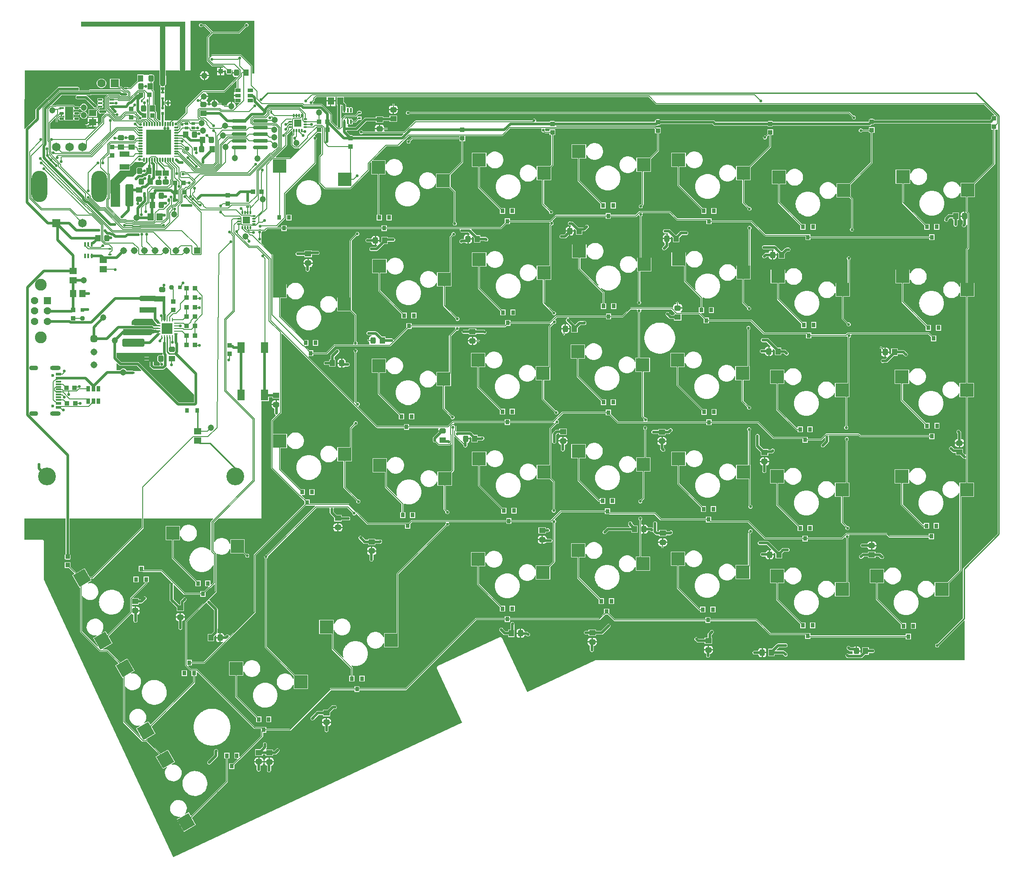
<source format=gtl>
G04*
G04 #@! TF.GenerationSoftware,Altium Limited,Altium Designer,24.10.1 (45)*
G04*
G04 Layer_Physical_Order=1*
G04 Layer_Color=255*
%FSLAX44Y44*%
%MOMM*%
G71*
G04*
G04 #@! TF.SameCoordinates,3551A3A7-0B07-42EA-8A9A-C0D20DE36A30*
G04*
G04*
G04 #@! TF.FilePolarity,Positive*
G04*
G01*
G75*
%ADD13C,0.2540*%
%ADD14C,0.1524*%
%ADD22C,3.4000*%
%ADD23R,1.2000X1.0000*%
G04:AMPARAMS|DCode=24|XSize=1.2mm|YSize=1mm|CornerRadius=0.25mm|HoleSize=0mm|Usage=FLASHONLY|Rotation=180.000|XOffset=0mm|YOffset=0mm|HoleType=Round|Shape=RoundedRectangle|*
%AMROUNDEDRECTD24*
21,1,1.2000,0.5000,0,0,180.0*
21,1,0.7000,1.0000,0,0,180.0*
1,1,0.5000,-0.3500,0.2500*
1,1,0.5000,0.3500,0.2500*
1,1,0.5000,0.3500,-0.2500*
1,1,0.5000,-0.3500,-0.2500*
%
%ADD24ROUNDEDRECTD24*%
G04:AMPARAMS|DCode=25|XSize=0.26mm|YSize=0.86mm|CornerRadius=0.065mm|HoleSize=0mm|Usage=FLASHONLY|Rotation=180.000|XOffset=0mm|YOffset=0mm|HoleType=Round|Shape=RoundedRectangle|*
%AMROUNDEDRECTD25*
21,1,0.2600,0.7300,0,0,180.0*
21,1,0.1300,0.8600,0,0,180.0*
1,1,0.1300,-0.0650,0.3650*
1,1,0.1300,0.0650,0.3650*
1,1,0.1300,0.0650,-0.3650*
1,1,0.1300,-0.0650,-0.3650*
%
%ADD25ROUNDEDRECTD25*%
G04:AMPARAMS|DCode=26|XSize=0.26mm|YSize=0.86mm|CornerRadius=0.065mm|HoleSize=0mm|Usage=FLASHONLY|Rotation=270.000|XOffset=0mm|YOffset=0mm|HoleType=Round|Shape=RoundedRectangle|*
%AMROUNDEDRECTD26*
21,1,0.2600,0.7300,0,0,270.0*
21,1,0.1300,0.8600,0,0,270.0*
1,1,0.1300,-0.3650,-0.0650*
1,1,0.1300,-0.3650,0.0650*
1,1,0.1300,0.3650,0.0650*
1,1,0.1300,0.3650,-0.0650*
%
%ADD26ROUNDEDRECTD26*%
%ADD27R,0.8600X0.2600*%
%ADD28R,0.5892X0.4700*%
G04:AMPARAMS|DCode=29|XSize=0.5892mm|YSize=0.47mm|CornerRadius=0.1175mm|HoleSize=0mm|Usage=FLASHONLY|Rotation=180.000|XOffset=0mm|YOffset=0mm|HoleType=Round|Shape=RoundedRectangle|*
%AMROUNDEDRECTD29*
21,1,0.5892,0.2350,0,0,180.0*
21,1,0.3542,0.4700,0,0,180.0*
1,1,0.2350,-0.1771,0.1175*
1,1,0.2350,0.1771,0.1175*
1,1,0.2350,0.1771,-0.1175*
1,1,0.2350,-0.1771,-0.1175*
%
%ADD29ROUNDEDRECTD29*%
%ADD30R,0.5000X0.6400*%
G04:AMPARAMS|DCode=31|XSize=0.64mm|YSize=0.5mm|CornerRadius=0.125mm|HoleSize=0mm|Usage=FLASHONLY|Rotation=90.000|XOffset=0mm|YOffset=0mm|HoleType=Round|Shape=RoundedRectangle|*
%AMROUNDEDRECTD31*
21,1,0.6400,0.2500,0,0,90.0*
21,1,0.3900,0.5000,0,0,90.0*
1,1,0.2500,0.1250,0.1950*
1,1,0.2500,0.1250,-0.1950*
1,1,0.2500,-0.1250,-0.1950*
1,1,0.2500,-0.1250,0.1950*
%
%ADD31ROUNDEDRECTD31*%
%ADD32R,0.6400X0.4700*%
G04:AMPARAMS|DCode=33|XSize=1.016mm|YSize=0.3938mm|CornerRadius=0.0984mm|HoleSize=0mm|Usage=FLASHONLY|Rotation=180.000|XOffset=0mm|YOffset=0mm|HoleType=Round|Shape=RoundedRectangle|*
%AMROUNDEDRECTD33*
21,1,1.0160,0.1969,0,0,180.0*
21,1,0.8191,0.3938,0,0,180.0*
1,1,0.1969,-0.4096,0.0984*
1,1,0.1969,0.4096,0.0984*
1,1,0.1969,0.4096,-0.0984*
1,1,0.1969,-0.4096,-0.0984*
%
%ADD33ROUNDEDRECTD33*%
%ADD34R,0.9000X0.9000*%
G04:AMPARAMS|DCode=35|XSize=0.9mm|YSize=0.9mm|CornerRadius=0.225mm|HoleSize=0mm|Usage=FLASHONLY|Rotation=180.000|XOffset=0mm|YOffset=0mm|HoleType=Round|Shape=RoundedRectangle|*
%AMROUNDEDRECTD35*
21,1,0.9000,0.4500,0,0,180.0*
21,1,0.4500,0.9000,0,0,180.0*
1,1,0.4500,-0.2250,0.2250*
1,1,0.4500,0.2250,0.2250*
1,1,0.4500,0.2250,-0.2250*
1,1,0.4500,-0.2250,-0.2250*
%
%ADD35ROUNDEDRECTD35*%
G04:AMPARAMS|DCode=36|XSize=2.55mm|YSize=2.5mm|CornerRadius=0mm|HoleSize=0mm|Usage=FLASHONLY|Rotation=120.000|XOffset=0mm|YOffset=0mm|HoleType=Round|Shape=Rectangle|*
%AMROTATEDRECTD36*
4,1,4,1.7200,-0.4792,-0.4450,-1.7292,-1.7200,0.4792,0.4450,1.7292,1.7200,-0.4792,0.0*
%
%ADD36ROTATEDRECTD36*%

G04:AMPARAMS|DCode=37|XSize=0.9mm|YSize=0.9mm|CornerRadius=0.225mm|HoleSize=0mm|Usage=FLASHONLY|Rotation=270.000|XOffset=0mm|YOffset=0mm|HoleType=Round|Shape=RoundedRectangle|*
%AMROUNDEDRECTD37*
21,1,0.9000,0.4500,0,0,270.0*
21,1,0.4500,0.9000,0,0,270.0*
1,1,0.4500,-0.2250,-0.2250*
1,1,0.4500,-0.2250,0.2250*
1,1,0.4500,0.2250,0.2250*
1,1,0.4500,0.2250,-0.2250*
%
%ADD37ROUNDEDRECTD37*%
%ADD38R,0.9000X0.9000*%
%ADD39R,0.8000X0.9000*%
%ADD40R,2.5500X2.5000*%
G04:AMPARAMS|DCode=41|XSize=1.2mm|YSize=1mm|CornerRadius=0.25mm|HoleSize=0mm|Usage=FLASHONLY|Rotation=270.000|XOffset=0mm|YOffset=0mm|HoleType=Round|Shape=RoundedRectangle|*
%AMROUNDEDRECTD41*
21,1,1.2000,0.5000,0,0,270.0*
21,1,0.7000,1.0000,0,0,270.0*
1,1,0.5000,-0.2500,-0.3500*
1,1,0.5000,-0.2500,0.3500*
1,1,0.5000,0.2500,0.3500*
1,1,0.5000,0.2500,-0.3500*
%
%ADD41ROUNDEDRECTD41*%
%ADD42R,1.0000X1.2000*%
%ADD43R,1.4700X1.1600*%
%ADD44R,1.4000X2.1000*%
%ADD45R,1.1600X1.4700*%
G04:AMPARAMS|DCode=47|XSize=0.6mm|YSize=0.26mm|CornerRadius=0.0325mm|HoleSize=0mm|Usage=FLASHONLY|Rotation=0.000|XOffset=0mm|YOffset=0mm|HoleType=Round|Shape=RoundedRectangle|*
%AMROUNDEDRECTD47*
21,1,0.6000,0.1950,0,0,0.0*
21,1,0.5350,0.2600,0,0,0.0*
1,1,0.0650,0.2675,-0.0975*
1,1,0.0650,-0.2675,-0.0975*
1,1,0.0650,-0.2675,0.0975*
1,1,0.0650,0.2675,0.0975*
%
%ADD47ROUNDEDRECTD47*%
%ADD48R,0.6000X0.2600*%
G04:AMPARAMS|DCode=49|XSize=0.6mm|YSize=0.26mm|CornerRadius=0.0325mm|HoleSize=0mm|Usage=FLASHONLY|Rotation=90.000|XOffset=0mm|YOffset=0mm|HoleType=Round|Shape=RoundedRectangle|*
%AMROUNDEDRECTD49*
21,1,0.6000,0.1950,0,0,90.0*
21,1,0.5350,0.2600,0,0,90.0*
1,1,0.0650,0.0975,0.2675*
1,1,0.0650,0.0975,-0.2675*
1,1,0.0650,-0.0975,-0.2675*
1,1,0.0650,-0.0975,0.2675*
%
%ADD49ROUNDEDRECTD49*%
G04:AMPARAMS|DCode=50|XSize=0.4mm|YSize=0.9mm|CornerRadius=0.1mm|HoleSize=0mm|Usage=FLASHONLY|Rotation=0.000|XOffset=0mm|YOffset=0mm|HoleType=Round|Shape=RoundedRectangle|*
%AMROUNDEDRECTD50*
21,1,0.4000,0.7000,0,0,0.0*
21,1,0.2000,0.9000,0,0,0.0*
1,1,0.2000,0.1000,-0.3500*
1,1,0.2000,-0.1000,-0.3500*
1,1,0.2000,-0.1000,0.3500*
1,1,0.2000,0.1000,0.3500*
%
%ADD50ROUNDEDRECTD50*%
%ADD51R,0.4000X0.9000*%
%ADD52R,1.0000X0.7000*%
G04:AMPARAMS|DCode=53|XSize=2.794mm|YSize=0.6604mm|CornerRadius=0.1651mm|HoleSize=0mm|Usage=FLASHONLY|Rotation=0.000|XOffset=0mm|YOffset=0mm|HoleType=Round|Shape=RoundedRectangle|*
%AMROUNDEDRECTD53*
21,1,2.7940,0.3302,0,0,0.0*
21,1,2.4638,0.6604,0,0,0.0*
1,1,0.3302,1.2319,-0.1651*
1,1,0.3302,-1.2319,-0.1651*
1,1,0.3302,-1.2319,0.1651*
1,1,0.3302,1.2319,0.1651*
%
%ADD53ROUNDEDRECTD53*%
%ADD54R,0.9000X0.4000*%
G04:AMPARAMS|DCode=55|XSize=0.4mm|YSize=0.9mm|CornerRadius=0.1mm|HoleSize=0mm|Usage=FLASHONLY|Rotation=270.000|XOffset=0mm|YOffset=0mm|HoleType=Round|Shape=RoundedRectangle|*
%AMROUNDEDRECTD55*
21,1,0.4000,0.7000,0,0,270.0*
21,1,0.2000,0.9000,0,0,270.0*
1,1,0.2000,-0.3500,-0.1000*
1,1,0.2000,-0.3500,0.1000*
1,1,0.2000,0.3500,0.1000*
1,1,0.2000,0.3500,-0.1000*
%
%ADD55ROUNDEDRECTD55*%
G04:AMPARAMS|DCode=56|XSize=1.6mm|YSize=4.3mm|CornerRadius=0.4mm|HoleSize=0mm|Usage=FLASHONLY|Rotation=0.000|XOffset=0mm|YOffset=0mm|HoleType=Round|Shape=RoundedRectangle|*
%AMROUNDEDRECTD56*
21,1,1.6000,3.5000,0,0,0.0*
21,1,0.8000,4.3000,0,0,0.0*
1,1,0.8000,0.4000,-1.7500*
1,1,0.8000,-0.4000,-1.7500*
1,1,0.8000,-0.4000,1.7500*
1,1,0.8000,0.4000,1.7500*
%
%ADD56ROUNDEDRECTD56*%
%ADD57R,1.6000X4.3000*%
G04:AMPARAMS|DCode=58|XSize=1.6mm|YSize=4.3mm|CornerRadius=0.4mm|HoleSize=0mm|Usage=FLASHONLY|Rotation=90.000|XOffset=0mm|YOffset=0mm|HoleType=Round|Shape=RoundedRectangle|*
%AMROUNDEDRECTD58*
21,1,1.6000,3.5000,0,0,90.0*
21,1,0.8000,4.3000,0,0,90.0*
1,1,0.8000,1.7500,0.4000*
1,1,0.8000,1.7500,-0.4000*
1,1,0.8000,-1.7500,-0.4000*
1,1,0.8000,-1.7500,0.4000*
%
%ADD58ROUNDEDRECTD58*%
%ADD59R,4.3000X1.6000*%
G04:AMPARAMS|DCode=60|XSize=0.45mm|YSize=0.85mm|CornerRadius=0.1125mm|HoleSize=0mm|Usage=FLASHONLY|Rotation=90.000|XOffset=0mm|YOffset=0mm|HoleType=Round|Shape=RoundedRectangle|*
%AMROUNDEDRECTD60*
21,1,0.4500,0.6250,0,0,90.0*
21,1,0.2250,0.8500,0,0,90.0*
1,1,0.2250,0.3125,0.1125*
1,1,0.2250,0.3125,-0.1125*
1,1,0.2250,-0.3125,-0.1125*
1,1,0.2250,-0.3125,0.1125*
%
%ADD60ROUNDEDRECTD60*%
%ADD61R,0.8500X0.4500*%
%ADD62R,1.9000X1.1000*%
G04:AMPARAMS|DCode=63|XSize=1mm|YSize=3.2mm|CornerRadius=0.25mm|HoleSize=0mm|Usage=FLASHONLY|Rotation=90.000|XOffset=0mm|YOffset=0mm|HoleType=Round|Shape=RoundedRectangle|*
%AMROUNDEDRECTD63*
21,1,1.0000,2.7000,0,0,90.0*
21,1,0.5000,3.2000,0,0,90.0*
1,1,0.5000,1.3500,0.2500*
1,1,0.5000,1.3500,-0.2500*
1,1,0.5000,-1.3500,-0.2500*
1,1,0.5000,-1.3500,0.2500*
%
%ADD63ROUNDEDRECTD63*%
%ADD64R,3.2000X1.0000*%
%ADD65R,0.6000X0.4000*%
G04:AMPARAMS|DCode=66|XSize=0.6mm|YSize=0.4mm|CornerRadius=0.1mm|HoleSize=0mm|Usage=FLASHONLY|Rotation=180.000|XOffset=0mm|YOffset=0mm|HoleType=Round|Shape=RoundedRectangle|*
%AMROUNDEDRECTD66*
21,1,0.6000,0.2000,0,0,180.0*
21,1,0.4000,0.4000,0,0,180.0*
1,1,0.2000,-0.2000,0.1000*
1,1,0.2000,0.2000,0.1000*
1,1,0.2000,0.2000,-0.1000*
1,1,0.2000,-0.2000,-0.1000*
%
%ADD66ROUNDEDRECTD66*%
%ADD67R,0.4000X0.6000*%
G04:AMPARAMS|DCode=68|XSize=0.6mm|YSize=0.4mm|CornerRadius=0.1mm|HoleSize=0mm|Usage=FLASHONLY|Rotation=90.000|XOffset=0mm|YOffset=0mm|HoleType=Round|Shape=RoundedRectangle|*
%AMROUNDEDRECTD68*
21,1,0.6000,0.2000,0,0,90.0*
21,1,0.4000,0.4000,0,0,90.0*
1,1,0.2000,0.1000,0.2000*
1,1,0.2000,0.1000,-0.2000*
1,1,0.2000,-0.1000,-0.2000*
1,1,0.2000,-0.1000,0.2000*
%
%ADD68ROUNDEDRECTD68*%
%ADD69R,0.6858X0.5842*%
G04:AMPARAMS|DCode=70|XSize=0.64mm|YSize=0.47mm|CornerRadius=0.1175mm|HoleSize=0mm|Usage=FLASHONLY|Rotation=270.000|XOffset=0mm|YOffset=0mm|HoleType=Round|Shape=RoundedRectangle|*
%AMROUNDEDRECTD70*
21,1,0.6400,0.2350,0,0,270.0*
21,1,0.4050,0.4700,0,0,270.0*
1,1,0.2350,-0.1175,-0.2025*
1,1,0.2350,-0.1175,0.2025*
1,1,0.2350,0.1175,0.2025*
1,1,0.2350,0.1175,-0.2025*
%
%ADD70ROUNDEDRECTD70*%
%ADD71R,0.4700X0.6400*%
G04:AMPARAMS|DCode=72|XSize=0.24mm|YSize=0.6mm|CornerRadius=0.0324mm|HoleSize=0mm|Usage=FLASHONLY|Rotation=90.000|XOffset=0mm|YOffset=0mm|HoleType=Round|Shape=RoundedRectangle|*
%AMROUNDEDRECTD72*
21,1,0.2400,0.5352,0,0,90.0*
21,1,0.1752,0.6000,0,0,90.0*
1,1,0.0648,0.2676,0.0876*
1,1,0.0648,0.2676,-0.0876*
1,1,0.0648,-0.2676,-0.0876*
1,1,0.0648,-0.2676,0.0876*
%
%ADD72ROUNDEDRECTD72*%
G04:AMPARAMS|DCode=73|XSize=0.6mm|YSize=0.24mm|CornerRadius=0.06mm|HoleSize=0mm|Usage=FLASHONLY|Rotation=90.000|XOffset=0mm|YOffset=0mm|HoleType=Round|Shape=RoundedRectangle|*
%AMROUNDEDRECTD73*
21,1,0.6000,0.1200,0,0,90.0*
21,1,0.4800,0.2400,0,0,90.0*
1,1,0.1200,0.0600,0.2400*
1,1,0.1200,0.0600,-0.2400*
1,1,0.1200,-0.0600,-0.2400*
1,1,0.1200,-0.0600,0.2400*
%
%ADD73ROUNDEDRECTD73*%
G04:AMPARAMS|DCode=74|XSize=0.6mm|YSize=0.24mm|CornerRadius=0.0324mm|HoleSize=0mm|Usage=FLASHONLY|Rotation=90.000|XOffset=0mm|YOffset=0mm|HoleType=Round|Shape=RoundedRectangle|*
%AMROUNDEDRECTD74*
21,1,0.6000,0.1752,0,0,90.0*
21,1,0.5352,0.2400,0,0,90.0*
1,1,0.0648,0.0876,0.2676*
1,1,0.0648,0.0876,-0.2676*
1,1,0.0648,-0.0876,-0.2676*
1,1,0.0648,-0.0876,0.2676*
%
%ADD74ROUNDEDRECTD74*%
G04:AMPARAMS|DCode=75|XSize=0.8mm|YSize=0.8mm|CornerRadius=0.2mm|HoleSize=0mm|Usage=FLASHONLY|Rotation=270.000|XOffset=0mm|YOffset=0mm|HoleType=Round|Shape=RoundedRectangle|*
%AMROUNDEDRECTD75*
21,1,0.8000,0.4000,0,0,270.0*
21,1,0.4000,0.8000,0,0,270.0*
1,1,0.4000,-0.2000,-0.2000*
1,1,0.4000,-0.2000,0.2000*
1,1,0.4000,0.2000,0.2000*
1,1,0.4000,0.2000,-0.2000*
%
%ADD75ROUNDEDRECTD75*%
%ADD76R,0.8000X0.8000*%
G04:AMPARAMS|DCode=77|XSize=0.8mm|YSize=0.8mm|CornerRadius=0.2mm|HoleSize=0mm|Usage=FLASHONLY|Rotation=0.000|XOffset=0mm|YOffset=0mm|HoleType=Round|Shape=RoundedRectangle|*
%AMROUNDEDRECTD77*
21,1,0.8000,0.4000,0,0,0.0*
21,1,0.4000,0.8000,0,0,0.0*
1,1,0.4000,0.2000,-0.2000*
1,1,0.4000,-0.2000,-0.2000*
1,1,0.4000,-0.2000,0.2000*
1,1,0.4000,0.2000,0.2000*
%
%ADD77ROUNDEDRECTD77*%
%ADD78R,0.8000X0.8000*%
%ADD79R,1.1400X0.6000*%
%ADD80R,1.1400X0.3000*%
%ADD81R,0.7000X1.0000*%
%ADD160C,0.1524*%
%ADD161R,4.7000X4.7000*%
%ADD162R,1.0160X2.5400*%
%ADD163C,1.2000*%
%ADD164R,1.4500X1.4500*%
%ADD165R,1.6000X2.5000*%
%ADD166R,2.0500X2.0500*%
%ADD167C,0.5080*%
%ADD168C,0.9906*%
%ADD169C,0.3555*%
%ADD170C,1.0160*%
%ADD171C,0.3863*%
%ADD172C,0.5000*%
%ADD173R,1.3080X1.3080*%
%ADD174C,1.3080*%
%ADD175C,4.5720*%
%ADD176R,1.6500X1.6500*%
%ADD177C,1.6500*%
%ADD178O,3.0000X6.0000*%
%ADD179C,1.6000*%
%ADD180R,1.6000X1.6000*%
%ADD181C,0.3000*%
G04:AMPARAMS|DCode=182|XSize=1.308mm|YSize=1.308mm|CornerRadius=0.327mm|HoleSize=0mm|Usage=FLASHONLY|Rotation=90.000|XOffset=0mm|YOffset=0mm|HoleType=Round|Shape=RoundedRectangle|*
%AMROUNDEDRECTD182*
21,1,1.3080,0.6540,0,0,90.0*
21,1,0.6540,1.3080,0,0,90.0*
1,1,0.6540,0.3270,0.3270*
1,1,0.6540,0.3270,-0.3270*
1,1,0.6540,-0.3270,-0.3270*
1,1,0.6540,-0.3270,0.3270*
%
%ADD182ROUNDEDRECTD182*%
%ADD183O,1.7000X0.9000*%
%ADD184O,2.0000X0.9000*%
%ADD185C,0.6000*%
%ADD186R,1.4380X1.4380*%
%ADD187C,1.4380*%
%ADD188C,2.2650*%
%ADD189C,0.5334*%
G36*
X442906Y995610D02*
Y895950D01*
X441819Y894883D01*
X438780Y894939D01*
Y909169D01*
X438642Y909862D01*
X438249Y910451D01*
X418159Y930541D01*
X417571Y930934D01*
X416877Y931072D01*
X362141D01*
X361447Y930934D01*
X360859Y930541D01*
X357678Y927360D01*
X356270Y927943D01*
Y963649D01*
X363522Y970901D01*
X413152D01*
X413846Y971039D01*
X414434Y971432D01*
X426984Y983982D01*
X427257Y983869D01*
X428723D01*
X430076Y984430D01*
X431112Y985466D01*
X431673Y986819D01*
Y988285D01*
X431112Y989638D01*
X430076Y990674D01*
X428723Y991235D01*
X427257D01*
X425904Y990674D01*
X424868Y989638D01*
X424307Y988285D01*
Y986819D01*
X424420Y986546D01*
X412401Y974527D01*
X363522D01*
X349469Y988580D01*
X348881Y988973D01*
X348187Y989111D01*
X344358D01*
X344244Y989384D01*
X343208Y990420D01*
X341855Y990981D01*
X340389D01*
X339036Y990420D01*
X338000Y989384D01*
X337439Y988031D01*
Y986565D01*
X338000Y985212D01*
X339036Y984176D01*
X340389Y983615D01*
X341855D01*
X343208Y984176D01*
X344244Y985212D01*
X344358Y985485D01*
X347436D01*
X360207Y972714D01*
X353175Y965682D01*
X352782Y965093D01*
X352644Y964400D01*
Y919381D01*
X352782Y918687D01*
X353175Y918099D01*
X362155Y909118D01*
X362744Y908726D01*
X363437Y908588D01*
X382343D01*
X383576Y907354D01*
X382993Y905946D01*
X379858D01*
Y900176D01*
X385628D01*
Y901192D01*
X389015D01*
X389008Y901156D01*
Y896656D01*
X389262Y895382D01*
X389983Y894301D01*
X391064Y893579D01*
X392338Y893326D01*
X396838D01*
X398112Y893579D01*
X399193Y894301D01*
X399915Y895382D01*
X400168Y896656D01*
Y901156D01*
X400161Y901192D01*
X401995D01*
X401755Y899986D01*
Y897756D01*
X409394D01*
Y895216D01*
X401755D01*
Y892986D01*
X402146Y891020D01*
X403260Y889352D01*
X404927Y888239D01*
X406894Y887847D01*
X410084D01*
X384652Y862416D01*
X344794D01*
X343433Y861852D01*
X312710Y831130D01*
X312146Y829769D01*
Y820328D01*
X296811Y804993D01*
X287684D01*
X287765Y805074D01*
X288329Y806435D01*
X287765Y807796D01*
X286404Y808360D01*
X285044Y807796D01*
X284315Y807067D01*
X283751Y805706D01*
Y805345D01*
X283417Y805011D01*
X283186Y805057D01*
X281886D01*
X281566Y804993D01*
X278506D01*
X278186Y805057D01*
X276886D01*
X276566Y804993D01*
X273506D01*
X273186Y805057D01*
X271886D01*
X271837Y805047D01*
X271893Y815610D01*
X271932D01*
Y822342D01*
X271930D01*
X271957Y827425D01*
X272113Y827801D01*
Y830151D01*
X271973Y830487D01*
X272119Y857607D01*
X272152Y857686D01*
Y859686D01*
X272131Y859738D01*
X272145Y862346D01*
X272186D01*
Y869078D01*
X272181D01*
X272192Y871202D01*
X272365Y871317D01*
X273712Y873334D01*
X273767Y873607D01*
X274231Y874727D01*
Y876696D01*
X274185Y876806D01*
Y890270D01*
X274066Y890870D01*
Y900990D01*
X274150Y901192D01*
X299636D01*
X299958Y900414D01*
X300736Y900092D01*
X310896D01*
X311674Y900414D01*
X311996Y901192D01*
X320802D01*
Y995610D01*
X442906Y995610D01*
D02*
G37*
G36*
X310896Y901192D02*
X300736D01*
Y984250D01*
X273050D01*
Y901192D01*
X262890D01*
Y984250D01*
X112268D01*
Y994156D01*
X310896D01*
Y901192D01*
D02*
G37*
G36*
X158047Y850315D02*
X157484Y848955D01*
Y826559D01*
X157816Y825755D01*
X156876D01*
X156427Y825570D01*
X149969D01*
X149831Y825627D01*
X148365D01*
X147012Y825066D01*
X145976Y824030D01*
X145415Y822677D01*
Y821211D01*
X145976Y819858D01*
X147012Y818822D01*
X148365Y818261D01*
X149831D01*
X149969Y818318D01*
X157411D01*
X157411Y818318D01*
X157769Y818390D01*
X157836D01*
X151430Y811984D01*
X150866Y810623D01*
Y802235D01*
X144256Y795625D01*
Y800280D01*
X135636D01*
Y793210D01*
X141841D01*
X137809Y789178D01*
X52852D01*
Y799964D01*
X63608Y810720D01*
Y799338D01*
X64171Y797977D01*
X65532Y797413D01*
X66893Y797977D01*
X67456Y799338D01*
Y810977D01*
X70428Y813949D01*
X71275Y813780D01*
X73130D01*
Y818642D01*
X75670D01*
Y813780D01*
X77525D01*
X78955Y814065D01*
X79884Y814685D01*
Y805126D01*
X97916D01*
Y829601D01*
X97958Y829559D01*
Y827517D01*
X98636Y825878D01*
X100275Y825200D01*
X106525D01*
X108164Y825878D01*
X108807Y827433D01*
X110593D01*
X111146Y826098D01*
X113120Y824124D01*
X115698Y823056D01*
X118490D01*
X121068Y824124D01*
X123042Y826098D01*
X124110Y828677D01*
Y831468D01*
X123042Y834046D01*
X121068Y836020D01*
X118490Y837088D01*
X115698D01*
X113120Y836020D01*
X111146Y834046D01*
X110078Y831468D01*
Y831282D01*
X108215D01*
X108164Y831406D01*
X106525Y832084D01*
X100876D01*
X100300Y832660D01*
X100075Y833203D01*
X98997Y834281D01*
X97636Y834845D01*
X80163D01*
X80141Y834835D01*
X80119Y834844D01*
X69369Y834594D01*
X69354Y834587D01*
X69339Y834593D01*
X58893Y834186D01*
X55511D01*
X74578Y853254D01*
X128950D01*
X128950Y853254D01*
X130338Y853530D01*
X131416Y854250D01*
X161982D01*
X158047Y850315D01*
D02*
G37*
G36*
X600154Y834152D02*
X601324D01*
Y795198D01*
X599800Y794566D01*
X590893Y803474D01*
Y817381D01*
X590755Y818074D01*
X590362Y818663D01*
X573147Y835878D01*
X572559Y836271D01*
X571865Y836409D01*
X555893D01*
X554875Y837933D01*
X555030Y838308D01*
Y839774D01*
X554917Y840047D01*
X557561Y842691D01*
X557954Y843280D01*
X558092Y843973D01*
Y846692D01*
X561234Y849833D01*
X581030D01*
Y843788D01*
X589370D01*
X597710D01*
Y849833D01*
X600154D01*
Y834152D01*
D02*
G37*
G36*
X409556Y866948D02*
X405464D01*
Y858972D01*
X403940D01*
Y854202D01*
X411480D01*
Y851662D01*
X403940D01*
Y846892D01*
X405464D01*
Y838916D01*
X415257D01*
X407574Y831233D01*
Y834057D01*
X406274Y837196D01*
X403871Y839598D01*
X400733Y840898D01*
X400304D01*
Y832358D01*
X397764D01*
Y840898D01*
X397335D01*
X394197Y839598D01*
X391794Y837196D01*
X390588Y834283D01*
X387131D01*
X383885Y837529D01*
X382524Y838092D01*
X375223D01*
X374016Y841005D01*
X371614Y843408D01*
X368475Y844708D01*
X368046D01*
Y836168D01*
X365506D01*
Y844708D01*
X365077D01*
X361939Y843408D01*
X359536Y841005D01*
X358330Y838092D01*
X354333D01*
Y838528D01*
X353942Y840495D01*
X352828Y842162D01*
X351161Y843276D01*
X350452Y843417D01*
X351040Y843660D01*
X353442Y846062D01*
X354742Y849201D01*
Y849630D01*
X346202D01*
Y852170D01*
X354742D01*
Y852599D01*
X353442Y855738D01*
X351040Y858140D01*
X350009Y858567D01*
X385449D01*
X386810Y859131D01*
X409556Y881876D01*
Y866948D01*
D02*
G37*
G36*
X1209696Y836410D02*
X1210285Y836017D01*
X1210978Y835879D01*
X1837355D01*
X1857131Y816104D01*
X1856548Y814696D01*
X1854236D01*
X1852962Y814443D01*
X1851881Y813721D01*
X1851160Y812640D01*
X1850906Y811366D01*
Y808663D01*
X1848634Y806392D01*
X1627811D01*
X1627157Y807371D01*
X1626076Y808092D01*
X1624802Y808346D01*
X1620302D01*
X1619028Y808092D01*
X1617947Y807371D01*
X1617225Y806290D01*
X1616972Y805016D01*
Y802328D01*
X1434009D01*
X1433355Y803307D01*
X1432274Y804028D01*
X1431000Y804282D01*
X1426500D01*
X1425226Y804028D01*
X1424145Y803307D01*
X1423491Y802328D01*
X1324461D01*
X1322475Y804314D01*
X1321299Y805100D01*
X1319911Y805376D01*
X1319911Y805376D01*
X1219379D01*
X1218725Y806355D01*
X1217644Y807076D01*
X1216370Y807330D01*
X1211870D01*
X1210596Y807076D01*
X1209515Y806355D01*
X1208793Y805274D01*
X1208540Y804000D01*
Y802328D01*
X1017703D01*
X1017049Y803307D01*
X1015968Y804028D01*
X1014694Y804282D01*
X1010194D01*
X1008920Y804028D01*
X1007839Y803307D01*
X1007185Y802328D01*
X982210D01*
X981192Y803852D01*
X981333Y804192D01*
Y805658D01*
X980772Y807011D01*
X979736Y808047D01*
X978383Y808608D01*
X976917D01*
X975564Y808047D01*
X974528Y807011D01*
X973967Y805658D01*
Y804833D01*
X750814D01*
X750120Y804695D01*
X749532Y804302D01*
X729583Y784353D01*
X691852D01*
X690695Y785877D01*
X690883Y786818D01*
Y787365D01*
X700024D01*
X700718Y787503D01*
X701306Y787896D01*
X701699Y788484D01*
X701837Y789178D01*
X701699Y789872D01*
X701306Y790460D01*
X700718Y790853D01*
X700024Y790991D01*
X690883D01*
Y791818D01*
X690492Y793784D01*
X689378Y795452D01*
X687710Y796566D01*
X685744Y796957D01*
X683514D01*
Y789318D01*
X682244D01*
Y788048D01*
X673605D01*
Y786818D01*
X673792Y785877D01*
X672636Y784353D01*
X650600D01*
X650314Y785041D01*
X649278Y786077D01*
X647925Y786638D01*
X646459D01*
X645106Y786077D01*
X644070Y785041D01*
X643509Y783688D01*
Y782222D01*
X644070Y780869D01*
X645106Y779833D01*
X646459Y779272D01*
X647925D01*
X649278Y779833D01*
X650173Y780727D01*
X727508D01*
X728092Y779319D01*
X723922Y775150D01*
X631623D01*
X630969Y776129D01*
X629888Y776851D01*
X628614Y777104D01*
X625911D01*
X618987Y784028D01*
X619618Y785552D01*
X637964D01*
X637964Y785552D01*
X639352Y785828D01*
X640528Y786614D01*
X657106Y803192D01*
X675228D01*
Y800802D01*
X689260D01*
Y803967D01*
X701644D01*
Y802352D01*
X715676D01*
Y814384D01*
X701644D01*
Y811219D01*
X689260D01*
Y812834D01*
X675228D01*
Y810444D01*
X655604D01*
X654217Y810168D01*
X653040Y809382D01*
X653040Y809382D01*
X636462Y792804D01*
X626134D01*
X625736Y793480D01*
X625499Y794328D01*
X625753Y794707D01*
X625891Y795401D01*
X625791Y795904D01*
X626277Y796687D01*
X626784Y797261D01*
X628784D01*
X629571Y797417D01*
X630237Y797862D01*
X630683Y798529D01*
X630840Y799316D01*
Y801003D01*
X636120D01*
X636814Y801141D01*
X637402Y801534D01*
X642184Y806316D01*
X647652D01*
Y812348D01*
X639620D01*
Y808880D01*
X635369Y804629D01*
X630840D01*
Y806316D01*
X630683Y807103D01*
X630237Y807769D01*
X629571Y808215D01*
X628784Y808372D01*
X626784D01*
X625997Y808215D01*
X625496Y807880D01*
X624836Y808868D01*
X623665Y809651D01*
X622554Y809872D01*
Y802816D01*
X620014D01*
Y809872D01*
X618903Y809651D01*
X617732Y808868D01*
X617374Y808332D01*
X615840D01*
X615257Y809740D01*
X617049Y811532D01*
X635648D01*
X636342Y811670D01*
X636930Y812063D01*
X642144Y817277D01*
X645636D01*
X646423Y817433D01*
X647089Y817879D01*
X647535Y818545D01*
X647691Y819332D01*
Y821332D01*
X647535Y822119D01*
X647089Y822785D01*
X646423Y823231D01*
X645636Y823388D01*
X641636D01*
X640849Y823231D01*
X640182Y822785D01*
X639737Y822119D01*
X639580Y821332D01*
Y819840D01*
X634898Y815157D01*
X616298D01*
X615604Y815019D01*
X615016Y814626D01*
X610099Y809709D01*
X608575Y810341D01*
Y833493D01*
X610099Y834108D01*
X610230Y834082D01*
X611158Y833009D01*
Y824816D01*
X611434Y823428D01*
X611729Y822988D01*
Y821316D01*
X611885Y820529D01*
X612331Y819863D01*
X612997Y819417D01*
X613784Y819260D01*
X615784D01*
X616571Y819417D01*
X617168Y819816D01*
X617247Y819863D01*
X618821D01*
X618900Y819816D01*
X619497Y819417D01*
X620284Y819260D01*
X622284D01*
X623071Y819417D01*
X623601Y819771D01*
X623678Y819817D01*
X624534Y819844D01*
X625390Y819817D01*
X625467Y819771D01*
X625997Y819417D01*
X626784Y819260D01*
X628784D01*
X629571Y819417D01*
X630237Y819863D01*
X630683Y820529D01*
X630840Y821316D01*
Y828316D01*
X630683Y829103D01*
X630237Y829770D01*
X629571Y830215D01*
X628784Y830371D01*
X626784D01*
X625997Y830215D01*
X625467Y829861D01*
X625390Y829815D01*
X624534Y829788D01*
X623678Y829815D01*
X623601Y829861D01*
X623071Y830215D01*
X622284Y830371D01*
X620284D01*
X619934Y830302D01*
X618727Y830998D01*
X618410Y831321D01*
Y834732D01*
X618134Y836120D01*
X617348Y837296D01*
X617348Y837296D01*
X614372Y840272D01*
X613786Y840663D01*
Y849833D01*
X1196273D01*
X1209696Y836410D01*
D02*
G37*
G36*
X261874Y900990D02*
Y890870D01*
X261755Y890270D01*
Y876806D01*
X261709Y876696D01*
Y874727D01*
X262173Y873607D01*
X262228Y873334D01*
X263575Y871317D01*
X263906Y871096D01*
Y869078D01*
X263754D01*
Y862346D01*
X263906D01*
Y859971D01*
X263788Y859686D01*
Y857686D01*
X263906Y857401D01*
Y830341D01*
X263827Y830151D01*
Y827801D01*
X263906Y827611D01*
Y804993D01*
X261165D01*
X256486Y809671D01*
Y820069D01*
X255923Y821429D01*
X254688Y822664D01*
Y823294D01*
X254542Y823648D01*
Y835056D01*
X251514D01*
Y861108D01*
X250950Y862469D01*
X249723Y863696D01*
X249970D01*
Y877728D01*
X247383D01*
Y878332D01*
X249538D01*
X250905Y879699D01*
Y880534D01*
X251270Y881080D01*
X251543Y882452D01*
Y889452D01*
X251270Y890824D01*
X250905Y891370D01*
Y892364D01*
X249929D01*
X249330Y892764D01*
X247958Y893037D01*
X242958D01*
X241586Y892764D01*
X240987Y892364D01*
X231474D01*
Y892968D01*
X219442D01*
Y881202D01*
X219097Y881059D01*
X205673Y867635D01*
X201665D01*
X201409Y868253D01*
X199866Y868892D01*
X195866D01*
X194323Y868253D01*
X193684Y866710D01*
Y865685D01*
X189200Y870169D01*
X187840Y870732D01*
X185292D01*
Y885062D01*
X167260D01*
Y867030D01*
X183160D01*
X183514Y866883D01*
X187043D01*
X189808Y864118D01*
X128158D01*
X126797Y863555D01*
X126365Y863122D01*
X107844D01*
X108278Y863556D01*
X108839Y864910D01*
Y866375D01*
X108278Y867729D01*
X107242Y868765D01*
X105889Y869325D01*
X104423D01*
X104285Y869268D01*
X69626D01*
X68239Y868992D01*
X67768Y868677D01*
X67062Y868206D01*
X67062Y868206D01*
X47547Y848690D01*
X46921Y848566D01*
X46450Y848251D01*
X45745Y847780D01*
X45745Y847780D01*
X26104Y828139D01*
X25318Y826962D01*
X25042Y825575D01*
X25042Y825575D01*
Y809530D01*
X6462Y790951D01*
X5676Y789775D01*
X5558Y789178D01*
X3995D01*
X4047Y901192D01*
X261790D01*
X261874Y900990D01*
D02*
G37*
G36*
X1850281Y798898D02*
X1850970Y797752D01*
Y787600D01*
X1854673D01*
Y723147D01*
X1817380Y685854D01*
X1792412D01*
Y678473D01*
X1790888Y678170D01*
X1790161Y679924D01*
X1788408Y682548D01*
X1786178Y684778D01*
X1783554Y686531D01*
X1780640Y687738D01*
X1777545Y688354D01*
X1774391D01*
X1771296Y687738D01*
X1768382Y686531D01*
X1765758Y684778D01*
X1763528Y682548D01*
X1761775Y679924D01*
X1760567Y677010D01*
X1759952Y673915D01*
Y670760D01*
X1760567Y667666D01*
X1761775Y664751D01*
X1763528Y662128D01*
X1765758Y659897D01*
X1768382Y658145D01*
X1771296Y656937D01*
X1774391Y656322D01*
X1777545D01*
X1780640Y656937D01*
X1783554Y658145D01*
X1786178Y659897D01*
X1788408Y662128D01*
X1790161Y664751D01*
X1790888Y666506D01*
X1792412Y666203D01*
Y658822D01*
X1802442D01*
Y630685D01*
X1801736D01*
Y622046D01*
X1800466D01*
Y620776D01*
X1792827D01*
Y618546D01*
X1793218Y616580D01*
X1794332Y614912D01*
X1795999Y613798D01*
X1796840Y613631D01*
Y607983D01*
X1796264Y607407D01*
X1795478Y606230D01*
X1795202Y604843D01*
X1795202Y604843D01*
Y604774D01*
X1795478Y603386D01*
X1796264Y602210D01*
X1797440Y601424D01*
X1798828Y601148D01*
X1800215Y601424D01*
X1801392Y602210D01*
X1801530Y602417D01*
X1803030Y603917D01*
X1803030Y603917D01*
X1803816Y605093D01*
X1803907Y605553D01*
X1805431Y605403D01*
Y562439D01*
X1802973Y559980D01*
X1802580Y559392D01*
X1802442Y558698D01*
Y494846D01*
X1791650D01*
Y487465D01*
X1790126Y487162D01*
X1789399Y488917D01*
X1787647Y491540D01*
X1785416Y493771D01*
X1782793Y495523D01*
X1779878Y496731D01*
X1776784Y497346D01*
X1773629D01*
X1770535Y496731D01*
X1767620Y495523D01*
X1764997Y493771D01*
X1762766Y491540D01*
X1761013Y488917D01*
X1759806Y486002D01*
X1759190Y482908D01*
Y479753D01*
X1759806Y476659D01*
X1761013Y473744D01*
X1762766Y471120D01*
X1764997Y468890D01*
X1767620Y467137D01*
X1770535Y465930D01*
X1773629Y465314D01*
X1776784D01*
X1779878Y465930D01*
X1782793Y467137D01*
X1785416Y468890D01*
X1787647Y471120D01*
X1789399Y473744D01*
X1790126Y475498D01*
X1791650Y475195D01*
Y467814D01*
X1802442D01*
Y303342D01*
X1790488D01*
Y295961D01*
X1788964Y295658D01*
X1788238Y297413D01*
X1786485Y300036D01*
X1784254Y302267D01*
X1781631Y304019D01*
X1778716Y305227D01*
X1775622Y305842D01*
X1772467D01*
X1769373Y305227D01*
X1766458Y304019D01*
X1763835Y302267D01*
X1761604Y300036D01*
X1759851Y297413D01*
X1758644Y294498D01*
X1758028Y291404D01*
Y288249D01*
X1758644Y285154D01*
X1759851Y282240D01*
X1761604Y279617D01*
X1763835Y277386D01*
X1766458Y275633D01*
X1769373Y274426D01*
X1772467Y273810D01*
X1775622D01*
X1778716Y274426D01*
X1781631Y275633D01*
X1784254Y277386D01*
X1786485Y279617D01*
X1788238Y282240D01*
X1788964Y283995D01*
X1790488Y283691D01*
Y276310D01*
X1802442D01*
Y166721D01*
X1800918Y166090D01*
X1797208Y169799D01*
Y176704D01*
X1788082D01*
X1787732Y176774D01*
X1787732Y176774D01*
X1780667D01*
X1777321Y180119D01*
X1777312Y180140D01*
X1776276Y181176D01*
X1774923Y181737D01*
X1773457D01*
X1772104Y181176D01*
X1771068Y180140D01*
X1770507Y178787D01*
Y177321D01*
X1771068Y175968D01*
X1772104Y174932D01*
X1772359Y174826D01*
X1776601Y170584D01*
X1776601Y170584D01*
X1777777Y169798D01*
X1779165Y169522D01*
X1779165Y169522D01*
X1783176D01*
Y164672D01*
X1792081D01*
X1796630Y160123D01*
X1796687Y159984D01*
X1797723Y158948D01*
X1799077Y158387D01*
X1800542D01*
X1800918Y158543D01*
X1802442Y157525D01*
Y112841D01*
X1790488D01*
Y105460D01*
X1788964Y105157D01*
X1788237Y106911D01*
X1786485Y109534D01*
X1784254Y111765D01*
X1781631Y113518D01*
X1778716Y114725D01*
X1775622Y115341D01*
X1772467D01*
X1769373Y114725D01*
X1766458Y113518D01*
X1763835Y111765D01*
X1761604Y109534D01*
X1759851Y106911D01*
X1758644Y103996D01*
X1758028Y100902D01*
Y97747D01*
X1758644Y94653D01*
X1759851Y91738D01*
X1761604Y89115D01*
X1763835Y86884D01*
X1766458Y85132D01*
X1769373Y83924D01*
X1772467Y83309D01*
X1775622D01*
X1778716Y83924D01*
X1781631Y85132D01*
X1784254Y86884D01*
X1786485Y89115D01*
X1788237Y91738D01*
X1788964Y93493D01*
X1790488Y93190D01*
Y87762D01*
X1790453Y87587D01*
Y-55038D01*
X1767831Y-77661D01*
X1742863D01*
Y-85042D01*
X1741339Y-85345D01*
X1740612Y-83590D01*
X1738859Y-80967D01*
X1736629Y-78736D01*
X1734005Y-76983D01*
X1731091Y-75776D01*
X1727996Y-75161D01*
X1724842D01*
X1721747Y-75776D01*
X1718833Y-76983D01*
X1716209Y-78736D01*
X1713979Y-80967D01*
X1712226Y-83590D01*
X1711019Y-86505D01*
X1710403Y-89599D01*
Y-92754D01*
X1711019Y-95848D01*
X1712226Y-98763D01*
X1713979Y-101386D01*
X1716209Y-103617D01*
X1718833Y-105370D01*
X1721747Y-106577D01*
X1724842Y-107193D01*
X1727996D01*
X1731091Y-106577D01*
X1734005Y-105370D01*
X1736629Y-103617D01*
X1738859Y-101386D01*
X1740612Y-98763D01*
X1741339Y-97008D01*
X1742863Y-97311D01*
Y-104693D01*
X1770395D01*
Y-80224D01*
X1793548Y-57071D01*
X1793941Y-56483D01*
X1794079Y-55789D01*
Y85809D01*
X1818020D01*
Y112841D01*
X1806067D01*
Y276310D01*
X1818020D01*
Y303342D01*
X1806067D01*
Y467814D01*
X1819182D01*
Y494846D01*
X1806067D01*
Y557947D01*
X1808526Y560406D01*
X1808919Y560994D01*
X1809057Y561688D01*
Y627318D01*
X1808919Y628012D01*
X1808526Y628600D01*
X1806067Y631059D01*
Y658822D01*
X1819944D01*
Y683290D01*
X1857768Y721114D01*
X1858161Y721702D01*
X1858299Y722396D01*
Y787600D01*
X1862002D01*
Y787600D01*
X1863481Y787492D01*
Y14947D01*
X1797707Y-50827D01*
X1797202Y-51583D01*
X1797025Y-52475D01*
Y-146329D01*
X1748031Y-195323D01*
X1746911D01*
X1745558Y-195884D01*
X1744522Y-196920D01*
X1743961Y-198274D01*
Y-199739D01*
X1744522Y-201092D01*
X1745558Y-202128D01*
X1746911Y-202689D01*
X1748377D01*
X1749730Y-202128D01*
X1750766Y-201092D01*
X1751327Y-199739D01*
Y-198619D01*
X1799148Y-150799D01*
X1800556Y-151382D01*
Y-226950D01*
X1096633Y-226950D01*
X1096554Y-226966D01*
X1096475Y-226954D01*
X1095863Y-227104D01*
X1095245Y-227226D01*
X1095179Y-227271D01*
X1095101Y-227290D01*
X964738Y-288079D01*
X916485Y-184600D01*
X915649Y-183459D01*
X914439Y-182725D01*
X913041Y-182510D01*
X911667Y-182846D01*
X793847Y-237786D01*
X792706Y-238623D01*
X791972Y-239832D01*
X791757Y-241231D01*
X792093Y-242605D01*
X840346Y-346084D01*
X507746Y-501178D01*
D01*
X288291Y-603511D01*
X205301Y-425537D01*
X125003Y-253339D01*
X40818Y-72804D01*
X40819Y-24D01*
X40542Y1364D01*
X39757Y2540D01*
X38580Y3326D01*
X37193Y3602D01*
X4527D01*
X3629Y4500D01*
X3648Y44196D01*
X82734D01*
Y-23951D01*
X81755Y-24605D01*
X81033Y-25686D01*
X80780Y-26960D01*
Y-31460D01*
X81033Y-32734D01*
X81755Y-33815D01*
X82836Y-34536D01*
X84110Y-34790D01*
X88610D01*
X89884Y-34536D01*
X90964Y-33815D01*
X91686Y-32734D01*
X91940Y-31460D01*
Y-26960D01*
X91686Y-25686D01*
X90964Y-24605D01*
X89986Y-23951D01*
Y44196D01*
X227873D01*
Y27523D01*
X132443Y-67907D01*
X128267D01*
X118529Y-51040D01*
X103457Y-59743D01*
X91876Y-48162D01*
Y-39694D01*
X80844D01*
Y-50726D01*
X89313D01*
X99468Y-60882D01*
X99303Y-62141D01*
X95119Y-64556D01*
X108885Y-88400D01*
X109122Y-88263D01*
X109695Y-88594D01*
X110221Y-89095D01*
Y-172359D01*
X110359Y-173052D01*
X110752Y-173640D01*
X147201Y-210090D01*
X147789Y-210483D01*
X148483Y-210621D01*
X161366D01*
X183055Y-232309D01*
X182889Y-233569D01*
X176907Y-237022D01*
X190673Y-260866D01*
X190910Y-260729D01*
X191483Y-261060D01*
X192009Y-261561D01*
Y-344825D01*
X192147Y-345518D01*
X192540Y-346106D01*
X228989Y-382556D01*
X229578Y-382949D01*
X230271Y-383087D01*
X237212D01*
X260643Y-406518D01*
X260478Y-407777D01*
X254496Y-411231D01*
X268262Y-435074D01*
X275229Y-431051D01*
X276083Y-432025D01*
X274522Y-434058D01*
X273127Y-436888D01*
X272311Y-439935D01*
X272104Y-443083D01*
X272516Y-446211D01*
X273530Y-449199D01*
X275107Y-451931D01*
X277188Y-454303D01*
X279691Y-456223D01*
X282520Y-457619D01*
X285567Y-458435D01*
X288716Y-458642D01*
X291843Y-458230D01*
X294831Y-457216D01*
X297563Y-455638D01*
X299935Y-453558D01*
X301856Y-451055D01*
X303251Y-448226D01*
X304067Y-445178D01*
X304274Y-442030D01*
X303862Y-438902D01*
X302848Y-435915D01*
X301271Y-433183D01*
X299190Y-430811D01*
X296688Y-428890D01*
X293858Y-427495D01*
X290811Y-426678D01*
X287662Y-426472D01*
X285121Y-426806D01*
X284705Y-425580D01*
X291672Y-421558D01*
X277906Y-397715D01*
X264632Y-405379D01*
X239245Y-379992D01*
X238657Y-379599D01*
X237963Y-379461D01*
X235553D01*
X235225Y-378234D01*
X254046Y-367368D01*
X246291Y-353935D01*
X329298Y-270928D01*
X329691Y-270340D01*
X329829Y-269646D01*
Y-257324D01*
X333032D01*
Y-250033D01*
X334205Y-249547D01*
X442215Y-357556D01*
X442803Y-357949D01*
X443497Y-358087D01*
X455994D01*
Y-363075D01*
X455959Y-363250D01*
Y-371650D01*
X415739Y-411869D01*
X414566Y-411383D01*
Y-404092D01*
X404534D01*
Y-415124D01*
X409811D01*
X410297Y-416297D01*
X402502Y-424092D01*
X395034D01*
Y-435124D01*
X405066D01*
Y-426656D01*
X414023Y-417699D01*
X414286D01*
X414980Y-417561D01*
X415568Y-417168D01*
X456965Y-375772D01*
X459054Y-373682D01*
X459447Y-373094D01*
X459585Y-372401D01*
Y-365528D01*
X466026D01*
Y-361825D01*
X511175D01*
X511869Y-361687D01*
X512457Y-361294D01*
X589650Y-284101D01*
X634048D01*
Y-287804D01*
X644080D01*
Y-284101D01*
X732378D01*
X733072Y-283963D01*
X733660Y-283570D01*
X866987Y-150243D01*
X921322D01*
Y-153946D01*
X931354D01*
Y-150243D01*
X1102098D01*
X1102792Y-150105D01*
X1103380Y-149712D01*
X1113370Y-139722D01*
X1118274D01*
X1130042Y-151490D01*
X1130630Y-151883D01*
X1131324Y-152021D01*
X1304608D01*
Y-155724D01*
X1314640D01*
Y-152021D01*
X1401613D01*
X1427570Y-177978D01*
X1428158Y-178371D01*
X1428852Y-178509D01*
X1495616D01*
Y-185950D01*
X1505648D01*
Y-183517D01*
X1687894D01*
Y-187220D01*
X1697926D01*
Y-176188D01*
X1687894D01*
Y-179891D01*
X1505648D01*
Y-174918D01*
X1497569D01*
X1497394Y-174883D01*
X1429603D01*
X1403646Y-148926D01*
X1403058Y-148533D01*
X1402364Y-148395D01*
X1314640D01*
Y-144692D01*
X1304608D01*
Y-148395D01*
X1132075D01*
X1120838Y-137158D01*
Y-128690D01*
X1110806D01*
Y-137158D01*
X1101347Y-146617D01*
X931354D01*
Y-142914D01*
X921322D01*
Y-146617D01*
X866236D01*
X865542Y-146755D01*
X864954Y-147148D01*
X731627Y-280475D01*
X644080D01*
Y-276772D01*
X634048D01*
Y-280475D01*
X588899D01*
X588205Y-280613D01*
X587617Y-281006D01*
X510424Y-358199D01*
X466026D01*
Y-354496D01*
X457947D01*
X457772Y-354461D01*
X444247D01*
X334034Y-244248D01*
X333446Y-243855D01*
X332752Y-243717D01*
X321974D01*
X316755Y-238497D01*
X317241Y-237324D01*
X323532D01*
Y-233621D01*
X346994D01*
X347688Y-233483D01*
X348276Y-233090D01*
X445016Y-136350D01*
X445409Y-135762D01*
X445547Y-135068D01*
Y-26741D01*
X456965Y-15323D01*
X541260Y68972D01*
X546775D01*
X546950Y68937D01*
X558907D01*
X559382Y67567D01*
X559387Y67413D01*
X466334Y-25640D01*
X466061Y-25527D01*
X464595D01*
X463242Y-26088D01*
X462206Y-27124D01*
X461645Y-28477D01*
Y-29943D01*
X462206Y-31296D01*
X463242Y-32332D01*
X463515Y-32446D01*
Y-201991D01*
X463653Y-202684D01*
X464046Y-203272D01*
X518317Y-257544D01*
Y-262361D01*
X516794Y-262664D01*
X516067Y-260910D01*
X514314Y-258286D01*
X512083Y-256056D01*
X509460Y-254303D01*
X506545Y-253095D01*
X503451Y-252480D01*
X500296D01*
X497202Y-253095D01*
X494287Y-254303D01*
X491664Y-256056D01*
X489433Y-258286D01*
X487680Y-260910D01*
X486473Y-263824D01*
X485858Y-266919D01*
Y-270074D01*
X486473Y-273168D01*
X487680Y-276082D01*
X489433Y-278706D01*
X491664Y-280937D01*
X494287Y-282689D01*
X497202Y-283897D01*
X500296Y-284512D01*
X503451D01*
X506476Y-283910D01*
X506545Y-283897D01*
X509460Y-282689D01*
X512083Y-280937D01*
X514314Y-278706D01*
X516067Y-276082D01*
X516794Y-274328D01*
X518317Y-274631D01*
Y-282012D01*
X545849D01*
Y-254980D01*
X520881D01*
X506573Y-240672D01*
X467141Y-201240D01*
Y-32446D01*
X467414Y-32332D01*
X468450Y-31296D01*
X469011Y-29943D01*
Y-28477D01*
X468898Y-28204D01*
X561456Y64354D01*
X586258D01*
X587277Y62830D01*
X587121Y62455D01*
Y60989D01*
X587227Y60734D01*
Y55314D01*
X587227Y55313D01*
X587503Y53926D01*
X588289Y52750D01*
X595726Y45312D01*
Y38408D01*
X609758D01*
Y40365D01*
X621566D01*
X621821Y40259D01*
X623287D01*
X624640Y40820D01*
X625676Y41856D01*
X626237Y43209D01*
Y44675D01*
X625676Y46028D01*
X624640Y47064D01*
X623287Y47625D01*
X621821D01*
X621800Y47616D01*
X609758D01*
Y50440D01*
X600854D01*
X594478Y56815D01*
Y60968D01*
X594487Y60989D01*
Y62455D01*
X594331Y62830D01*
X595350Y64354D01*
X620660D01*
X630160Y54854D01*
X630047Y54581D01*
Y53115D01*
X630608Y51762D01*
X631644Y50726D01*
X632997Y50165D01*
X634463D01*
X635816Y50726D01*
X636852Y51762D01*
X637008Y52137D01*
X638806Y52495D01*
X658458Y32842D01*
X659046Y32449D01*
X659740Y32311D01*
X730822D01*
Y24870D01*
X740854D01*
Y33338D01*
X744725Y37209D01*
X808609D01*
X809241Y35685D01*
X808662Y35106D01*
X808101Y33753D01*
Y32287D01*
X808214Y32014D01*
X715286Y-60914D01*
X714893Y-61502D01*
X714755Y-62196D01*
Y-175206D01*
X690814D01*
Y-182587D01*
X689290Y-182890D01*
X688563Y-181136D01*
X686810Y-178512D01*
X684580Y-176282D01*
X681956Y-174529D01*
X679042Y-173321D01*
X675947Y-172706D01*
X672793D01*
X669698Y-173321D01*
X666784Y-174529D01*
X664160Y-176282D01*
X661930Y-178512D01*
X660177Y-181136D01*
X658969Y-184050D01*
X658354Y-187145D01*
Y-190299D01*
X658969Y-193394D01*
X660177Y-196308D01*
X661930Y-198932D01*
X664160Y-201162D01*
X666784Y-202915D01*
X669698Y-204123D01*
X672793Y-204738D01*
X675947D01*
X679042Y-204123D01*
X681956Y-202915D01*
X684580Y-201162D01*
X686810Y-198932D01*
X688563Y-196308D01*
X689290Y-194554D01*
X690814Y-194857D01*
Y-202238D01*
X718346D01*
Y-177159D01*
X718381Y-176984D01*
Y-62947D01*
X810778Y29450D01*
X811051Y29337D01*
X812517D01*
X813870Y29898D01*
X814906Y30934D01*
X815467Y32287D01*
Y33753D01*
X814906Y35106D01*
X814327Y35685D01*
X814959Y37209D01*
X924370D01*
Y33506D01*
X934402D01*
Y37209D01*
X1010128D01*
X1010822Y37347D01*
X1012359Y36761D01*
X1012464Y36653D01*
X1012624Y36268D01*
X1013660Y35232D01*
X1013933Y35118D01*
Y-37803D01*
X1005826Y-45910D01*
X980858D01*
Y-53291D01*
X979334Y-53594D01*
X978607Y-51840D01*
X976854Y-49217D01*
X974623Y-46986D01*
X972000Y-45233D01*
X969085Y-44026D01*
X965991Y-43410D01*
X962836D01*
X959742Y-44026D01*
X956827Y-45233D01*
X954204Y-46986D01*
X951973Y-49217D01*
X950220Y-51840D01*
X949013Y-54755D01*
X948398Y-57849D01*
Y-61004D01*
X949013Y-64098D01*
X950220Y-67013D01*
X951973Y-69636D01*
X954204Y-71867D01*
X956827Y-73619D01*
X959742Y-74827D01*
X962836Y-75442D01*
X965991D01*
X969085Y-74827D01*
X972000Y-73619D01*
X974623Y-71867D01*
X976854Y-69636D01*
X978607Y-67013D01*
X979334Y-65258D01*
X980858Y-65561D01*
Y-72942D01*
X1008390D01*
Y-48474D01*
X1017028Y-39836D01*
X1017421Y-39248D01*
X1017559Y-38554D01*
Y35118D01*
X1017832Y35232D01*
X1018868Y36268D01*
X1019429Y37621D01*
Y39087D01*
X1018868Y40440D01*
X1017832Y41476D01*
X1017457Y41632D01*
X1017099Y43430D01*
X1029421Y55751D01*
X1112838D01*
Y52048D01*
X1120917D01*
X1121092Y52013D01*
X1207618D01*
X1218843Y40788D01*
X1219431Y40395D01*
X1220125Y40257D01*
X1305624D01*
Y36554D01*
X1313703D01*
X1313878Y36519D01*
X1385926D01*
X1417979Y4466D01*
X1418567Y4073D01*
X1419261Y3935D01*
X1490282D01*
Y232D01*
X1500314D01*
Y3935D01*
X1565626D01*
X1566320Y4073D01*
X1566908Y4466D01*
X1570740Y8299D01*
X1572538Y7941D01*
X1572694Y7566D01*
X1573730Y6530D01*
X1574003Y6416D01*
Y-77661D01*
X1552362D01*
Y-85042D01*
X1550838Y-85345D01*
X1550111Y-83590D01*
X1548358Y-80967D01*
X1546127Y-78736D01*
X1543504Y-76983D01*
X1540589Y-75776D01*
X1537495Y-75161D01*
X1534340D01*
X1531246Y-75776D01*
X1528331Y-76983D01*
X1525708Y-78736D01*
X1523477Y-80967D01*
X1521725Y-83590D01*
X1520517Y-86505D01*
X1519902Y-89599D01*
Y-92754D01*
X1520517Y-95848D01*
X1521725Y-98763D01*
X1523477Y-101386D01*
X1525708Y-103617D01*
X1528331Y-105370D01*
X1531246Y-106577D01*
X1534340Y-107193D01*
X1537495D01*
X1540589Y-106577D01*
X1543504Y-105370D01*
X1546127Y-103617D01*
X1548358Y-101386D01*
X1550111Y-98763D01*
X1550838Y-97008D01*
X1552362Y-97311D01*
Y-104693D01*
X1579894D01*
Y-77661D01*
X1577629D01*
Y6416D01*
X1577902Y6530D01*
X1578938Y7566D01*
X1579499Y8919D01*
Y10385D01*
X1579343Y10760D01*
X1580362Y12284D01*
X1650901D01*
X1654655Y8530D01*
X1655243Y8137D01*
X1655937Y7999D01*
X1731836D01*
Y4296D01*
X1741868D01*
Y15328D01*
X1731836D01*
Y11625D01*
X1656688D01*
X1652934Y15379D01*
X1652346Y15772D01*
X1651652Y15910D01*
X1573975D01*
X1573281Y15772D01*
X1572693Y15379D01*
X1564875Y7561D01*
X1500314D01*
Y11264D01*
X1490282D01*
Y7561D01*
X1420012D01*
X1387959Y39614D01*
X1387371Y40007D01*
X1386677Y40145D01*
X1315656D01*
Y47586D01*
X1305624D01*
Y43883D01*
X1220876D01*
X1209651Y55108D01*
X1209063Y55501D01*
X1208369Y55639D01*
X1122870D01*
Y63080D01*
X1112838D01*
Y59377D01*
X1028670D01*
X1027976Y59239D01*
X1027388Y58846D01*
X1009377Y40835D01*
X934402D01*
Y44538D01*
X924370D01*
Y40835D01*
X743974D01*
X743280Y40697D01*
X742692Y40304D01*
X738290Y35902D01*
X732775D01*
X732600Y35937D01*
X660491D01*
X624396Y72032D01*
X623808Y72425D01*
X623114Y72563D01*
X548728D01*
Y80004D01*
X541260D01*
X533700Y87564D01*
X534283Y88972D01*
X539228D01*
Y100004D01*
X531760D01*
X493319Y138445D01*
Y179016D01*
X505272D01*
Y186397D01*
X506796Y186700D01*
X507523Y184946D01*
X509276Y182322D01*
X511506Y180092D01*
X514130Y178339D01*
X517044Y177132D01*
X520139Y176516D01*
X523293D01*
X526388Y177132D01*
X529302Y178339D01*
X531926Y180092D01*
X534156Y182322D01*
X535909Y184946D01*
X537117Y187860D01*
X537732Y190955D01*
Y194109D01*
X537117Y197204D01*
X535909Y200118D01*
X534156Y202742D01*
X531926Y204972D01*
X529302Y206725D01*
X526388Y207932D01*
X523293Y208548D01*
X520139D01*
X517044Y207932D01*
X514130Y206725D01*
X511506Y204972D01*
X509276Y202742D01*
X507523Y200118D01*
X506796Y198364D01*
X505272Y198667D01*
Y206048D01*
X478791D01*
Y229911D01*
X493946Y245066D01*
X494339Y245654D01*
X494477Y246348D01*
Y397652D01*
X495885Y398235D01*
X676548Y217572D01*
X677136Y217179D01*
X677830Y217041D01*
X728790D01*
Y213338D01*
X738822D01*
Y217041D01*
X794081D01*
X794850Y215517D01*
X794509Y213802D01*
Y212572D01*
X803148D01*
Y210032D01*
X794509D01*
Y208802D01*
X794511Y208793D01*
X785139Y199420D01*
X784353Y198244D01*
X784077Y196857D01*
X784077Y196856D01*
Y193538D01*
X784028Y193294D01*
X784304Y191907D01*
X785090Y190730D01*
X786266Y189944D01*
X787654Y189668D01*
X788540Y189844D01*
X793992Y184392D01*
X794580Y183999D01*
X795274Y183861D01*
X816355D01*
X817049Y183999D01*
X817637Y184392D01*
X819369Y186125D01*
X820893Y185493D01*
Y136915D01*
X817890Y133912D01*
X792922D01*
Y126531D01*
X791398Y126228D01*
X790671Y127982D01*
X788918Y130606D01*
X786688Y132836D01*
X784064Y134589D01*
X781150Y135796D01*
X778055Y136412D01*
X774901D01*
X771806Y135796D01*
X768892Y134589D01*
X766268Y132836D01*
X764038Y130606D01*
X762285Y127982D01*
X761077Y125068D01*
X760462Y121973D01*
Y118819D01*
X761077Y115724D01*
X762285Y112810D01*
X764038Y110186D01*
X766268Y107956D01*
X768892Y106203D01*
X771806Y104995D01*
X774901Y104380D01*
X778055D01*
X781150Y104995D01*
X784064Y106203D01*
X786688Y107956D01*
X788918Y110186D01*
X790671Y112810D01*
X791398Y114564D01*
X792922Y114261D01*
Y106880D01*
X804875D01*
Y61230D01*
X805013Y60536D01*
X805406Y59948D01*
X808330Y57025D01*
X808216Y56751D01*
Y55286D01*
X808777Y53932D01*
X809813Y52896D01*
X811167Y52336D01*
X812632D01*
X813986Y52896D01*
X815022Y53932D01*
X815582Y55286D01*
Y56751D01*
X815022Y58105D01*
X813986Y59141D01*
X812632Y59702D01*
X811167D01*
X810893Y59588D01*
X808501Y61981D01*
Y106880D01*
X820454D01*
Y131348D01*
X823988Y134882D01*
X824381Y135470D01*
X824519Y136164D01*
Y200478D01*
X826043Y201110D01*
X842751Y184401D01*
Y183632D01*
X842702Y183388D01*
X842978Y182001D01*
X843764Y180824D01*
X844940Y180038D01*
X846328Y179762D01*
X847716Y180038D01*
X848892Y180824D01*
X848940Y180873D01*
X848940Y180873D01*
X849726Y182049D01*
X850002Y183437D01*
Y188163D01*
X850935Y188348D01*
X852602Y189462D01*
X853716Y191129D01*
X854107Y193096D01*
Y195326D01*
X846468D01*
Y197866D01*
X854107D01*
Y200096D01*
X854087Y200194D01*
X855492Y200945D01*
X857952Y198484D01*
Y189580D01*
X869984D01*
Y192970D01*
X877755D01*
X877755Y192970D01*
X879143Y193246D01*
X880319Y194032D01*
X880417Y194130D01*
X880672Y194236D01*
X881708Y195272D01*
X882269Y196625D01*
Y198091D01*
X881708Y199444D01*
X880672Y200480D01*
X879319Y201041D01*
X877853D01*
X876500Y200480D01*
X876241Y200222D01*
X869984D01*
Y203612D01*
X863080D01*
X857976Y208716D01*
X856799Y209502D01*
X855412Y209778D01*
X855412Y209778D01*
X830807D01*
X830807Y209778D01*
X830301Y209677D01*
X829847D01*
X828659Y210725D01*
X828433Y211284D01*
X828826Y211872D01*
X828964Y212566D01*
Y220535D01*
X828826Y221229D01*
X828433Y221817D01*
X825829Y224421D01*
X825265Y224798D01*
X825240Y224816D01*
X824551Y226240D01*
X824552Y226474D01*
X824618Y226574D01*
X921588D01*
Y222870D01*
X931620D01*
Y226574D01*
X1013980D01*
X1014674Y226712D01*
X1014832Y226817D01*
X1015804Y225633D01*
X1007127Y216956D01*
X1006734Y216368D01*
X1006596Y215674D01*
Y146327D01*
X982654D01*
Y138946D01*
X981130Y138643D01*
X980404Y140397D01*
X978651Y143020D01*
X976420Y145251D01*
X973797Y147004D01*
X970882Y148211D01*
X967788Y148827D01*
X964633D01*
X961539Y148211D01*
X958624Y147004D01*
X956001Y145251D01*
X953770Y143020D01*
X952017Y140397D01*
X950810Y137483D01*
X950194Y134388D01*
Y131233D01*
X950810Y128139D01*
X952017Y125224D01*
X953770Y122601D01*
X956001Y120370D01*
X958624Y118618D01*
X961539Y117410D01*
X964633Y116795D01*
X967788D01*
X970882Y117410D01*
X973797Y118618D01*
X976420Y120370D01*
X978651Y122601D01*
X980404Y125224D01*
X981130Y126979D01*
X982654Y126676D01*
Y119295D01*
X1007623D01*
X1013425Y113492D01*
Y62205D01*
X1013152Y62091D01*
X1012116Y61055D01*
X1011555Y59702D01*
Y58237D01*
X1012116Y56883D01*
X1013152Y55847D01*
X1014505Y55286D01*
X1015971D01*
X1017324Y55847D01*
X1018360Y56883D01*
X1018921Y58237D01*
Y59702D01*
X1018360Y61055D01*
X1017324Y62091D01*
X1017051Y62205D01*
Y114243D01*
X1016913Y114937D01*
X1016520Y115525D01*
X1010186Y121859D01*
Y144374D01*
X1010221Y144549D01*
Y214923D01*
X1020328Y225030D01*
X1020601Y224917D01*
X1022067D01*
X1023420Y225478D01*
X1024456Y226514D01*
X1025017Y227867D01*
Y229333D01*
X1024456Y230686D01*
X1023420Y231722D01*
X1022441Y232128D01*
X1021999Y233294D01*
X1021965Y233807D01*
X1032765Y244608D01*
X1114374D01*
Y240904D01*
X1121843D01*
X1136285Y226462D01*
X1136873Y226069D01*
X1137567Y225931D01*
X1306894D01*
Y222228D01*
X1316926D01*
Y225931D01*
X1404661D01*
X1433666Y196926D01*
X1434254Y196533D01*
X1434948Y196395D01*
X1490536D01*
Y188954D01*
X1500568D01*
Y192657D01*
X1525494D01*
X1526188Y192795D01*
X1526776Y193188D01*
X1532010Y198422D01*
X1533534Y197791D01*
Y192969D01*
X1526770Y186206D01*
X1525984Y185030D01*
X1525708Y183642D01*
X1525984Y182255D01*
X1526770Y181078D01*
X1527946Y180292D01*
X1529334Y180016D01*
X1530721Y180292D01*
X1531898Y181078D01*
X1539723Y188904D01*
X1539723Y188904D01*
X1540509Y190080D01*
X1540785Y191467D01*
X1540785Y191467D01*
Y199654D01*
X1540834Y199898D01*
X1540613Y201006D01*
X1541151Y202024D01*
X1541559Y202530D01*
X1597171D01*
X1599244Y200457D01*
X1599832Y200064D01*
X1600526Y199926D01*
X1732852D01*
Y195812D01*
X1742884D01*
Y206844D01*
X1732852D01*
Y203552D01*
X1601277D01*
X1599204Y205625D01*
X1598616Y206018D01*
X1597922Y206156D01*
X1535367D01*
X1534673Y206018D01*
X1534085Y205625D01*
X1524743Y196283D01*
X1500568D01*
Y199986D01*
X1492489D01*
X1492314Y200021D01*
X1435699D01*
X1406694Y229026D01*
X1406106Y229419D01*
X1405412Y229557D01*
X1316926D01*
Y233260D01*
X1306894D01*
Y229557D01*
X1194247D01*
X1193615Y231081D01*
X1193620Y231086D01*
X1194181Y232439D01*
Y233905D01*
X1193620Y235258D01*
X1192584Y236294D01*
X1191231Y236855D01*
X1189765D01*
X1189492Y236742D01*
X1186938Y239296D01*
Y324037D01*
X1198891D01*
Y351069D01*
X1180027D01*
Y438089D01*
X1180300Y438203D01*
X1181336Y439239D01*
X1181897Y440592D01*
Y442058D01*
X1181741Y442433D01*
X1182760Y443957D01*
X1239787D01*
X1247428Y436316D01*
X1246845Y434908D01*
X1244950D01*
Y432956D01*
X1239848D01*
X1235637Y437167D01*
X1235628Y437188D01*
X1234592Y438224D01*
X1233239Y438785D01*
X1231773D01*
X1230420Y438224D01*
X1229384Y437188D01*
X1228823Y435835D01*
Y434369D01*
X1229384Y433016D01*
X1230420Y431980D01*
X1230675Y431874D01*
X1235782Y426767D01*
X1235782Y426767D01*
X1236958Y425981D01*
X1238346Y425705D01*
X1244950D01*
Y422876D01*
X1258982D01*
Y434222D01*
X1293106D01*
X1301814Y425514D01*
Y417046D01*
X1311846D01*
Y420749D01*
X1391460D01*
X1415759Y396451D01*
X1416347Y396058D01*
X1417041Y395919D01*
X1497406D01*
Y388478D01*
X1507438D01*
Y392182D01*
X1573634D01*
X1574328Y392319D01*
X1575893Y391902D01*
X1576094Y391735D01*
X1576250Y391360D01*
X1576328Y391282D01*
X1576303Y391159D01*
Y303342D01*
X1552362D01*
Y295961D01*
X1550838Y295658D01*
X1550111Y297413D01*
X1548358Y300036D01*
X1546127Y302267D01*
X1543504Y304019D01*
X1540589Y305227D01*
X1537495Y305842D01*
X1534340D01*
X1531246Y305227D01*
X1528331Y304019D01*
X1525708Y302267D01*
X1523477Y300036D01*
X1521725Y297413D01*
X1520517Y294498D01*
X1519902Y291404D01*
Y288249D01*
X1520517Y285154D01*
X1521725Y282240D01*
X1523477Y279617D01*
X1525708Y277386D01*
X1528331Y275633D01*
X1531246Y274426D01*
X1534340Y273810D01*
X1537495D01*
X1540589Y274426D01*
X1543504Y275633D01*
X1546127Y277386D01*
X1548358Y279617D01*
X1550111Y282240D01*
X1550838Y283995D01*
X1552362Y283691D01*
Y276310D01*
X1572225D01*
Y220914D01*
X1571952Y220800D01*
X1570916Y219764D01*
X1570355Y218411D01*
Y216945D01*
X1570916Y215592D01*
X1571952Y214556D01*
X1573305Y213995D01*
X1574771D01*
X1576124Y214556D01*
X1577160Y215592D01*
X1577721Y216945D01*
Y218411D01*
X1577160Y219764D01*
X1576124Y220800D01*
X1575851Y220914D01*
Y276310D01*
X1579894D01*
Y301389D01*
X1579929Y301564D01*
Y389763D01*
X1580105D01*
X1581458Y390324D01*
X1582494Y391360D01*
X1583055Y392713D01*
Y394179D01*
X1582899Y394554D01*
X1583918Y396078D01*
X1731046D01*
X1735646Y391478D01*
Y383010D01*
X1745678D01*
Y394042D01*
X1738210D01*
X1733079Y399173D01*
X1732491Y399566D01*
X1731797Y399704D01*
X1577531D01*
X1576837Y399566D01*
X1576249Y399173D01*
X1572883Y395807D01*
X1507438D01*
Y399510D01*
X1499359D01*
X1499184Y399545D01*
X1417792D01*
X1393493Y423844D01*
X1392905Y424237D01*
X1392211Y424375D01*
X1311846D01*
Y428078D01*
X1304378D01*
X1296818Y435638D01*
X1297401Y437046D01*
X1302346D01*
Y448078D01*
X1299143D01*
Y465704D01*
X1300233Y466630D01*
X1300605Y466748D01*
X1302250Y466066D01*
X1302475Y466021D01*
X1302687Y465933D01*
X1306812Y465113D01*
X1307042D01*
X1307267Y465068D01*
X1311473D01*
X1311698Y465113D01*
X1311927D01*
X1316053Y465933D01*
X1316265Y466021D01*
X1316490Y466066D01*
X1320375Y467676D01*
X1320566Y467803D01*
X1320778Y467891D01*
X1324275Y470228D01*
X1324438Y470390D01*
X1324628Y470518D01*
X1327603Y473492D01*
X1327730Y473682D01*
X1327892Y473845D01*
X1330229Y477342D01*
X1330317Y477554D01*
X1330444Y477745D01*
X1332054Y481630D01*
X1332099Y481855D01*
X1332186Y482067D01*
X1333007Y486193D01*
Y486422D01*
X1333052Y486647D01*
Y490853D01*
X1333007Y491078D01*
Y491308D01*
X1332186Y495433D01*
X1332099Y495645D01*
X1332054Y495870D01*
X1330444Y499756D01*
X1330317Y499947D01*
X1330229Y500159D01*
X1327892Y503656D01*
X1327730Y503818D01*
X1327603Y504009D01*
X1324628Y506983D01*
X1324438Y507110D01*
X1324275Y507273D01*
X1320778Y509609D01*
X1320566Y509697D01*
X1320375Y509825D01*
X1316490Y511434D01*
X1316265Y511479D01*
X1316053Y511567D01*
X1311927Y512387D01*
X1311698D01*
X1311473Y512432D01*
X1307267D01*
X1307042Y512387D01*
X1306812D01*
X1302687Y511567D01*
X1302475Y511479D01*
X1302250Y511434D01*
X1298364Y509825D01*
X1298174Y509697D01*
X1297961Y509609D01*
X1294464Y507273D01*
X1294302Y507110D01*
X1294111Y506983D01*
X1291137Y504009D01*
X1291010Y503818D01*
X1290847Y503656D01*
X1288511Y500159D01*
X1288423Y499947D01*
X1288295Y499756D01*
X1286686Y495870D01*
X1286641Y495645D01*
X1286553Y495433D01*
X1285733Y491308D01*
Y491078D01*
X1285688Y490853D01*
Y486647D01*
X1285733Y486422D01*
Y486193D01*
X1286553Y482067D01*
X1286641Y481855D01*
X1286686Y481630D01*
X1286703Y481589D01*
X1285436Y480742D01*
X1267561Y498618D01*
Y528012D01*
X1267526Y528187D01*
Y533615D01*
X1269050Y533918D01*
X1269777Y532164D01*
X1271529Y529540D01*
X1273760Y527310D01*
X1276384Y525557D01*
X1279298Y524350D01*
X1282392Y523734D01*
X1285547D01*
X1288642Y524350D01*
X1291556Y525557D01*
X1294180Y527310D01*
X1296410Y529540D01*
X1298163Y532164D01*
X1299370Y535079D01*
X1299986Y538173D01*
Y541328D01*
X1299370Y544422D01*
X1298163Y547337D01*
X1296410Y549960D01*
X1294180Y552191D01*
X1291556Y553943D01*
X1288642Y555151D01*
X1285547Y555766D01*
X1282392D01*
X1279298Y555151D01*
X1276384Y553943D01*
X1273760Y552191D01*
X1271529Y549960D01*
X1269777Y547337D01*
X1269050Y545582D01*
X1267526Y545885D01*
Y553266D01*
X1239994D01*
Y526234D01*
X1263935D01*
Y497867D01*
X1264073Y497173D01*
X1264466Y496585D01*
X1295517Y465534D01*
Y448078D01*
X1292314D01*
Y437848D01*
X1258131D01*
X1257773Y439372D01*
X1259100Y440258D01*
X1260214Y441926D01*
X1260605Y443892D01*
Y445122D01*
X1251966D01*
Y447662D01*
X1260605D01*
Y448892D01*
X1260214Y450858D01*
X1259100Y452526D01*
X1257432Y453640D01*
X1255466Y454031D01*
X1253779D01*
Y455930D01*
X1253641Y456624D01*
X1253248Y457212D01*
X1249692Y460768D01*
X1249104Y461161D01*
X1248410Y461299D01*
X1247716Y461161D01*
X1247128Y460768D01*
X1246735Y460180D01*
X1246597Y459486D01*
X1246735Y458792D01*
X1247128Y458204D01*
X1249778Y455555D01*
X1249246Y454031D01*
X1248466D01*
X1246499Y453640D01*
X1244832Y452526D01*
X1243718Y450858D01*
X1243327Y448892D01*
Y447536D01*
X1241919Y446952D01*
X1241820Y447052D01*
X1241232Y447445D01*
X1240538Y447583D01*
X1162114D01*
X1161420Y447445D01*
X1160832Y447052D01*
X1145775Y431995D01*
X1124902D01*
Y435698D01*
X1114870D01*
Y431995D01*
X1020200D01*
X1019506Y431857D01*
X1018918Y431464D01*
X1007257Y419803D01*
X932624D01*
Y423506D01*
X922592D01*
Y415038D01*
X921261Y413707D01*
X743648D01*
Y417410D01*
X733616D01*
Y408942D01*
X710195Y385521D01*
X708500Y385981D01*
X708226Y386642D01*
X707190Y387678D01*
X705837Y388239D01*
X704371D01*
X704233Y388182D01*
X693454D01*
Y391572D01*
X686550D01*
X677286Y400836D01*
X676109Y401622D01*
X674722Y401898D01*
X674722Y401898D01*
X662163D01*
X662025Y401955D01*
X660560D01*
X659206Y401394D01*
X658170Y400358D01*
X657609Y399005D01*
Y397539D01*
X658170Y396186D01*
X659206Y395150D01*
X660560Y394589D01*
X662025D01*
X662163Y394646D01*
X666924D01*
X667074Y393122D01*
X665471Y392804D01*
X663804Y391690D01*
X662690Y390023D01*
X662299Y388056D01*
Y386369D01*
X660415D01*
X659721Y386231D01*
X659133Y385838D01*
X657378Y384083D01*
X657098D01*
X656404Y383945D01*
X655816Y383552D01*
X655423Y382964D01*
X655285Y382270D01*
X655423Y381576D01*
X655816Y380988D01*
X656404Y380595D01*
X657098Y380457D01*
X658129D01*
X658823Y380595D01*
X659411Y380988D01*
X660775Y382353D01*
X662299Y381800D01*
Y381056D01*
X662690Y379090D01*
X663173Y378368D01*
X662358Y376844D01*
X640816D01*
X639797Y378368D01*
X639953Y378743D01*
Y380209D01*
X639392Y381562D01*
X638356Y382598D01*
X638083Y382712D01*
Y432542D01*
X637945Y433236D01*
X637552Y433824D01*
X628938Y442438D01*
Y464953D01*
X628973Y465128D01*
Y574847D01*
X638820Y584694D01*
X639093Y584581D01*
X640559D01*
X641912Y585142D01*
X642948Y586178D01*
X643509Y587531D01*
Y588997D01*
X642948Y590350D01*
X641912Y591386D01*
X640559Y591947D01*
X639093D01*
X637740Y591386D01*
X636704Y590350D01*
X636143Y588997D01*
Y587531D01*
X636256Y587258D01*
X625878Y576880D01*
X625485Y576292D01*
X625347Y575598D01*
Y466906D01*
X601406D01*
Y459525D01*
X599882Y459222D01*
X599155Y460976D01*
X597402Y463600D01*
X595171Y465830D01*
X592548Y467583D01*
X589633Y468791D01*
X586539Y469406D01*
X583384D01*
X580290Y468791D01*
X577375Y467583D01*
X574752Y465830D01*
X572521Y463600D01*
X570769Y460976D01*
X569561Y458062D01*
X568946Y454967D01*
Y451813D01*
X569561Y448718D01*
X570769Y445804D01*
X572521Y443180D01*
X574752Y440950D01*
X577375Y439197D01*
X580290Y437990D01*
X583384Y437374D01*
X586539D01*
X589633Y437990D01*
X592548Y439197D01*
X595171Y440950D01*
X597402Y443180D01*
X599155Y445804D01*
X599882Y447558D01*
X601406Y447255D01*
Y439874D01*
X626374D01*
X634457Y431791D01*
Y382712D01*
X634184Y382598D01*
X633148Y381562D01*
X632587Y380209D01*
Y378743D01*
X632743Y378368D01*
X631724Y376844D01*
X596075D01*
X595381Y376706D01*
X594793Y376313D01*
X580371Y361891D01*
X555688D01*
Y365594D01*
X548220D01*
X540660Y373154D01*
X541243Y374562D01*
X546188D01*
Y385594D01*
X538720D01*
X493065Y431249D01*
Y465274D01*
X505018D01*
Y472655D01*
X506542Y472958D01*
X507269Y471204D01*
X509021Y468580D01*
X511252Y466350D01*
X513875Y464597D01*
X516790Y463390D01*
X519884Y462774D01*
X523039D01*
X526133Y463390D01*
X529048Y464597D01*
X531671Y466350D01*
X533902Y468580D01*
X535655Y471204D01*
X536862Y474118D01*
X537478Y477213D01*
Y480368D01*
X536862Y483462D01*
X535655Y486376D01*
X533902Y489000D01*
X531671Y491231D01*
X529048Y492983D01*
X526133Y494191D01*
X523039Y494806D01*
X519884D01*
X516790Y494191D01*
X513875Y492983D01*
X511252Y491231D01*
X509021Y489000D01*
X507269Y486376D01*
X506542Y484622D01*
X505018Y484925D01*
Y492306D01*
X478537D01*
Y548230D01*
X478399Y548924D01*
X478006Y549512D01*
X456965Y570553D01*
Y590826D01*
X457073Y591087D01*
Y592553D01*
X458031Y593739D01*
X462823D01*
X463517Y593877D01*
X464105Y594270D01*
X467368Y597533D01*
X494602D01*
Y593830D01*
X504634D01*
Y597533D01*
X686118D01*
Y593830D01*
X696150D01*
Y597533D01*
X835126D01*
X836073Y596009D01*
X835852Y595476D01*
Y594011D01*
X836413Y592657D01*
X837449Y591621D01*
X838803Y591060D01*
X840268D01*
X840406Y591118D01*
X852240D01*
X854853Y588505D01*
X854102Y587100D01*
X854004Y587120D01*
X852774D01*
Y579751D01*
X859143D01*
Y581981D01*
X859123Y582079D01*
X860528Y582830D01*
X862988Y580370D01*
Y571465D01*
X875020D01*
Y574855D01*
X883484D01*
X884120Y574220D01*
X885473Y573659D01*
X886939D01*
X888292Y574220D01*
X889328Y575256D01*
X889889Y576609D01*
Y578075D01*
X889328Y579428D01*
X888292Y580464D01*
X888037Y580570D01*
X887562Y581045D01*
X886386Y581831D01*
X884998Y582107D01*
X884998Y582107D01*
X875020D01*
Y585497D01*
X868115D01*
X857603Y596009D01*
X858234Y597533D01*
X914270D01*
X914964Y597671D01*
X915552Y598064D01*
X924152Y606664D01*
X931620D01*
Y610368D01*
X1006660D01*
X1007507Y609100D01*
X1007491Y609063D01*
Y607597D01*
X1007906Y606595D01*
X1007127Y605815D01*
X1006734Y605227D01*
X1006596Y604534D01*
Y527329D01*
X982654D01*
Y519948D01*
X981131Y519645D01*
X980404Y521400D01*
X978651Y524023D01*
X976420Y526254D01*
X973797Y528006D01*
X970882Y529214D01*
X967788Y529829D01*
X964633D01*
X961539Y529214D01*
X958624Y528006D01*
X956001Y526254D01*
X953770Y524023D01*
X952017Y521400D01*
X950810Y518485D01*
X950194Y515391D01*
Y512236D01*
X950810Y509142D01*
X952017Y506227D01*
X953770Y503604D01*
X956001Y501373D01*
X958624Y499620D01*
X961539Y498413D01*
X964633Y497797D01*
X967788D01*
X970882Y498413D01*
X973797Y499620D01*
X976420Y501373D01*
X978651Y503604D01*
X980404Y506227D01*
X981131Y507981D01*
X982654Y507678D01*
Y500297D01*
X994608D01*
Y455951D01*
X994746Y455258D01*
X995139Y454669D01*
X1012176Y437632D01*
X1012063Y437359D01*
Y435893D01*
X1012624Y434540D01*
X1013660Y433504D01*
X1015013Y432943D01*
X1016479D01*
X1017832Y433504D01*
X1018868Y434540D01*
X1019429Y435893D01*
Y437359D01*
X1018868Y438712D01*
X1017832Y439748D01*
X1016479Y440309D01*
X1015013D01*
X1014740Y440196D01*
X998233Y456702D01*
Y500297D01*
X1010186D01*
Y525376D01*
X1010221Y525551D01*
Y603783D01*
X1011086Y604647D01*
X1011907D01*
X1013260Y605208D01*
X1014296Y606244D01*
X1014857Y607597D01*
Y609063D01*
X1014296Y610416D01*
X1013260Y611452D01*
X1012885Y611608D01*
X1012527Y613406D01*
X1019903Y620782D01*
X1114120D01*
Y617078D01*
X1124152D01*
Y620782D01*
X1172060D01*
X1172754Y620919D01*
X1173342Y621312D01*
X1176278Y624249D01*
X1178076Y623891D01*
X1178232Y623516D01*
X1179268Y622480D01*
X1179541Y622366D01*
Y543106D01*
X1174176D01*
Y535725D01*
X1172652Y535422D01*
X1171925Y537176D01*
X1170172Y539799D01*
X1167941Y542030D01*
X1165318Y543783D01*
X1162403Y544990D01*
X1159309Y545606D01*
X1156154D01*
X1153060Y544990D01*
X1150145Y543783D01*
X1147522Y542030D01*
X1145291Y539799D01*
X1143539Y537176D01*
X1142331Y534262D01*
X1141716Y531167D01*
Y528012D01*
X1142331Y524918D01*
X1143539Y522003D01*
X1145291Y519380D01*
X1147522Y517149D01*
X1150145Y515397D01*
X1153060Y514189D01*
X1156154Y513574D01*
X1159309D01*
X1162403Y514189D01*
X1165318Y515397D01*
X1167941Y517149D01*
X1170172Y519380D01*
X1171925Y522003D01*
X1172652Y523758D01*
X1174176Y523455D01*
Y516074D01*
X1176493D01*
Y459928D01*
X1176220Y459814D01*
X1175184Y458778D01*
X1174623Y457425D01*
Y455959D01*
X1175184Y454606D01*
X1176220Y453570D01*
X1177573Y453009D01*
X1179039D01*
X1180392Y453570D01*
X1181428Y454606D01*
X1181989Y455959D01*
Y457425D01*
X1181428Y458778D01*
X1180392Y459814D01*
X1180119Y459928D01*
Y516074D01*
X1201708D01*
Y543106D01*
X1183167D01*
Y622366D01*
X1183440Y622480D01*
X1184476Y623516D01*
X1185037Y624869D01*
Y626335D01*
X1184881Y626710D01*
X1185900Y628234D01*
X1236029D01*
X1249627Y614636D01*
X1250215Y614244D01*
X1250909Y614105D01*
X1306398D01*
Y606664D01*
X1316430D01*
Y610368D01*
X1392034D01*
X1418245Y584156D01*
X1418833Y583764D01*
X1419527Y583625D01*
X1495882D01*
Y576184D01*
X1505914D01*
Y579888D01*
X1619149D01*
X1619843Y580025D01*
X1619956Y580101D01*
X1732598D01*
Y576304D01*
X1742630D01*
Y587336D01*
X1732598D01*
Y583727D01*
X1619363D01*
X1618669Y583589D01*
X1618556Y583513D01*
X1505914D01*
Y587216D01*
X1497836D01*
X1497660Y587251D01*
X1420278D01*
X1394067Y613462D01*
X1393479Y613855D01*
X1392785Y613993D01*
X1316430D01*
Y617696D01*
X1308351D01*
X1308176Y617731D01*
X1251660D01*
X1238062Y631329D01*
X1237474Y631722D01*
X1236780Y631860D01*
X1179513D01*
X1178819Y631722D01*
X1178231Y631329D01*
X1171309Y624407D01*
X1124152D01*
Y628110D01*
X1114120D01*
Y624407D01*
X1019152D01*
X1018458Y624269D01*
X1017870Y623876D01*
X1007987Y613993D01*
X931620D01*
Y617696D01*
X921588D01*
Y609228D01*
X913519Y601159D01*
X696150D01*
Y604862D01*
X686118D01*
Y601159D01*
X504634D01*
Y604862D01*
X494602D01*
Y601159D01*
X487597D01*
X487441Y601367D01*
X487033Y602683D01*
X501916Y617566D01*
X502309Y618154D01*
X502447Y618848D01*
Y664729D01*
X560431Y722713D01*
X560824Y723302D01*
X560962Y723995D01*
Y767971D01*
X561922Y768931D01*
X562483Y770284D01*
Y771750D01*
X561922Y773103D01*
X560886Y774139D01*
X559533Y774700D01*
X559075D01*
X558444Y776224D01*
X563913Y781693D01*
X564552Y781566D01*
X569052D01*
X569743Y781703D01*
X571267Y780755D01*
Y741458D01*
X567156Y737347D01*
X566763Y736759D01*
X566625Y736065D01*
Y685708D01*
X566763Y685014D01*
X567156Y684426D01*
X576984Y674598D01*
X577572Y674205D01*
X578266Y674067D01*
X626412D01*
X627106Y674205D01*
X627694Y674598D01*
X661834Y708738D01*
X662227Y709326D01*
X662365Y710020D01*
Y722617D01*
X665028Y725280D01*
X666436Y724697D01*
Y701738D01*
X678389D01*
Y624862D01*
X676618D01*
Y613830D01*
X686650D01*
Y624862D01*
X682015D01*
Y701738D01*
X693968D01*
Y709119D01*
X695492Y709422D01*
X696219Y707667D01*
X697972Y705044D01*
X700202Y702813D01*
X702826Y701060D01*
X705740Y699853D01*
X708835Y699238D01*
X711990D01*
X715084Y699853D01*
X717999Y701060D01*
X720622Y702813D01*
X722852Y705044D01*
X724605Y707667D01*
X725813Y710582D01*
X726428Y713676D01*
Y716831D01*
X725813Y719925D01*
X724605Y722840D01*
X722852Y725463D01*
X720622Y727694D01*
X717999Y729447D01*
X715084Y730654D01*
X711990Y731270D01*
X708835D01*
X705740Y730654D01*
X702826Y729447D01*
X700202Y727694D01*
X697972Y725463D01*
X696219Y722840D01*
X695492Y721086D01*
X693968Y721389D01*
Y728770D01*
X670509D01*
X669926Y730178D01*
X695442Y755695D01*
X717514D01*
X718208Y755833D01*
X718796Y756225D01*
X738307Y775737D01*
X834716D01*
Y773085D01*
X744348D01*
X743654Y772947D01*
X743066Y772554D01*
X738622Y768110D01*
X738349Y768223D01*
X736883D01*
X735530Y767662D01*
X734494Y766626D01*
X733933Y765273D01*
Y763807D01*
X734494Y762454D01*
X735530Y761418D01*
X736883Y760857D01*
X738349D01*
X739702Y761418D01*
X740738Y762454D01*
X741299Y763807D01*
Y765273D01*
X741186Y765546D01*
X745099Y769459D01*
X834716D01*
Y765756D01*
X838419D01*
Y726464D01*
X815324Y703370D01*
X790356D01*
Y695989D01*
X788832Y695686D01*
X788105Y697440D01*
X786352Y700063D01*
X784122Y702294D01*
X781498Y704047D01*
X778584Y705254D01*
X775490Y705870D01*
X772335D01*
X769240Y705254D01*
X766326Y704047D01*
X763702Y702294D01*
X761472Y700063D01*
X759719Y697440D01*
X758512Y694525D01*
X757896Y691431D01*
Y688276D01*
X758512Y685182D01*
X759719Y682267D01*
X761472Y679644D01*
X763702Y677413D01*
X766326Y675660D01*
X769240Y674453D01*
X772335Y673838D01*
X775490D01*
X778584Y674453D01*
X781498Y675660D01*
X784122Y677413D01*
X786352Y679644D01*
X788105Y682267D01*
X788832Y684022D01*
X790356Y683719D01*
Y676338D01*
X815324D01*
X824195Y667467D01*
Y611058D01*
X823922Y610944D01*
X822886Y609908D01*
X822325Y608555D01*
Y607089D01*
X822886Y605736D01*
X823922Y604700D01*
X825275Y604139D01*
X826741D01*
X828094Y604700D01*
X829130Y605736D01*
X829691Y607089D01*
Y608555D01*
X829130Y609908D01*
X828094Y610944D01*
X827821Y611058D01*
Y668218D01*
X827683Y668912D01*
X827290Y669500D01*
X817888Y678901D01*
Y700806D01*
X841514Y724432D01*
X841907Y725020D01*
X842045Y725714D01*
Y765756D01*
X845748D01*
Y775737D01*
X917008D01*
X917701Y775875D01*
X918289Y776268D01*
X931852Y789830D01*
X991255D01*
X991701Y789067D01*
X991982Y788307D01*
X991489Y787117D01*
Y785651D01*
X992050Y784298D01*
X993086Y783262D01*
X994439Y782701D01*
X995905D01*
X996178Y782814D01*
X997572Y781420D01*
X998160Y781027D01*
X998854Y780889D01*
X1006928D01*
Y777186D01*
X1010631D01*
Y720607D01*
X1007628Y717604D01*
X982660D01*
Y710223D01*
X981136Y709920D01*
X980409Y711674D01*
X978656Y714298D01*
X976426Y716528D01*
X973802Y718281D01*
X970888Y719489D01*
X967794Y720104D01*
X964639D01*
X961544Y719489D01*
X958630Y718281D01*
X956006Y716528D01*
X953776Y714298D01*
X952023Y711674D01*
X950816Y708760D01*
X950200Y705666D01*
Y702511D01*
X950816Y699416D01*
X952023Y696502D01*
X953776Y693878D01*
X956006Y691648D01*
X958630Y689895D01*
X961544Y688688D01*
X964639Y688072D01*
X967794D01*
X970888Y688688D01*
X973802Y689895D01*
X976426Y691648D01*
X978656Y693878D01*
X980409Y696502D01*
X981136Y698256D01*
X982660Y697953D01*
Y690572D01*
X992811D01*
Y645113D01*
X992949Y644419D01*
X993342Y643831D01*
X1006334Y630839D01*
X1006221Y630565D01*
Y629100D01*
X1006782Y627747D01*
X1007818Y626711D01*
X1009171Y626150D01*
X1010637D01*
X1011990Y626711D01*
X1013026Y627747D01*
X1013587Y629100D01*
Y630565D01*
X1013026Y631919D01*
X1011990Y632955D01*
X1010637Y633516D01*
X1009171D01*
X1008898Y633402D01*
X996437Y645864D01*
Y690572D01*
X1010192D01*
Y715040D01*
X1013726Y718574D01*
X1014119Y719162D01*
X1014257Y719856D01*
Y777186D01*
X1017960D01*
Y788218D01*
X1006928D01*
Y784515D01*
X999870D01*
X998855Y785651D01*
Y787117D01*
X998362Y788307D01*
X998643Y789067D01*
X999089Y789830D01*
X1207476D01*
X1208604Y788702D01*
Y780234D01*
X1212307D01*
Y748039D01*
X1198128Y733860D01*
X1173160D01*
Y726479D01*
X1171636Y726176D01*
X1170909Y727931D01*
X1169156Y730554D01*
X1166925Y732785D01*
X1164302Y734537D01*
X1161387Y735745D01*
X1158293Y736360D01*
X1155138D01*
X1152044Y735745D01*
X1149129Y734537D01*
X1146506Y732785D01*
X1144275Y730554D01*
X1142523Y727931D01*
X1141315Y725016D01*
X1140700Y721921D01*
Y718767D01*
X1141315Y715672D01*
X1142523Y712758D01*
X1144275Y710134D01*
X1146506Y707904D01*
X1149129Y706151D01*
X1152044Y704943D01*
X1155138Y704328D01*
X1158293D01*
X1161387Y704943D01*
X1164302Y706151D01*
X1166925Y707904D01*
X1169156Y710134D01*
X1170909Y712758D01*
X1171636Y714512D01*
X1173160Y714209D01*
Y706828D01*
X1183312D01*
Y645451D01*
X1182146Y644501D01*
X1182087Y644525D01*
X1180621D01*
X1179268Y643964D01*
X1178232Y642928D01*
X1177671Y641575D01*
Y640109D01*
X1178232Y638756D01*
X1179268Y637720D01*
X1180621Y637159D01*
X1182087D01*
X1183440Y637720D01*
X1184476Y638756D01*
X1185037Y640109D01*
Y641575D01*
X1184924Y641848D01*
X1186407Y643331D01*
X1186800Y643919D01*
X1186938Y644613D01*
Y706828D01*
X1200692D01*
Y731296D01*
X1215402Y746006D01*
X1215795Y746594D01*
X1215933Y747288D01*
Y780234D01*
X1219636D01*
Y791266D01*
X1211168D01*
X1209509Y792925D01*
X1208921Y793318D01*
X1208227Y793456D01*
X1020121D01*
X1019258Y794980D01*
X1019315Y795076D01*
X1211072D01*
X1211072Y795076D01*
X1212459Y795352D01*
X1213636Y796138D01*
X1213668Y796170D01*
X1216370D01*
X1217644Y796423D01*
X1218725Y797145D01*
X1219379Y798124D01*
X1318409D01*
X1320395Y796138D01*
X1320395Y796138D01*
X1321572Y795352D01*
X1322959Y795076D01*
X1322959Y795076D01*
X1423491D01*
X1424145Y794097D01*
X1425226Y793375D01*
X1426500Y793122D01*
X1431000D01*
X1432274Y793375D01*
X1433355Y794097D01*
X1434009Y795076D01*
X1618488D01*
X1618488Y795076D01*
X1619875Y795352D01*
X1621052Y796138D01*
X1622099Y797186D01*
X1624802D01*
X1626076Y797439D01*
X1627157Y798161D01*
X1627811Y799140D01*
X1849657D01*
X1850281Y798898D01*
D02*
G37*
G36*
X515854Y785393D02*
Y783075D01*
X516279Y782049D01*
X516467Y781971D01*
Y778933D01*
X513957Y776423D01*
X513564Y775835D01*
X513426Y775141D01*
Y758747D01*
X513564Y758054D01*
X513957Y757465D01*
X518736Y752686D01*
X519324Y752293D01*
X520018Y752155D01*
X526462D01*
X527155Y752293D01*
X527381Y752444D01*
X528352Y751260D01*
X511241Y734149D01*
X484128D01*
X483544Y735557D01*
X504837Y756849D01*
X505230Y757437D01*
X505368Y758131D01*
Y776898D01*
X511163Y782693D01*
X511164Y782694D01*
X514445Y785976D01*
X515854Y785393D01*
D02*
G37*
G36*
X239014Y725678D02*
X228246Y714910D01*
X227786Y715218D01*
X226414Y715491D01*
X221414D01*
X220042Y715218D01*
X218879Y714441D01*
X218102Y713278D01*
X217829Y711906D01*
Y704906D01*
X217898Y704562D01*
X211074Y697738D01*
X199136D01*
X184912Y683514D01*
X186182Y682244D01*
Y639826D01*
X169418D01*
X168657Y640587D01*
X168154Y690632D01*
X187232Y709710D01*
X205334D01*
Y717770D01*
X205711D01*
X206405Y717908D01*
X206993Y718301D01*
X214370Y725678D01*
X230212D01*
X230317Y725154D01*
X230685Y724603D01*
X231236Y724235D01*
X231886Y724105D01*
X233186D01*
X233836Y724235D01*
X234387Y724603D01*
X234755Y725154D01*
X234860Y725678D01*
X235204D01*
Y729454D01*
X239014D01*
Y725678D01*
D02*
G37*
G36*
X1174686Y442433D02*
X1174531Y442058D01*
Y440592D01*
X1175092Y439239D01*
X1176128Y438203D01*
X1176401Y438089D01*
Y351069D01*
X1171359D01*
Y343688D01*
X1169835Y343385D01*
X1169108Y345140D01*
X1167355Y347763D01*
X1165125Y349994D01*
X1162501Y351746D01*
X1159587Y352953D01*
X1156492Y353569D01*
X1153337D01*
X1150243Y352953D01*
X1147328Y351746D01*
X1144705Y349994D01*
X1142475Y347763D01*
X1140722Y345140D01*
X1139514Y342225D01*
X1138899Y339131D01*
Y335976D01*
X1139514Y332881D01*
X1140722Y329967D01*
X1142475Y327343D01*
X1144705Y325113D01*
X1147328Y323360D01*
X1150243Y322152D01*
X1153337Y321537D01*
X1156492D01*
X1159587Y322152D01*
X1162501Y323360D01*
X1165125Y325113D01*
X1167355Y327343D01*
X1169108Y329967D01*
X1169835Y331721D01*
X1171359Y331418D01*
Y324037D01*
X1183312D01*
Y238545D01*
X1183450Y237851D01*
X1183843Y237263D01*
X1186928Y234178D01*
X1186815Y233905D01*
Y232439D01*
X1187376Y231086D01*
X1187381Y231081D01*
X1186749Y229557D01*
X1138317D01*
X1124406Y243468D01*
Y251936D01*
X1114374D01*
Y248233D01*
X1032014D01*
X1031321Y248095D01*
X1030732Y247702D01*
X1013229Y230199D01*
X931620D01*
Y233902D01*
X921588D01*
Y230199D01*
X822520D01*
X821826Y230061D01*
X821238Y229668D01*
X812237Y220667D01*
X738822D01*
Y224370D01*
X728790D01*
Y220667D01*
X678581D01*
X641703Y257545D01*
X642119Y259284D01*
X642674Y259514D01*
X643710Y260550D01*
X644271Y261903D01*
Y263369D01*
X643710Y264722D01*
X642674Y265758D01*
X641321Y266319D01*
X639855D01*
X639582Y266206D01*
X638083Y267705D01*
Y361254D01*
X638356Y361368D01*
X639392Y362404D01*
X639953Y363757D01*
Y365223D01*
X639392Y366576D01*
X638356Y367612D01*
X637003Y368173D01*
X635537D01*
X634184Y367612D01*
X633148Y366576D01*
X632587Y365223D01*
Y363757D01*
X633148Y362404D01*
X634184Y361368D01*
X634457Y361254D01*
Y266954D01*
X634459Y266944D01*
X633055Y266193D01*
X546210Y353038D01*
X546841Y354562D01*
X555688D01*
Y358265D01*
X581122D01*
X581816Y358403D01*
X582404Y358796D01*
X596826Y373218D01*
X702269D01*
X702963Y373356D01*
X703551Y373749D01*
X736180Y406378D01*
X743648D01*
Y410081D01*
X826416D01*
X827220Y408557D01*
X826897Y407778D01*
Y406312D01*
X827010Y406039D01*
X815616Y394645D01*
X815223Y394057D01*
X815085Y393363D01*
Y323904D01*
X791144D01*
Y316523D01*
X789620Y316220D01*
X788893Y317974D01*
X787140Y320598D01*
X784910Y322828D01*
X782286Y324581D01*
X779372Y325788D01*
X776277Y326404D01*
X773123D01*
X770028Y325788D01*
X767114Y324581D01*
X764490Y322828D01*
X762260Y320598D01*
X760507Y317974D01*
X759299Y315060D01*
X758684Y311965D01*
Y308811D01*
X759299Y305716D01*
X760507Y302801D01*
X762260Y300178D01*
X764490Y297948D01*
X767114Y296195D01*
X770028Y294987D01*
X773123Y294372D01*
X776277D01*
X779372Y294987D01*
X782286Y296195D01*
X784910Y297948D01*
X787140Y300178D01*
X788893Y302801D01*
X789620Y304556D01*
X791144Y304253D01*
Y296872D01*
X803097D01*
Y254270D01*
X803235Y253576D01*
X803628Y252988D01*
X818120Y238496D01*
X818007Y238223D01*
Y236757D01*
X818568Y235404D01*
X819604Y234368D01*
X820957Y233807D01*
X822423D01*
X823776Y234368D01*
X824812Y235404D01*
X825373Y236757D01*
Y238223D01*
X824812Y239576D01*
X823776Y240612D01*
X822423Y241173D01*
X820957D01*
X820684Y241060D01*
X806723Y255021D01*
Y296872D01*
X818676D01*
Y321951D01*
X818711Y322126D01*
Y392612D01*
X829574Y403475D01*
X829847Y403362D01*
X831313D01*
X832666Y403923D01*
X833702Y404959D01*
X834263Y406312D01*
Y407778D01*
X833940Y408557D01*
X834744Y410081D01*
X922012D01*
X922706Y410219D01*
X923294Y410612D01*
X925156Y412474D01*
X932624D01*
Y416177D01*
X1007763D01*
X1008186Y415591D01*
X1008452Y414712D01*
X1005330Y411589D01*
X1004937Y411001D01*
X1004799Y410307D01*
Y335093D01*
X980858D01*
Y327712D01*
X979334Y327408D01*
X978607Y329163D01*
X976854Y331786D01*
X974623Y334017D01*
X972000Y335770D01*
X969085Y336977D01*
X965991Y337593D01*
X962836D01*
X959742Y336977D01*
X956827Y335770D01*
X954204Y334017D01*
X951973Y331786D01*
X950220Y329163D01*
X949013Y326248D01*
X948398Y323154D01*
Y319999D01*
X949013Y316905D01*
X950220Y313990D01*
X951973Y311367D01*
X954204Y309136D01*
X956827Y307383D01*
X959742Y306176D01*
X962836Y305561D01*
X965991D01*
X969085Y306176D01*
X972000Y307383D01*
X974623Y309136D01*
X976854Y311367D01*
X978607Y313990D01*
X979334Y315745D01*
X980858Y315442D01*
Y308061D01*
X992811D01*
Y271820D01*
X992949Y271126D01*
X993342Y270538D01*
X1016240Y247640D01*
X1016127Y247367D01*
Y245901D01*
X1016688Y244548D01*
X1017724Y243512D01*
X1019077Y242951D01*
X1020543D01*
X1021896Y243512D01*
X1022932Y244548D01*
X1023493Y245901D01*
Y247367D01*
X1022932Y248720D01*
X1021896Y249756D01*
X1020543Y250317D01*
X1019077D01*
X1018804Y250204D01*
X996437Y272571D01*
Y308061D01*
X1008390D01*
Y333140D01*
X1008425Y333315D01*
Y409557D01*
X1015248Y416380D01*
X1015521Y416267D01*
X1016987D01*
X1018340Y416827D01*
X1019376Y417864D01*
X1019937Y419217D01*
Y420682D01*
X1019376Y422036D01*
X1018340Y423072D01*
X1017965Y423228D01*
X1017607Y425025D01*
X1020951Y428369D01*
X1041425D01*
X1041429Y426847D01*
X1040820Y426595D01*
X1040657Y426562D01*
X1040519Y426470D01*
X1040076Y426286D01*
X1039737Y425947D01*
X1039481Y425776D01*
X1039310Y425521D01*
X1039040Y425250D01*
X1038893Y424897D01*
X1038695Y424600D01*
X1038625Y424250D01*
X1038479Y423897D01*
Y423514D01*
X1038419Y423213D01*
X1038479Y422911D01*
Y422431D01*
X1038662Y421988D01*
X1038695Y421825D01*
X1038788Y421687D01*
X1039040Y421078D01*
X1040076Y420042D01*
X1040097Y420033D01*
X1048706Y411424D01*
Y399638D01*
X1060738D01*
Y408543D01*
X1066351Y414156D01*
X1073158D01*
X1073179Y414147D01*
X1074645D01*
X1075998Y414708D01*
X1077034Y415744D01*
X1077595Y417097D01*
Y418563D01*
X1077034Y419916D01*
X1075998Y420952D01*
X1074645Y421513D01*
X1073179D01*
X1072924Y421407D01*
X1064849D01*
X1064849Y421407D01*
X1063462Y421131D01*
X1062286Y420345D01*
X1062286Y420345D01*
X1056163Y414222D01*
X1045390Y424995D01*
X1045284Y425250D01*
X1044248Y426286D01*
X1042895Y426847D01*
X1042899Y428369D01*
X1114870D01*
Y424666D01*
X1124902D01*
Y428369D01*
X1146526D01*
X1147220Y428507D01*
X1147808Y428900D01*
X1162865Y443957D01*
X1173668D01*
X1174686Y442433D01*
D02*
G37*
G36*
X251552Y420716D02*
X257140Y414112D01*
X261881Y414318D01*
X262982Y413264D01*
Y411226D01*
X257140D01*
X250356Y411627D01*
X249796Y412466D01*
X248619Y413252D01*
X247232Y413528D01*
X218238D01*
X208372Y414112D01*
Y420716D01*
X213198Y425542D01*
X248250D01*
X251552Y420716D01*
D02*
G37*
G36*
X251419Y409357D02*
X251658Y409267D01*
X251985Y409188D01*
X252400Y409119D01*
X253497Y409014D01*
X255807Y408935D01*
X256754Y408930D01*
Y406390D01*
X255807Y406385D01*
X251985Y406131D01*
X251658Y406052D01*
X251419Y405963D01*
X251269Y405863D01*
Y409457D01*
X251419Y409357D01*
D02*
G37*
G36*
X247826Y406012D02*
X248582Y405506D01*
X249475Y405329D01*
X250340D01*
X250355Y405251D01*
X250449Y405189D01*
X250492Y405085D01*
X250788Y404962D01*
X251055Y404784D01*
X251165Y404806D01*
X251269Y404763D01*
X251566Y404886D01*
X251805Y404933D01*
X251806Y404933D01*
X251807Y404934D01*
X251880Y404948D01*
X251881Y404948D01*
X251900Y404961D01*
X251925Y404978D01*
X251982Y404999D01*
X252152Y405040D01*
X255399Y405255D01*
X256794Y403860D01*
X262890D01*
Y401320D01*
X262636Y401066D01*
X251968D01*
X244602Y394462D01*
X192786D01*
Y406277D01*
X247232D01*
X247507Y406331D01*
X247826Y406012D01*
D02*
G37*
G36*
X267750Y358788D02*
X267750Y358788D01*
X267887Y358097D01*
X266793Y356814D01*
X266714Y356777D01*
X266494Y356820D01*
X261494D01*
X260122Y356548D01*
X258959Y355770D01*
X258182Y354608D01*
X257909Y353236D01*
Y346236D01*
X258182Y344864D01*
X258959Y343701D01*
X260122Y342924D01*
X261494Y342651D01*
X262181D01*
Y341489D01*
X262319Y340795D01*
X262704Y340219D01*
X262382Y339442D01*
Y337976D01*
X262523Y337636D01*
X261505Y336112D01*
X252019D01*
X250514Y337617D01*
Y349519D01*
X250514Y349519D01*
X250238Y350907D01*
X249452Y352083D01*
X249452Y352083D01*
X249235Y352299D01*
X248059Y353085D01*
X246672Y353361D01*
X246671Y353361D01*
X216154D01*
X214146Y355370D01*
X212969Y356156D01*
X211582Y356432D01*
X210194Y356156D01*
X209018Y355370D01*
X208232Y354193D01*
X207956Y352806D01*
X208232Y351418D01*
X209018Y350242D01*
X212089Y347172D01*
X212089Y347172D01*
X213265Y346386D01*
X214652Y346110D01*
X214653Y346110D01*
X243262D01*
Y336116D01*
X243262Y336116D01*
X243538Y334728D01*
X244324Y333552D01*
X247954Y329922D01*
X247954Y329922D01*
X249130Y329136D01*
X250518Y328860D01*
X250518Y328860D01*
X268643D01*
X268643Y328860D01*
X270030Y329136D01*
X271206Y329922D01*
X274036Y332752D01*
X276191Y332752D01*
X328034Y280909D01*
Y265920D01*
X298713D01*
X222559Y342074D01*
X221383Y342860D01*
X219995Y343136D01*
X219995Y343136D01*
X189131D01*
X180029Y352238D01*
Y360934D01*
X267750D01*
Y358788D01*
D02*
G37*
G36*
X185065Y336946D02*
X185065Y336946D01*
X186242Y336160D01*
X187629Y335884D01*
X218493D01*
X226972Y327406D01*
X226340Y325882D01*
X212887D01*
X212255Y326304D01*
X210868Y326580D01*
X199165D01*
X198400Y327904D01*
X197094Y329210D01*
X195494Y330134D01*
X193710Y330612D01*
X191862D01*
X190078Y330134D01*
X188478Y329210D01*
X187172Y327904D01*
X186778Y327221D01*
X180611D01*
X179535Y328301D01*
X179562Y337566D01*
X179532Y340484D01*
X180937Y341075D01*
X185065Y336946D01*
D02*
G37*
G36*
X477870Y273498D02*
X490851D01*
Y270622D01*
X489327Y269466D01*
X488386Y269653D01*
X486156D01*
Y262014D01*
X484886D01*
Y260744D01*
X476247D01*
Y259514D01*
X476638Y257547D01*
X477752Y255880D01*
X479420Y254766D01*
X481386Y254375D01*
X481466D01*
Y245159D01*
X481466Y245159D01*
X481742Y243771D01*
X482528Y242595D01*
X482576Y242546D01*
X483516Y241919D01*
X483855Y240819D01*
X483925Y240172D01*
X475696Y231944D01*
X475303Y231356D01*
X475165Y230662D01*
Y140708D01*
X475303Y140014D01*
X475696Y139426D01*
X528194Y86928D01*
X528782Y86535D01*
X529476Y86397D01*
X529739D01*
X538696Y77440D01*
Y71536D01*
X458373Y-8788D01*
X442452Y-24708D01*
X442059Y-25296D01*
X441921Y-25990D01*
Y-134317D01*
X396136Y-180103D01*
X394764Y-179715D01*
X394749Y-179693D01*
X393978Y-178538D01*
X392802Y-177752D01*
X391414Y-177476D01*
X391345D01*
X389958Y-177752D01*
X388782Y-178538D01*
X388782Y-178538D01*
X387049Y-180270D01*
X385172D01*
X384806Y-178430D01*
X383692Y-176762D01*
X382024Y-175648D01*
X380058Y-175257D01*
X378828D01*
Y-183896D01*
Y-192535D01*
X380058D01*
X382024Y-192144D01*
X382851Y-191591D01*
X383661Y-192578D01*
X346243Y-229995D01*
X323532D01*
Y-226292D01*
X314551D01*
Y-153659D01*
X350998Y-117212D01*
X352471Y-117535D01*
X352732Y-118164D01*
X353768Y-119200D01*
X353906Y-119258D01*
X365944Y-131296D01*
Y-165245D01*
X365887Y-165383D01*
Y-166849D01*
X365896Y-166870D01*
Y-171931D01*
X360947Y-176880D01*
X354042D01*
Y-190912D01*
X366074D01*
Y-182008D01*
X368857Y-179224D01*
X370028Y-179850D01*
X369919Y-180396D01*
Y-182626D01*
X376288D01*
Y-175257D01*
X375058D01*
X373936Y-175480D01*
X373693Y-175330D01*
X372959Y-174380D01*
X373147Y-173433D01*
X373147Y-173433D01*
Y-167104D01*
X373253Y-166849D01*
Y-165383D01*
X373196Y-165245D01*
Y-129794D01*
X372920Y-128406D01*
X372134Y-127230D01*
X372134Y-127230D01*
X359034Y-114130D01*
X358976Y-113992D01*
X357940Y-112956D01*
X357311Y-112695D01*
X356988Y-111222D01*
X370867Y-97342D01*
X371260Y-96754D01*
X371398Y-96060D01*
Y-23942D01*
X371651Y-23699D01*
X372565Y-23193D01*
X373160Y-23591D01*
X376074Y-24799D01*
X379169Y-25414D01*
X382324D01*
X385418Y-24799D01*
X388333Y-23591D01*
X390956Y-21838D01*
X393187Y-19608D01*
X394939Y-16984D01*
X395920Y-14617D01*
X397190Y-14869D01*
Y-22914D01*
X422159D01*
X425831Y-26586D01*
Y-27911D01*
X426392Y-29264D01*
X427428Y-30300D01*
X428781Y-30861D01*
X430247D01*
X431600Y-30300D01*
X432636Y-29264D01*
X433197Y-27911D01*
Y-26445D01*
X432636Y-25092D01*
X431600Y-24056D01*
X430247Y-23495D01*
X428781D01*
X428135Y-23763D01*
X424722Y-20350D01*
Y4118D01*
X397190D01*
Y-3927D01*
X395920Y-4179D01*
X394939Y-1812D01*
X393187Y812D01*
X390956Y3043D01*
X388333Y4795D01*
X385418Y6003D01*
X382324Y6618D01*
X379169D01*
X376074Y6003D01*
X373160Y4795D01*
X370537Y3043D01*
X368306Y812D01*
X367051Y-1066D01*
X365781Y-681D01*
Y35707D01*
X374270Y44196D01*
X456965D01*
Y268612D01*
X470698D01*
Y275888D01*
X477870D01*
Y273498D01*
D02*
G37*
G36*
X364377Y43023D02*
X360146Y38792D01*
X359753Y38204D01*
X359615Y37510D01*
Y-16817D01*
X358442Y-17303D01*
X357905Y-16765D01*
X357714Y-16638D01*
X357552Y-16475D01*
X354055Y-14139D01*
X353843Y-14051D01*
X353652Y-13923D01*
X349766Y-12314D01*
X349541Y-12269D01*
X349329Y-12181D01*
X345204Y-11361D01*
X344974D01*
X344749Y-11316D01*
X340543D01*
X340318Y-11361D01*
X340089D01*
X335964Y-12181D01*
X335751Y-12269D01*
X335526Y-12314D01*
X331641Y-13923D01*
X331450Y-14051D01*
X331238Y-14139D01*
X327741Y-16475D01*
X327578Y-16638D01*
X327388Y-16765D01*
X324414Y-19739D01*
X324286Y-19930D01*
X324124Y-20092D01*
X321787Y-23589D01*
X321699Y-23802D01*
X321572Y-23993D01*
X319962Y-27878D01*
X319917Y-28103D01*
X319830Y-28315D01*
X319009Y-32440D01*
Y-32670D01*
X318964Y-32895D01*
Y-37101D01*
X319009Y-37326D01*
Y-37556D01*
X319830Y-41681D01*
X319917Y-41893D01*
X319962Y-42118D01*
X321572Y-46003D01*
X321699Y-46194D01*
X321787Y-46406D01*
X324124Y-49903D01*
X324286Y-50066D01*
X324414Y-50257D01*
X327388Y-53231D01*
X327578Y-53358D01*
X327741Y-53520D01*
X331238Y-55857D01*
X331450Y-55945D01*
X331641Y-56072D01*
X335526Y-57682D01*
X335751Y-57727D01*
X335964Y-57815D01*
X340089Y-58635D01*
X340318D01*
X340543Y-58680D01*
X344749D01*
X344974Y-58635D01*
X345204D01*
X349329Y-57815D01*
X349541Y-57727D01*
X349766Y-57682D01*
X353652Y-56072D01*
X353843Y-55945D01*
X354055Y-55857D01*
X357552Y-53520D01*
X357714Y-53358D01*
X357905Y-53231D01*
X360879Y-50257D01*
X361006Y-50066D01*
X361169Y-49903D01*
X363505Y-46406D01*
X363593Y-46194D01*
X363721Y-46003D01*
X363987Y-45361D01*
X365233Y-45609D01*
Y-77820D01*
X360621Y-82431D01*
X359448Y-81945D01*
Y-74654D01*
X349416D01*
Y-85686D01*
X354556D01*
X355082Y-86956D01*
X347384Y-94654D01*
X339916D01*
Y-98357D01*
X310661D01*
X267244Y-54940D01*
X266656Y-54547D01*
X265962Y-54409D01*
X231838D01*
Y-46968D01*
X221806D01*
Y-58000D01*
X229885D01*
X230060Y-58035D01*
X265211D01*
X283854Y-76678D01*
X283531Y-78151D01*
X282902Y-78412D01*
X281866Y-79448D01*
X281305Y-80801D01*
Y-82267D01*
X281362Y-82405D01*
Y-111630D01*
X281362Y-111630D01*
X281638Y-113018D01*
X282424Y-114194D01*
X294482Y-126251D01*
Y-133156D01*
X308514D01*
Y-125030D01*
X308584Y-124680D01*
X308584Y-124680D01*
Y-116982D01*
X311945Y-113621D01*
X311966Y-113612D01*
X313002Y-112576D01*
X313563Y-111223D01*
Y-109757D01*
X313002Y-108404D01*
X311966Y-107368D01*
X310613Y-106807D01*
X309147D01*
X307794Y-107368D01*
X306758Y-108404D01*
X306652Y-108659D01*
X302394Y-112917D01*
X301608Y-114093D01*
X301332Y-115481D01*
X301332Y-115481D01*
Y-121124D01*
X299610D01*
X288614Y-110128D01*
Y-83233D01*
X289884Y-82707D01*
X308628Y-101452D01*
X309216Y-101845D01*
X309910Y-101983D01*
X339916D01*
Y-105686D01*
X349948D01*
Y-97218D01*
X357851Y-89314D01*
X358115D01*
X358809Y-89176D01*
X359397Y-88783D01*
X366599Y-81581D01*
X367772Y-82067D01*
Y-95310D01*
X311456Y-151626D01*
X311063Y-152214D01*
X310925Y-152908D01*
Y-237045D01*
X311063Y-237738D01*
X311456Y-238326D01*
X319942Y-246812D01*
X320530Y-247205D01*
X321223Y-247343D01*
X323000D01*
Y-257324D01*
X326203D01*
Y-268895D01*
X245152Y-349947D01*
X243892Y-349781D01*
X240280Y-343524D01*
X233313Y-347547D01*
X232459Y-346573D01*
X234020Y-344540D01*
X235415Y-341710D01*
X236231Y-338663D01*
X236438Y-335515D01*
X236026Y-332387D01*
X235012Y-329399D01*
X233435Y-326667D01*
X231354Y-324295D01*
X228852Y-322375D01*
X226022Y-320979D01*
X222975Y-320163D01*
X219826Y-319956D01*
X216699Y-320368D01*
X213711Y-321382D01*
X210979Y-322960D01*
X208607Y-325040D01*
X206686Y-327543D01*
X205291Y-330372D01*
X204475Y-333420D01*
X204268Y-336568D01*
X204680Y-339696D01*
X205694Y-342683D01*
X207271Y-345415D01*
X209352Y-347787D01*
X211854Y-349708D01*
X214684Y-351103D01*
X217731Y-351920D01*
X220880Y-352126D01*
X223421Y-351792D01*
X223837Y-353018D01*
X216870Y-357040D01*
X225732Y-372390D01*
X224725Y-373163D01*
X195635Y-344074D01*
Y-277000D01*
X196905Y-276660D01*
X197519Y-277723D01*
X199599Y-280095D01*
X202102Y-282015D01*
X204931Y-283411D01*
X207978Y-284227D01*
X211127Y-284434D01*
X214254Y-284022D01*
X217242Y-283008D01*
X219974Y-281430D01*
X222346Y-279350D01*
X224267Y-276847D01*
X225662Y-274018D01*
X226479Y-270970D01*
X226685Y-267822D01*
X226273Y-264694D01*
X225259Y-261707D01*
X223682Y-258975D01*
X221601Y-256603D01*
X219098Y-254682D01*
X216269Y-253287D01*
X213222Y-252470D01*
X210074Y-252264D01*
X207533Y-252598D01*
X207116Y-251372D01*
X214083Y-247350D01*
X200317Y-223506D01*
X187043Y-231170D01*
X163399Y-207526D01*
X162810Y-207133D01*
X162117Y-206995D01*
X153765D01*
X153437Y-205768D01*
X172258Y-194902D01*
X164503Y-181469D01*
X207699Y-138272D01*
X208258Y-138328D01*
X209925Y-139442D01*
X211892Y-139833D01*
X212226D01*
Y-151589D01*
X212226Y-151589D01*
X212502Y-152977D01*
X213288Y-154153D01*
X213336Y-154202D01*
X214513Y-154988D01*
X215900Y-155264D01*
X217288Y-154988D01*
X218464Y-154202D01*
X219250Y-153026D01*
X219526Y-151638D01*
X219477Y-151394D01*
Y-139716D01*
X220858Y-139442D01*
X222526Y-138328D01*
X223640Y-136660D01*
X224031Y-134694D01*
Y-133464D01*
X215392D01*
Y-132194D01*
X214122D01*
Y-124555D01*
X211892D01*
X210697Y-124793D01*
X209427Y-123869D01*
Y-120710D01*
X222408D01*
Y-118320D01*
X227444D01*
X227444Y-118320D01*
X228832Y-118044D01*
X230008Y-117258D01*
X235374Y-111892D01*
X235512Y-111834D01*
X236548Y-110798D01*
X237109Y-109445D01*
Y-107979D01*
X236548Y-106626D01*
X235512Y-105590D01*
X234159Y-105029D01*
X232693D01*
X231340Y-105590D01*
X230304Y-106626D01*
X230246Y-106764D01*
X225942Y-111068D01*
X222408D01*
Y-108678D01*
X212117D01*
X211631Y-107505D01*
X237604Y-81531D01*
X237997Y-80943D01*
X238135Y-80250D01*
Y-78000D01*
X241338D01*
Y-66968D01*
X231306D01*
Y-78000D01*
X234509D01*
Y-79499D01*
X206332Y-107676D01*
X205939Y-108264D01*
X205801Y-108958D01*
Y-135043D01*
X163364Y-177481D01*
X162104Y-177315D01*
X158492Y-171058D01*
X151525Y-175081D01*
X150671Y-174107D01*
X152232Y-172074D01*
X153627Y-169244D01*
X154444Y-166197D01*
X154650Y-163049D01*
X154238Y-159921D01*
X153224Y-156933D01*
X151646Y-154201D01*
X149566Y-151829D01*
X147064Y-149909D01*
X144234Y-148513D01*
X141187Y-147697D01*
X138038Y-147491D01*
X134911Y-147902D01*
X131923Y-148916D01*
X129191Y-150494D01*
X126819Y-152574D01*
X124898Y-155077D01*
X123503Y-157906D01*
X122687Y-160954D01*
X122480Y-164102D01*
X122892Y-167230D01*
X123906Y-170217D01*
X125484Y-172950D01*
X127564Y-175321D01*
X130066Y-177242D01*
X132896Y-178637D01*
X135943Y-179454D01*
X139092Y-179660D01*
X141633Y-179326D01*
X142049Y-180552D01*
X135082Y-184574D01*
X143944Y-199924D01*
X142937Y-200697D01*
X113847Y-171608D01*
Y-104534D01*
X115117Y-104194D01*
X115730Y-105257D01*
X117811Y-107629D01*
X120314Y-109549D01*
X123143Y-110945D01*
X126191Y-111761D01*
X129339Y-111968D01*
X132466Y-111556D01*
X135454Y-110542D01*
X138186Y-108964D01*
X140558Y-106884D01*
X142479Y-104381D01*
X143874Y-101552D01*
X144691Y-98504D01*
X144897Y-95356D01*
X144485Y-92228D01*
X143471Y-89241D01*
X141894Y-86509D01*
X139813Y-84137D01*
X137310Y-82216D01*
X134481Y-80821D01*
X131434Y-80004D01*
X128286Y-79798D01*
X125744Y-80132D01*
X125328Y-78906D01*
X132295Y-74884D01*
X130996Y-72633D01*
X131631Y-71533D01*
X133194D01*
X133888Y-71395D01*
X134476Y-71002D01*
X230968Y25490D01*
X231361Y26078D01*
X231499Y26772D01*
Y44196D01*
X363891D01*
X364377Y43023D01*
D02*
G37*
%LPC*%
G36*
X377318Y905946D02*
X371548D01*
Y900176D01*
X377318D01*
Y905946D01*
D02*
G37*
G36*
X348996Y899533D02*
Y892302D01*
X356266D01*
Y892731D01*
X354966Y895869D01*
X352970Y897866D01*
X351511Y898708D01*
X350477Y899136D01*
X348996Y899533D01*
D02*
G37*
G36*
X346456Y899533D02*
X344975Y899136D01*
X343941Y898708D01*
X342482Y897866D01*
X341371Y896754D01*
D01*
X340486Y895869D01*
X339186Y892731D01*
Y892302D01*
X346456D01*
Y899533D01*
D02*
G37*
G36*
X385628Y897636D02*
X379858D01*
Y891866D01*
X385628D01*
Y897636D01*
D02*
G37*
G36*
X377318D02*
X371548D01*
Y891866D01*
X377318D01*
Y897636D01*
D02*
G37*
G36*
X356266Y889762D02*
X348996D01*
Y882492D01*
X349425D01*
X352564Y883792D01*
X354966Y886194D01*
X356266Y889333D01*
Y889762D01*
D02*
G37*
G36*
X346456D02*
X339186D01*
Y889333D01*
X340486Y886194D01*
X342888Y883792D01*
X346027Y882492D01*
X346456D01*
Y889762D01*
D02*
G37*
G36*
X279574Y844264D02*
Y839724D01*
X283418D01*
Y840404D01*
X283124Y841883D01*
X282286Y843136D01*
X281033Y843974D01*
X279574Y844264D01*
D02*
G37*
G36*
X277034D02*
X275575Y843974D01*
X274321Y843136D01*
X273484Y841883D01*
X273190Y840404D01*
Y839724D01*
X277034D01*
Y844264D01*
D02*
G37*
G36*
X283418Y837184D02*
X279574D01*
Y832644D01*
X281033Y832934D01*
X282286Y833772D01*
X283124Y835025D01*
X283418Y836504D01*
Y837184D01*
D02*
G37*
G36*
X277034D02*
X273190D01*
Y836504D01*
X273484Y835025D01*
X274321Y833772D01*
X275575Y832934D01*
X277034Y832644D01*
Y837184D01*
D02*
G37*
G36*
X152266Y847882D02*
X145266D01*
X143723Y847243D01*
X143084Y845700D01*
Y843700D01*
X143723Y842157D01*
X145266Y841518D01*
X152266D01*
X153809Y842157D01*
X154448Y843700D01*
Y845700D01*
X153809Y847243D01*
X152266Y847882D01*
D02*
G37*
G36*
Y841382D02*
X145266D01*
X143723Y840743D01*
X143084Y839200D01*
Y837200D01*
X143723Y835657D01*
X145266Y835018D01*
X152266D01*
X153809Y835657D01*
X154448Y837200D01*
Y839200D01*
X153809Y840743D01*
X152266Y841382D01*
D02*
G37*
G36*
X105889Y853059D02*
X104423D01*
X103070Y852498D01*
X102034Y851462D01*
X101473Y850109D01*
Y848643D01*
X102034Y847290D01*
X103070Y846254D01*
X104423Y845693D01*
X105889D01*
X106027Y845750D01*
X119910D01*
X135504Y830156D01*
X135562Y830018D01*
X136598Y828982D01*
X137951Y828421D01*
X139417D01*
X140770Y828982D01*
X141806Y830018D01*
X142367Y831371D01*
Y832837D01*
X141806Y834190D01*
X140770Y835226D01*
X140632Y835284D01*
X123976Y851940D01*
X122800Y852726D01*
X121412Y853002D01*
X121412Y853002D01*
X106027D01*
X105889Y853059D01*
D02*
G37*
G36*
X152266Y834882D02*
X145266D01*
X143723Y834243D01*
X143084Y832700D01*
Y830700D01*
X143250Y830298D01*
Y829206D01*
X140010Y825966D01*
X126000D01*
Y817264D01*
X124145D01*
X123296Y819314D01*
X121322Y821288D01*
X118744Y822356D01*
X115952D01*
X113374Y821288D01*
X112230Y820144D01*
X111211Y820566D01*
X108511D01*
X108164Y821406D01*
X106525Y822084D01*
X100275D01*
X98636Y821406D01*
X97958Y819767D01*
Y817517D01*
X98636Y815878D01*
X100275Y815200D01*
X106525D01*
X108164Y815878D01*
X108511Y816718D01*
X110332D01*
Y813944D01*
X111400Y811366D01*
X113374Y809392D01*
X115952Y808324D01*
X118744D01*
X121322Y809392D01*
X123296Y811366D01*
X124145Y813416D01*
X126000D01*
Y812334D01*
X142732D01*
Y823244D01*
X146536Y827048D01*
X146701Y827447D01*
X147099Y828409D01*
Y828518D01*
X152266D01*
X153809Y829157D01*
X154448Y830700D01*
Y832700D01*
X153809Y834243D01*
X152266Y834882D01*
D02*
G37*
G36*
X106525Y812084D02*
X100275D01*
X98636Y811406D01*
X97958Y809767D01*
Y807517D01*
X98636Y805878D01*
X100275Y805200D01*
X106525D01*
X108164Y805878D01*
X108842Y807517D01*
Y809767D01*
X108164Y811406D01*
X106525Y812084D01*
D02*
G37*
G36*
X77525D02*
X71275D01*
X69636Y811406D01*
X68958Y809767D01*
Y807517D01*
X69636Y805878D01*
X71275Y805200D01*
X77525D01*
X79164Y805878D01*
X79842Y807517D01*
Y809767D01*
X79164Y811406D01*
X77525Y812084D01*
D02*
G37*
G36*
X144256Y809890D02*
X135636D01*
Y802820D01*
X144256D01*
Y809890D01*
D02*
G37*
G36*
X133096D02*
X124476D01*
Y802820D01*
X133096D01*
Y809890D01*
D02*
G37*
G36*
Y800280D02*
X124476D01*
Y798408D01*
X123400Y797333D01*
X120423D01*
X118673Y796608D01*
X118138Y796073D01*
X117414Y794324D01*
X118138Y792574D01*
X119888Y791849D01*
X121179Y792384D01*
X124425D01*
X126175Y793109D01*
X126276Y793210D01*
X133096D01*
Y800280D01*
D02*
G37*
G36*
X597710Y841248D02*
X589370D01*
X581030D01*
Y832628D01*
X586959D01*
Y830326D01*
X587097Y829632D01*
X587490Y829044D01*
X588078Y828651D01*
X588772Y828513D01*
X589466Y828651D01*
X590054Y829044D01*
X590447Y829632D01*
X590585Y830326D01*
Y832628D01*
X597710D01*
Y841248D01*
D02*
G37*
G36*
X709168Y841283D02*
X708474Y841145D01*
X707886Y840752D01*
X707493Y840164D01*
X707355Y839470D01*
Y833507D01*
X705160D01*
X703194Y833116D01*
X701526Y832002D01*
X700412Y830334D01*
X700021Y828368D01*
Y827138D01*
X708660D01*
X717299D01*
Y828368D01*
X716908Y830334D01*
X715794Y832002D01*
X714127Y833116D01*
X712160Y833507D01*
X710981D01*
Y839470D01*
X710843Y840164D01*
X710450Y840752D01*
X709862Y841145D01*
X709168Y841283D01*
D02*
G37*
G36*
X717299Y824598D02*
X709930D01*
Y818229D01*
X712160D01*
X714127Y818620D01*
X715794Y819734D01*
X716908Y821402D01*
X717299Y823368D01*
Y824598D01*
D02*
G37*
G36*
X707390D02*
X700021D01*
Y823368D01*
X700412Y821402D01*
X701526Y819734D01*
X703194Y818620D01*
X705160Y818229D01*
X707390D01*
Y824598D01*
D02*
G37*
G36*
X737265Y823244D02*
X735800D01*
X734446Y822683D01*
X733410Y821647D01*
X732849Y820294D01*
Y818829D01*
X733410Y817475D01*
X734446Y816439D01*
X735800Y815878D01*
X737265D01*
X738618Y816439D01*
X739654Y817475D01*
X739768Y817748D01*
X1578851D01*
X1585079Y811520D01*
X1584966Y811247D01*
Y809781D01*
X1585527Y808428D01*
X1586563Y807392D01*
X1587917Y806831D01*
X1589382D01*
X1590735Y807392D01*
X1591772Y808428D01*
X1592332Y809781D01*
Y811247D01*
X1591772Y812600D01*
X1590735Y813636D01*
X1589382Y814197D01*
X1587917D01*
X1587643Y814084D01*
X1580884Y820843D01*
X1580296Y821236D01*
X1579602Y821374D01*
X739768D01*
X739654Y821647D01*
X738618Y822683D01*
X737265Y823244D01*
D02*
G37*
G36*
X680974Y796957D02*
X678744D01*
X676777Y796566D01*
X675110Y795452D01*
X673996Y793784D01*
X673605Y791818D01*
Y790588D01*
X680974D01*
Y796957D01*
D02*
G37*
G36*
X152669Y885062D02*
X149083D01*
X145769Y883689D01*
X143233Y881153D01*
X141860Y877839D01*
Y874253D01*
X143233Y870939D01*
X145769Y868403D01*
X149083Y867030D01*
X152669D01*
X155983Y868403D01*
X158519Y870939D01*
X159892Y874253D01*
Y877839D01*
X158519Y881153D01*
X155983Y883689D01*
X152669Y885062D01*
D02*
G37*
G36*
X1628068Y792282D02*
X1617036D01*
Y787689D01*
X1605214D01*
X1605100Y787962D01*
X1604064Y788998D01*
X1602711Y789559D01*
X1601245D01*
X1599892Y788998D01*
X1598856Y787962D01*
X1598295Y786609D01*
Y785143D01*
X1598856Y783790D01*
X1599892Y782754D01*
X1601245Y782193D01*
X1602711D01*
X1604064Y782754D01*
X1605100Y783790D01*
X1605214Y784063D01*
X1617036D01*
Y781250D01*
X1620739D01*
Y724925D01*
X1580398Y684584D01*
X1555430D01*
Y677203D01*
X1553906Y676900D01*
X1553179Y678655D01*
X1551427Y681278D01*
X1549196Y683509D01*
X1546573Y685261D01*
X1543658Y686469D01*
X1540564Y687084D01*
X1537409D01*
X1534314Y686469D01*
X1531400Y685261D01*
X1528777Y683509D01*
X1526546Y681278D01*
X1524793Y678655D01*
X1523586Y675740D01*
X1522970Y672646D01*
Y669491D01*
X1523586Y666396D01*
X1524793Y663482D01*
X1526546Y660859D01*
X1528777Y658628D01*
X1531400Y656875D01*
X1534314Y655668D01*
X1537409Y655052D01*
X1540564D01*
X1543658Y655668D01*
X1546573Y656875D01*
X1549196Y658628D01*
X1551427Y660859D01*
X1553179Y663482D01*
X1553906Y665236D01*
X1555430Y664933D01*
Y657552D01*
X1580398D01*
X1583162Y654788D01*
Y599612D01*
X1582889Y599499D01*
X1581853Y598463D01*
X1581292Y597109D01*
Y595644D01*
X1581853Y594291D01*
X1582889Y593255D01*
X1584243Y592694D01*
X1585708D01*
X1587061Y593255D01*
X1588098Y594291D01*
X1588658Y595644D01*
Y597109D01*
X1588098Y598463D01*
X1587061Y599499D01*
X1586788Y599612D01*
Y655539D01*
X1586650Y656233D01*
X1586257Y656821D01*
X1582962Y660116D01*
Y682020D01*
X1623834Y722892D01*
X1624227Y723480D01*
X1624365Y724174D01*
Y781250D01*
X1628068D01*
Y792282D01*
D02*
G37*
G36*
X1094793Y761760D02*
X1091638D01*
X1088544Y761145D01*
X1085629Y759937D01*
X1083006Y758185D01*
X1080775Y755954D01*
X1079023Y753331D01*
X1078296Y751576D01*
X1076772Y751879D01*
Y759260D01*
X1049240D01*
Y732228D01*
X1061193D01*
Y689725D01*
X1061331Y689031D01*
X1061724Y688443D01*
X1104620Y645547D01*
Y637078D01*
X1114652D01*
Y648110D01*
X1107184D01*
X1064819Y690476D01*
Y732228D01*
X1076772D01*
Y739609D01*
X1078296Y739912D01*
X1079023Y738158D01*
X1080775Y735534D01*
X1083006Y733304D01*
X1085629Y731551D01*
X1088544Y730343D01*
X1091638Y729728D01*
X1094793D01*
X1097887Y730343D01*
X1100802Y731551D01*
X1103425Y733304D01*
X1105656Y735534D01*
X1107409Y738158D01*
X1108616Y741072D01*
X1109232Y744167D01*
Y747321D01*
X1108616Y750416D01*
X1107409Y753331D01*
X1105656Y755954D01*
X1103425Y758185D01*
X1100802Y759937D01*
X1097887Y761145D01*
X1094793Y761760D01*
D02*
G37*
G36*
X1285291Y745731D02*
X1282136D01*
X1279042Y745115D01*
X1276127Y743908D01*
X1273504Y742155D01*
X1271273Y739924D01*
X1269520Y737301D01*
X1268793Y735547D01*
X1267270Y735850D01*
Y743231D01*
X1239737D01*
Y716199D01*
X1251691D01*
Y681091D01*
X1251829Y680397D01*
X1252222Y679809D01*
X1296898Y635133D01*
Y626664D01*
X1306930D01*
Y637696D01*
X1299462D01*
X1255316Y681842D01*
Y716199D01*
X1267270D01*
Y723580D01*
X1268793Y723883D01*
X1269520Y722129D01*
X1271273Y719505D01*
X1273504Y717274D01*
X1276127Y715522D01*
X1279042Y714314D01*
X1282136Y713699D01*
X1285291D01*
X1288385Y714314D01*
X1291300Y715522D01*
X1293923Y717274D01*
X1296154Y719505D01*
X1297907Y722129D01*
X1299114Y725043D01*
X1299729Y728138D01*
Y731292D01*
X1299114Y734387D01*
X1297907Y737301D01*
X1296154Y739924D01*
X1293923Y742155D01*
X1291300Y743908D01*
X1288385Y745115D01*
X1285291Y745731D01*
D02*
G37*
G36*
X904294Y745504D02*
X901139D01*
X898044Y744889D01*
X895130Y743681D01*
X892506Y741928D01*
X890276Y739698D01*
X888523Y737075D01*
X887796Y735320D01*
X886272Y735623D01*
Y743004D01*
X858740D01*
Y715972D01*
X870693D01*
Y677279D01*
X870831Y676585D01*
X871224Y675997D01*
X912088Y635133D01*
Y626664D01*
X922120D01*
Y637696D01*
X914652D01*
X874319Y678029D01*
Y715972D01*
X886272D01*
Y723353D01*
X887796Y723656D01*
X888523Y721902D01*
X890276Y719278D01*
X892506Y717048D01*
X895130Y715295D01*
X898044Y714088D01*
X901139Y713472D01*
X904294D01*
X907388Y714088D01*
X910303Y715295D01*
X912926Y717048D01*
X915156Y719278D01*
X916909Y721902D01*
X918117Y724816D01*
X918732Y727911D01*
Y731066D01*
X918117Y734160D01*
X916909Y737075D01*
X915156Y739698D01*
X912926Y741928D01*
X910303Y743681D01*
X907388Y744889D01*
X904294Y745504D01*
D02*
G37*
G36*
X1434266Y788218D02*
X1423234D01*
Y779750D01*
X1419685Y776201D01*
X1419323Y776351D01*
X1417857D01*
X1416504Y775790D01*
X1415468Y774754D01*
X1414907Y773401D01*
Y771935D01*
X1415468Y770582D01*
X1416504Y769546D01*
X1417857Y768985D01*
X1419323D01*
X1420676Y769546D01*
X1421712Y770582D01*
X1422273Y771935D01*
Y773401D01*
X1422197Y773585D01*
X1425413Y776802D01*
X1426937Y776258D01*
Y756142D01*
X1388626Y717831D01*
X1363657D01*
Y710450D01*
X1362133Y710147D01*
X1361407Y711901D01*
X1359654Y714525D01*
X1357423Y716755D01*
X1354800Y718508D01*
X1351885Y719715D01*
X1348791Y720331D01*
X1345636D01*
X1342542Y719715D01*
X1339627Y718508D01*
X1337004Y716755D01*
X1334773Y714525D01*
X1333020Y711901D01*
X1331813Y708987D01*
X1331198Y705892D01*
Y702738D01*
X1331813Y699643D01*
X1333020Y696729D01*
X1334773Y694105D01*
X1337004Y691874D01*
X1339627Y690122D01*
X1342542Y688914D01*
X1345636Y688299D01*
X1348791D01*
X1351885Y688914D01*
X1354800Y690122D01*
X1357423Y691874D01*
X1359654Y694105D01*
X1361407Y696729D01*
X1362133Y698483D01*
X1363657Y698180D01*
Y690799D01*
X1375611D01*
Y647719D01*
X1375748Y647025D01*
X1376141Y646437D01*
X1385556Y637022D01*
X1385443Y636749D01*
Y635283D01*
X1386004Y633930D01*
X1387040Y632894D01*
X1388393Y632333D01*
X1389859D01*
X1391212Y632894D01*
X1392248Y633930D01*
X1392809Y635283D01*
Y636749D01*
X1392248Y638102D01*
X1391212Y639138D01*
X1389859Y639699D01*
X1388393D01*
X1388120Y639586D01*
X1379236Y648470D01*
Y690799D01*
X1391190D01*
Y715267D01*
X1430032Y754110D01*
X1430425Y754698D01*
X1430563Y755391D01*
Y777186D01*
X1434266D01*
Y788218D01*
D02*
G37*
G36*
X1714045Y713754D02*
X1710891D01*
X1707796Y713138D01*
X1704882Y711931D01*
X1702258Y710178D01*
X1700028Y707947D01*
X1698275Y705324D01*
X1697548Y703570D01*
X1696024Y703873D01*
Y711254D01*
X1668492D01*
Y684222D01*
X1680445D01*
Y648176D01*
X1680583Y647482D01*
X1680976Y646894D01*
X1723098Y604772D01*
Y596304D01*
X1733130D01*
Y607336D01*
X1725662D01*
X1684071Y648927D01*
Y684222D01*
X1696024D01*
Y691603D01*
X1697548Y691906D01*
X1698275Y690151D01*
X1700028Y687528D01*
X1702258Y685297D01*
X1704882Y683545D01*
X1707796Y682337D01*
X1710891Y681722D01*
X1714045D01*
X1717140Y682337D01*
X1720054Y683545D01*
X1722678Y685297D01*
X1724908Y687528D01*
X1726661Y690151D01*
X1727868Y693066D01*
X1728484Y696160D01*
Y699315D01*
X1727868Y702410D01*
X1726661Y705324D01*
X1724908Y707947D01*
X1722678Y710178D01*
X1720054Y711931D01*
X1717140Y713138D01*
X1714045Y713754D01*
D02*
G37*
G36*
X1477063Y712484D02*
X1473909D01*
X1470814Y711869D01*
X1467900Y710661D01*
X1465276Y708909D01*
X1463046Y706678D01*
X1461293Y704055D01*
X1460566Y702300D01*
X1459042Y702603D01*
Y709984D01*
X1431510D01*
Y682952D01*
X1443463D01*
Y648323D01*
X1443601Y647629D01*
X1443994Y647041D01*
X1486382Y604653D01*
Y596184D01*
X1496414D01*
Y607216D01*
X1488946D01*
X1447089Y649073D01*
Y682952D01*
X1459042D01*
Y690333D01*
X1460566Y690636D01*
X1461293Y688882D01*
X1463046Y686258D01*
X1465276Y684028D01*
X1467900Y682275D01*
X1470814Y681068D01*
X1473909Y680452D01*
X1477063D01*
X1480158Y681068D01*
X1483073Y682275D01*
X1485696Y684028D01*
X1487926Y686258D01*
X1489679Y688882D01*
X1490887Y691796D01*
X1491502Y694891D01*
Y698046D01*
X1490887Y701140D01*
X1489679Y704055D01*
X1487926Y706678D01*
X1485696Y708909D01*
X1483073Y710661D01*
X1480158Y711869D01*
X1477063Y712484D01*
D02*
G37*
G36*
X1120719Y718426D02*
X1116513D01*
X1116288Y718381D01*
X1116058D01*
X1111933Y717561D01*
X1111721Y717473D01*
X1111496Y717428D01*
X1107610Y715818D01*
X1107419Y715691D01*
X1107207Y715603D01*
X1103710Y713267D01*
X1103548Y713104D01*
X1103357Y712977D01*
X1100383Y710003D01*
X1100256Y709812D01*
X1100093Y709650D01*
X1097757Y706152D01*
X1097669Y705940D01*
X1097541Y705750D01*
X1095932Y701864D01*
X1095887Y701639D01*
X1095799Y701427D01*
X1094979Y697302D01*
Y697072D01*
X1094934Y696847D01*
Y692641D01*
X1094979Y692416D01*
Y692186D01*
X1095799Y688061D01*
X1095887Y687849D01*
X1095932Y687624D01*
X1097541Y683738D01*
X1097669Y683548D01*
X1097757Y683336D01*
X1100093Y679839D01*
X1100256Y679676D01*
X1100383Y679485D01*
X1103357Y676511D01*
X1103548Y676384D01*
X1103710Y676222D01*
X1107207Y673885D01*
X1107419Y673797D01*
X1107610Y673670D01*
X1111496Y672060D01*
X1111721Y672015D01*
X1111933Y671927D01*
X1116058Y671107D01*
X1116288D01*
X1116513Y671062D01*
X1120719D01*
X1120944Y671107D01*
X1121173D01*
X1125298Y671927D01*
X1125510Y672015D01*
X1125736Y672060D01*
X1129621Y673670D01*
X1129812Y673797D01*
X1130024Y673885D01*
X1133521Y676222D01*
X1133684Y676384D01*
X1133874Y676511D01*
X1136848Y679485D01*
X1136976Y679676D01*
X1137138Y679839D01*
X1139475Y683336D01*
X1139563Y683548D01*
X1139690Y683738D01*
X1141300Y687624D01*
X1141345Y687849D01*
X1141432Y688061D01*
X1142253Y692186D01*
Y692416D01*
X1142298Y692641D01*
Y696847D01*
X1142253Y697072D01*
Y697302D01*
X1141432Y701427D01*
X1141345Y701639D01*
X1141300Y701864D01*
X1139690Y705750D01*
X1139563Y705940D01*
X1139475Y706152D01*
X1137138Y709650D01*
X1136976Y709812D01*
X1136848Y710003D01*
X1133874Y712977D01*
X1133684Y713104D01*
X1133521Y713267D01*
X1130024Y715603D01*
X1129812Y715691D01*
X1129621Y715818D01*
X1125736Y717428D01*
X1125510Y717473D01*
X1125298Y717561D01*
X1121173Y718381D01*
X1120944D01*
X1120719Y718426D01*
D02*
G37*
G36*
X1311216Y702397D02*
X1307010D01*
X1306785Y702352D01*
X1306556D01*
X1302431Y701532D01*
X1302219Y701444D01*
X1301994Y701399D01*
X1298108Y699789D01*
X1297917Y699662D01*
X1297705Y699574D01*
X1294208Y697237D01*
X1294046Y697075D01*
X1293855Y696947D01*
X1290881Y693974D01*
X1290753Y693783D01*
X1290591Y693620D01*
X1288254Y690123D01*
X1288167Y689911D01*
X1288039Y689720D01*
X1286429Y685835D01*
X1286385Y685610D01*
X1286297Y685397D01*
X1285476Y681273D01*
Y681043D01*
X1285432Y680818D01*
Y676612D01*
X1285476Y676387D01*
Y676157D01*
X1286297Y672032D01*
X1286385Y671820D01*
X1286429Y671595D01*
X1288039Y667709D01*
X1288167Y667519D01*
X1288254Y667306D01*
X1290591Y663809D01*
X1290753Y663647D01*
X1290881Y663456D01*
X1293855Y660482D01*
X1294046Y660355D01*
X1294208Y660192D01*
X1297705Y657856D01*
X1297917Y657768D01*
X1298108Y657640D01*
X1301994Y656031D01*
X1302219Y655986D01*
X1302431Y655898D01*
X1306556Y655078D01*
X1306785D01*
X1307010Y655033D01*
X1311216D01*
X1311441Y655078D01*
X1311671D01*
X1315796Y655898D01*
X1316008Y655986D01*
X1316233Y656031D01*
X1320119Y657640D01*
X1320310Y657768D01*
X1320522Y657856D01*
X1324019Y660192D01*
X1324181Y660355D01*
X1324372Y660482D01*
X1327346Y663456D01*
X1327473Y663647D01*
X1327636Y663809D01*
X1329973Y667306D01*
X1330060Y667519D01*
X1330188Y667709D01*
X1331797Y671595D01*
X1331842Y671820D01*
X1331930Y672032D01*
X1332751Y676157D01*
Y676387D01*
X1332795Y676612D01*
Y680818D01*
X1332751Y681043D01*
Y681273D01*
X1331930Y685397D01*
X1331842Y685610D01*
X1331797Y685835D01*
X1330188Y689720D01*
X1330060Y689911D01*
X1329973Y690123D01*
X1327636Y693620D01*
X1327473Y693783D01*
X1327346Y693974D01*
X1324372Y696947D01*
X1324181Y697075D01*
X1324019Y697237D01*
X1320522Y699574D01*
X1320310Y699662D01*
X1320119Y699789D01*
X1316233Y701399D01*
X1316008Y701444D01*
X1315796Y701532D01*
X1311671Y702352D01*
X1311441D01*
X1311216Y702397D01*
D02*
G37*
G36*
X930219Y702170D02*
X926013D01*
X925788Y702125D01*
X925558D01*
X921433Y701305D01*
X921221Y701217D01*
X920996Y701172D01*
X917111Y699563D01*
X916920Y699435D01*
X916708Y699347D01*
X913211Y697010D01*
X913048Y696848D01*
X912857Y696721D01*
X909883Y693747D01*
X909756Y693556D01*
X909594Y693393D01*
X907257Y689896D01*
X907169Y689684D01*
X907042Y689493D01*
X905432Y685608D01*
X905387Y685383D01*
X905300Y685171D01*
X904479Y681046D01*
Y680816D01*
X904434Y680591D01*
Y676385D01*
X904479Y676160D01*
Y675930D01*
X905300Y671805D01*
X905387Y671593D01*
X905432Y671368D01*
X907042Y667483D01*
X907169Y667292D01*
X907257Y667080D01*
X909594Y663583D01*
X909756Y663420D01*
X909883Y663229D01*
X912857Y660255D01*
X913048Y660128D01*
X913211Y659966D01*
X916708Y657629D01*
X916920Y657541D01*
X917111Y657414D01*
X920996Y655804D01*
X921221Y655759D01*
X921433Y655671D01*
X925558Y654851D01*
X925788D01*
X926013Y654806D01*
X930219D01*
X930444Y654851D01*
X930674D01*
X934799Y655671D01*
X935011Y655759D01*
X935236Y655804D01*
X939122Y657414D01*
X939312Y657541D01*
X939525Y657629D01*
X943022Y659966D01*
X943184Y660128D01*
X943375Y660255D01*
X946349Y663229D01*
X946476Y663420D01*
X946638Y663583D01*
X948975Y667080D01*
X949063Y667292D01*
X949191Y667483D01*
X950800Y671368D01*
X950845Y671593D01*
X950933Y671805D01*
X951753Y675930D01*
Y676160D01*
X951798Y676385D01*
Y680591D01*
X951753Y680816D01*
Y681046D01*
X950933Y685171D01*
X950845Y685383D01*
X950800Y685608D01*
X949191Y689493D01*
X949063Y689684D01*
X948975Y689896D01*
X946638Y693393D01*
X946476Y693556D01*
X946349Y693747D01*
X943375Y696721D01*
X943184Y696848D01*
X943022Y697010D01*
X939525Y699347D01*
X939312Y699435D01*
X939122Y699563D01*
X935236Y701172D01*
X935011Y701217D01*
X934799Y701305D01*
X930674Y702125D01*
X930444D01*
X930219Y702170D01*
D02*
G37*
G36*
X549219Y690740D02*
X545013D01*
X544788Y690695D01*
X544558D01*
X540433Y689874D01*
X540221Y689787D01*
X539996Y689742D01*
X536110Y688132D01*
X535919Y688005D01*
X535707Y687917D01*
X532210Y685580D01*
X532048Y685418D01*
X531857Y685290D01*
X528883Y682317D01*
X528756Y682126D01*
X528593Y681963D01*
X526257Y678466D01*
X526169Y678254D01*
X526041Y678063D01*
X524432Y674178D01*
X524387Y673952D01*
X524299Y673740D01*
X523479Y669615D01*
Y669386D01*
X523434Y669161D01*
Y664955D01*
X523479Y664730D01*
Y664500D01*
X524299Y660375D01*
X524387Y660163D01*
X524432Y659938D01*
X526041Y656052D01*
X526169Y655862D01*
X526257Y655649D01*
X528593Y652152D01*
X528756Y651990D01*
X528883Y651799D01*
X531857Y648825D01*
X532048Y648698D01*
X532210Y648535D01*
X535707Y646199D01*
X535919Y646111D01*
X536110Y645983D01*
X539996Y644374D01*
X540221Y644329D01*
X540433Y644241D01*
X544558Y643421D01*
X544788D01*
X545013Y643376D01*
X549219D01*
X549444Y643421D01*
X549673D01*
X553798Y644241D01*
X554011Y644329D01*
X554236Y644374D01*
X558121Y645983D01*
X558312Y646111D01*
X558524Y646199D01*
X562021Y648535D01*
X562184Y648698D01*
X562374Y648825D01*
X565348Y651799D01*
X565476Y651990D01*
X565638Y652152D01*
X567975Y655649D01*
X568063Y655862D01*
X568190Y656052D01*
X569800Y659938D01*
X569845Y660163D01*
X569932Y660375D01*
X570753Y664500D01*
Y664730D01*
X570798Y664955D01*
Y669161D01*
X570753Y669386D01*
Y669615D01*
X569932Y673740D01*
X569845Y673952D01*
X569800Y674178D01*
X568190Y678063D01*
X568063Y678254D01*
X567975Y678466D01*
X565638Y681963D01*
X565476Y682126D01*
X565348Y682317D01*
X562374Y685290D01*
X562184Y685418D01*
X562021Y685580D01*
X558524Y687917D01*
X558312Y688005D01*
X558121Y688132D01*
X554236Y689742D01*
X554011Y689787D01*
X553798Y689874D01*
X549673Y690695D01*
X549444D01*
X549219Y690740D01*
D02*
G37*
G36*
X737915Y687936D02*
X733709D01*
X733484Y687891D01*
X733254D01*
X729129Y687070D01*
X728917Y686982D01*
X728692Y686938D01*
X724807Y685328D01*
X724616Y685201D01*
X724404Y685113D01*
X720907Y682776D01*
X720744Y682614D01*
X720553Y682486D01*
X717579Y679512D01*
X717452Y679322D01*
X717290Y679159D01*
X714953Y675662D01*
X714865Y675450D01*
X714738Y675259D01*
X713128Y671374D01*
X713083Y671148D01*
X712996Y670936D01*
X712175Y666811D01*
Y666582D01*
X712130Y666357D01*
Y662151D01*
X712175Y661926D01*
Y661696D01*
X712996Y657571D01*
X713083Y657359D01*
X713128Y657134D01*
X714738Y653248D01*
X714865Y653057D01*
X714953Y652845D01*
X717290Y649348D01*
X717452Y649186D01*
X717579Y648995D01*
X720553Y646021D01*
X720744Y645894D01*
X720907Y645731D01*
X724404Y643395D01*
X724616Y643307D01*
X724807Y643179D01*
X728692Y641570D01*
X728917Y641525D01*
X729129Y641437D01*
X733254Y640617D01*
X733484D01*
X733709Y640572D01*
X737915D01*
X738140Y640617D01*
X738370D01*
X742495Y641437D01*
X742707Y641525D01*
X742932Y641570D01*
X746818Y643179D01*
X747008Y643307D01*
X747221Y643395D01*
X750717Y645731D01*
X750880Y645894D01*
X751071Y646021D01*
X754045Y648995D01*
X754172Y649186D01*
X754334Y649348D01*
X756671Y652845D01*
X756759Y653057D01*
X756887Y653248D01*
X758496Y657134D01*
X758541Y657359D01*
X758629Y657571D01*
X759449Y661696D01*
Y661926D01*
X759494Y662151D01*
Y666357D01*
X759449Y666582D01*
Y666811D01*
X758629Y670936D01*
X758541Y671148D01*
X758496Y671374D01*
X756887Y675259D01*
X756759Y675450D01*
X756671Y675662D01*
X754334Y679159D01*
X754172Y679322D01*
X754045Y679512D01*
X751071Y682486D01*
X750880Y682614D01*
X750717Y682776D01*
X747221Y685113D01*
X747008Y685201D01*
X746818Y685328D01*
X742932Y686938D01*
X742707Y686982D01*
X742495Y687070D01*
X738370Y687891D01*
X738140D01*
X737915Y687936D01*
D02*
G37*
G36*
X1133652Y648110D02*
X1123620D01*
Y637078D01*
X1133652D01*
Y648110D01*
D02*
G37*
G36*
X1325930Y637696D02*
X1315898D01*
Y626664D01*
X1325930D01*
Y637696D01*
D02*
G37*
G36*
X941120D02*
X931088D01*
Y626664D01*
X941120D01*
Y637696D01*
D02*
G37*
G36*
X1788982Y629062D02*
X1776950D01*
Y625672D01*
X1770346D01*
X1770346Y625672D01*
X1768958Y625396D01*
X1767782Y624610D01*
X1767782Y624610D01*
X1762785Y619612D01*
X1761999Y618436D01*
X1761723Y617049D01*
X1761723Y617048D01*
Y615825D01*
X1761617Y615570D01*
Y614104D01*
X1762178Y612751D01*
X1763214Y611715D01*
X1764567Y611154D01*
X1766033D01*
X1767386Y611715D01*
X1768422Y612751D01*
X1768983Y614104D01*
Y615555D01*
X1771848Y618420D01*
X1776950D01*
Y615030D01*
X1779340D01*
Y606775D01*
X1779283Y606637D01*
Y605171D01*
X1779844Y603818D01*
X1780880Y602782D01*
X1782233Y602221D01*
X1783699D01*
X1785052Y602782D01*
X1786088Y603818D01*
X1786649Y605171D01*
Y606637D01*
X1786592Y606775D01*
Y615030D01*
X1788982D01*
Y629062D01*
D02*
G37*
G36*
X1799196Y630685D02*
X1797966D01*
X1795999Y630294D01*
X1794332Y629180D01*
X1793218Y627513D01*
X1792827Y625546D01*
Y623316D01*
X1799196D01*
Y630685D01*
D02*
G37*
G36*
X1739971Y670420D02*
X1735765D01*
X1735540Y670375D01*
X1735310D01*
X1731185Y669554D01*
X1730973Y669467D01*
X1730748Y669422D01*
X1726862Y667812D01*
X1726672Y667685D01*
X1726460Y667597D01*
X1722962Y665260D01*
X1722800Y665098D01*
X1722609Y664970D01*
X1719635Y661997D01*
X1719508Y661806D01*
X1719346Y661643D01*
X1717009Y658146D01*
X1716921Y657934D01*
X1716794Y657743D01*
X1715184Y653858D01*
X1715139Y653633D01*
X1715051Y653420D01*
X1714231Y649296D01*
Y649066D01*
X1714186Y648841D01*
Y644635D01*
X1714231Y644410D01*
Y644180D01*
X1715051Y640055D01*
X1715139Y639843D01*
X1715184Y639618D01*
X1716794Y635732D01*
X1716921Y635541D01*
X1717009Y635329D01*
X1719346Y631832D01*
X1719508Y631670D01*
X1719635Y631479D01*
X1722609Y628505D01*
X1722800Y628378D01*
X1722962Y628215D01*
X1726460Y625879D01*
X1726672Y625791D01*
X1726862Y625663D01*
X1730748Y624054D01*
X1730973Y624009D01*
X1731185Y623921D01*
X1735310Y623101D01*
X1735540D01*
X1735765Y623056D01*
X1739971D01*
X1740196Y623101D01*
X1740426D01*
X1744551Y623921D01*
X1744763Y624009D01*
X1744988Y624054D01*
X1748873Y625663D01*
X1749064Y625791D01*
X1749276Y625879D01*
X1752773Y628215D01*
X1752936Y628378D01*
X1753127Y628505D01*
X1756101Y631479D01*
X1756228Y631670D01*
X1756390Y631832D01*
X1758727Y635329D01*
X1758815Y635541D01*
X1758943Y635732D01*
X1760552Y639618D01*
X1760597Y639843D01*
X1760685Y640055D01*
X1761505Y644180D01*
Y644410D01*
X1761550Y644635D01*
Y648841D01*
X1761505Y649066D01*
Y649296D01*
X1760685Y653420D01*
X1760597Y653633D01*
X1760552Y653858D01*
X1758943Y657743D01*
X1758815Y657934D01*
X1758727Y658146D01*
X1756390Y661643D01*
X1756228Y661806D01*
X1756101Y661997D01*
X1753127Y664970D01*
X1752936Y665098D01*
X1752773Y665260D01*
X1749276Y667597D01*
X1749064Y667685D01*
X1748873Y667812D01*
X1744988Y669422D01*
X1744763Y669467D01*
X1744551Y669554D01*
X1740426Y670375D01*
X1740196D01*
X1739971Y670420D01*
D02*
G37*
G36*
X1502989Y669150D02*
X1498783D01*
X1498558Y669105D01*
X1498329D01*
X1494203Y668285D01*
X1493991Y668197D01*
X1493766Y668152D01*
X1489881Y666543D01*
X1489690Y666415D01*
X1489478Y666327D01*
X1485981Y663991D01*
X1485818Y663828D01*
X1485627Y663701D01*
X1482654Y660727D01*
X1482526Y660536D01*
X1482364Y660374D01*
X1480027Y656877D01*
X1479939Y656665D01*
X1479812Y656474D01*
X1478202Y652588D01*
X1478157Y652363D01*
X1478069Y652151D01*
X1477249Y648026D01*
Y647796D01*
X1477204Y647571D01*
Y643365D01*
X1477249Y643140D01*
Y642911D01*
X1478069Y638786D01*
X1478157Y638573D01*
X1478202Y638348D01*
X1479812Y634463D01*
X1479939Y634272D01*
X1480027Y634060D01*
X1482364Y630563D01*
X1482526Y630400D01*
X1482654Y630210D01*
X1485627Y627236D01*
X1485818Y627108D01*
X1485981Y626946D01*
X1489478Y624609D01*
X1489690Y624521D01*
X1489881Y624394D01*
X1493766Y622784D01*
X1493991Y622739D01*
X1494203Y622651D01*
X1498329Y621831D01*
X1498558D01*
X1498783Y621786D01*
X1502989D01*
X1503214Y621831D01*
X1503444D01*
X1507569Y622651D01*
X1507781Y622739D01*
X1508006Y622784D01*
X1511892Y624394D01*
X1512082Y624521D01*
X1512295Y624609D01*
X1515792Y626946D01*
X1515954Y627108D01*
X1516145Y627236D01*
X1519119Y630210D01*
X1519246Y630400D01*
X1519409Y630563D01*
X1521745Y634060D01*
X1521833Y634272D01*
X1521961Y634463D01*
X1523570Y638348D01*
X1523615Y638573D01*
X1523703Y638786D01*
X1524523Y642911D01*
Y643140D01*
X1524568Y643365D01*
Y647571D01*
X1524523Y647796D01*
Y648026D01*
X1523703Y652151D01*
X1523615Y652363D01*
X1523570Y652588D01*
X1521961Y656474D01*
X1521833Y656665D01*
X1521745Y656877D01*
X1519409Y660374D01*
X1519246Y660536D01*
X1519119Y660727D01*
X1516145Y663701D01*
X1515954Y663828D01*
X1515792Y663991D01*
X1512295Y666327D01*
X1512082Y666415D01*
X1511892Y666543D01*
X1508006Y668152D01*
X1507781Y668197D01*
X1507569Y668285D01*
X1503444Y669105D01*
X1503214D01*
X1502989Y669150D01*
D02*
G37*
G36*
X705650Y624862D02*
X695618D01*
Y613830D01*
X705650D01*
Y624862D01*
D02*
G37*
G36*
X514134D02*
X504102D01*
Y613830D01*
X514134D01*
Y624862D01*
D02*
G37*
G36*
X1752130Y607336D02*
X1742098D01*
Y596304D01*
X1752130D01*
Y607336D01*
D02*
G37*
G36*
X1515414Y607216D02*
X1505382D01*
Y596184D01*
X1515414D01*
Y607216D01*
D02*
G37*
G36*
X1044528Y602182D02*
X1043298D01*
X1041331Y601791D01*
X1039664Y600676D01*
X1038550Y599009D01*
X1038159Y597043D01*
Y594813D01*
X1044528D01*
Y602182D01*
D02*
G37*
G36*
X1046705Y611759D02*
X1045239D01*
X1043886Y611198D01*
X1042850Y610162D01*
X1042289Y608809D01*
Y607343D01*
X1042850Y605990D01*
X1043886Y604954D01*
X1045239Y604393D01*
X1046705D01*
X1046726Y604402D01*
X1047945D01*
X1048507Y603659D01*
X1048482Y603479D01*
X1047737Y602182D01*
X1047068D01*
Y594813D01*
X1053437D01*
Y597043D01*
X1053417Y597141D01*
X1054821Y597892D01*
X1057282Y595431D01*
Y586527D01*
X1069314D01*
Y593377D01*
X1073184D01*
X1073184Y593377D01*
X1074572Y593653D01*
X1075748Y594439D01*
X1080061Y598752D01*
X1080316Y598858D01*
X1081352Y599894D01*
X1081913Y601247D01*
Y602713D01*
X1081352Y604066D01*
X1080316Y605102D01*
X1078963Y605663D01*
X1077497D01*
X1076144Y605102D01*
X1075108Y604066D01*
X1075099Y604045D01*
X1071682Y600629D01*
X1065758D01*
X1065758Y600629D01*
X1065407Y600559D01*
X1062409D01*
X1052377Y610591D01*
X1051201Y611377D01*
X1049813Y611653D01*
X1049813Y611653D01*
X1046960D01*
X1046705Y611759D01*
D02*
G37*
G36*
X1228315Y597027D02*
X1226849D01*
X1225496Y596466D01*
X1224460Y595430D01*
X1223899Y594077D01*
Y592611D01*
X1224460Y591258D01*
X1225496Y590222D01*
X1226849Y589661D01*
X1228315D01*
X1228336Y589670D01*
X1233180D01*
X1233412Y589283D01*
X1232548Y587759D01*
X1232548D01*
Y580390D01*
X1238917D01*
Y582620D01*
X1238897Y582718D01*
X1240302Y583469D01*
X1242762Y581008D01*
Y572104D01*
X1254794D01*
Y581008D01*
X1259899Y586114D01*
X1267722D01*
X1267743Y586105D01*
X1269209D01*
X1270562Y586666D01*
X1271598Y587702D01*
X1272159Y589055D01*
Y590521D01*
X1271598Y591874D01*
X1270562Y592910D01*
X1269209Y593471D01*
X1267743D01*
X1267488Y593365D01*
X1258397D01*
X1257010Y593089D01*
X1255834Y592303D01*
X1255834Y592303D01*
X1249736Y586206D01*
X1247820D01*
X1238166Y595859D01*
X1236990Y596645D01*
X1235603Y596921D01*
X1235602Y596921D01*
X1228570D01*
X1228315Y597027D01*
D02*
G37*
G36*
X1053437Y592273D02*
X1047068D01*
Y584904D01*
X1048298D01*
X1050264Y585295D01*
X1051931Y586409D01*
X1053045Y588076D01*
X1053437Y590043D01*
Y592273D01*
D02*
G37*
G36*
X1044528D02*
X1038159D01*
Y590043D01*
X1038161Y590034D01*
X1034986Y586858D01*
X1030019D01*
X1028631Y586582D01*
X1027455Y585796D01*
X1027455Y585796D01*
X1027406Y585748D01*
X1026620Y584571D01*
X1026344Y583184D01*
X1026620Y581796D01*
X1027406Y580620D01*
X1028583Y579834D01*
X1029970Y579558D01*
X1030214Y579607D01*
X1036487D01*
X1036487Y579607D01*
X1037875Y579883D01*
X1039051Y580669D01*
X1043288Y584906D01*
X1043298Y584904D01*
X1044528D01*
Y592273D01*
D02*
G37*
G36*
X824467Y591426D02*
X823002D01*
X821648Y590866D01*
X820612Y589829D01*
X820052Y588476D01*
Y587011D01*
X820165Y586737D01*
X816626Y583198D01*
X816233Y582610D01*
X816095Y581916D01*
Y514629D01*
X792153D01*
Y507248D01*
X790629Y506945D01*
X789903Y508700D01*
X788150Y511323D01*
X785919Y513554D01*
X783296Y515306D01*
X780381Y516514D01*
X777287Y517129D01*
X774132D01*
X771038Y516514D01*
X768123Y515306D01*
X765500Y513554D01*
X763269Y511323D01*
X761516Y508700D01*
X760309Y505785D01*
X759693Y502691D01*
Y499536D01*
X760309Y496441D01*
X761516Y493527D01*
X763269Y490904D01*
X765500Y488673D01*
X768123Y486920D01*
X771038Y485713D01*
X774132Y485097D01*
X777287D01*
X780381Y485713D01*
X783296Y486920D01*
X785919Y488673D01*
X788150Y490904D01*
X789903Y493527D01*
X790629Y495281D01*
X792153Y494978D01*
Y487597D01*
X804107D01*
Y450872D01*
X804245Y450179D01*
X804638Y449590D01*
X827518Y426710D01*
X827405Y426437D01*
Y424971D01*
X827966Y423618D01*
X829002Y422582D01*
X830355Y422021D01*
X831821D01*
X833174Y422582D01*
X834210Y423618D01*
X834771Y424971D01*
Y426437D01*
X834210Y427790D01*
X833174Y428826D01*
X831821Y429387D01*
X830355D01*
X830082Y429274D01*
X807732Y451623D01*
Y487597D01*
X819685D01*
Y512676D01*
X819720Y512851D01*
Y581165D01*
X822729Y584174D01*
X823002Y584060D01*
X824467D01*
X825821Y584621D01*
X826857Y585657D01*
X827418Y587011D01*
Y588476D01*
X826857Y589829D01*
X825821Y590866D01*
X824467Y591426D01*
D02*
G37*
G36*
X1230008Y587759D02*
X1228778D01*
X1226812Y587368D01*
X1225144Y586254D01*
X1224030Y584586D01*
X1223639Y582620D01*
Y580390D01*
X1230008D01*
Y587759D01*
D02*
G37*
G36*
X673240Y584203D02*
X672010D01*
X670043Y583812D01*
X668376Y582698D01*
X667262Y581031D01*
X666896Y579190D01*
X660909D01*
X660635Y579373D01*
X659247Y579649D01*
X657860Y579373D01*
X656684Y578587D01*
X656684Y578587D01*
X656649Y578553D01*
X655863Y577377D01*
X655587Y575989D01*
X655863Y574602D01*
X656649Y573425D01*
X656856Y573287D01*
X657143Y573000D01*
X657143Y573000D01*
X658319Y572214D01*
X659707Y571938D01*
X659707Y571938D01*
X666896D01*
X667262Y570098D01*
X668376Y568430D01*
X670043Y567316D01*
X672010Y566925D01*
X673240D01*
Y575564D01*
Y584203D01*
D02*
G37*
G36*
X677010D02*
X675780D01*
Y576834D01*
X682149D01*
Y579064D01*
X681758Y581031D01*
X680644Y582698D01*
X678977Y583812D01*
X677010Y584203D01*
D02*
G37*
G36*
X698026Y582580D02*
X685994D01*
Y573675D01*
X683534Y571215D01*
X682129Y571966D01*
X682149Y572064D01*
Y574294D01*
X675780D01*
Y566925D01*
X677010D01*
X677108Y566945D01*
X677859Y565540D01*
X675281Y562963D01*
X667297D01*
X667229Y562991D01*
X665763D01*
X664410Y562430D01*
X663374Y561394D01*
X662813Y560041D01*
Y558575D01*
X663374Y557222D01*
X664410Y556186D01*
X665763Y555625D01*
X667229D01*
X667437Y555711D01*
X676783D01*
X676783Y555711D01*
X678170Y555987D01*
X679347Y556773D01*
X691122Y568548D01*
X698026D01*
Y573414D01*
X707652D01*
X707673Y573405D01*
X709139D01*
X710492Y573966D01*
X711528Y575002D01*
X712089Y576355D01*
Y577821D01*
X711528Y579174D01*
X710492Y580210D01*
X709139Y580771D01*
X707673D01*
X707418Y580665D01*
X698026D01*
Y582580D01*
D02*
G37*
G36*
X859143Y577211D02*
X852774D01*
Y569842D01*
X854004D01*
X855970Y570233D01*
X857637Y571347D01*
X858752Y573015D01*
X859143Y574981D01*
Y577211D01*
D02*
G37*
G36*
X850234Y587120D02*
X849004D01*
X847037Y586729D01*
X845370Y585615D01*
X844256Y583947D01*
X843865Y581981D01*
Y578647D01*
X839758D01*
X838370Y578371D01*
X837194Y577585D01*
X837194Y577585D01*
X836097Y576488D01*
X835890Y576350D01*
X835104Y575173D01*
X834828Y573786D01*
X835104Y572398D01*
X835890Y571222D01*
X837066Y570436D01*
X838454Y570160D01*
X838523D01*
X838523Y570160D01*
X839910Y570436D01*
X841087Y571222D01*
X841260Y571395D01*
X845338D01*
X845370Y571347D01*
X847037Y570233D01*
X849004Y569842D01*
X850234D01*
Y578481D01*
X851504D01*
D01*
X850234D01*
Y587120D01*
D02*
G37*
G36*
X1095809Y571006D02*
X1092654D01*
X1089560Y570390D01*
X1086645Y569183D01*
X1084022Y567430D01*
X1081791Y565200D01*
X1080039Y562576D01*
X1079312Y560822D01*
X1077788Y561125D01*
Y568506D01*
X1050256D01*
Y541474D01*
X1062209D01*
Y521768D01*
X1062347Y521074D01*
X1062740Y520486D01*
X1108573Y474653D01*
Y455698D01*
X1105370D01*
Y444666D01*
X1115402D01*
Y455698D01*
X1112199D01*
Y475404D01*
X1112061Y476098D01*
X1111668Y476686D01*
X1104705Y483649D01*
X1105676Y484833D01*
X1108223Y483131D01*
X1108435Y483043D01*
X1108626Y482915D01*
X1112512Y481306D01*
X1112737Y481261D01*
X1112949Y481173D01*
X1117074Y480353D01*
X1117304D01*
X1117529Y480308D01*
X1121735D01*
X1121960Y480353D01*
X1122189D01*
X1126314Y481173D01*
X1126526Y481261D01*
X1126752Y481306D01*
X1130637Y482915D01*
X1130828Y483043D01*
X1131040Y483131D01*
X1134537Y485467D01*
X1134700Y485630D01*
X1134890Y485757D01*
X1137864Y488731D01*
X1137992Y488922D01*
X1138154Y489084D01*
X1140491Y492581D01*
X1140579Y492794D01*
X1140706Y492984D01*
X1142316Y496870D01*
X1142361Y497095D01*
X1142448Y497307D01*
X1143269Y501432D01*
Y501662D01*
X1143314Y501887D01*
Y506093D01*
X1143269Y506318D01*
Y506548D01*
X1142448Y510672D01*
X1142361Y510885D01*
X1142316Y511110D01*
X1140706Y514995D01*
X1140579Y515186D01*
X1140491Y515398D01*
X1138154Y518895D01*
X1137992Y519058D01*
X1137864Y519249D01*
X1134890Y522222D01*
X1134700Y522350D01*
X1134537Y522512D01*
X1131040Y524849D01*
X1130828Y524937D01*
X1130637Y525064D01*
X1126752Y526674D01*
X1126526Y526719D01*
X1126314Y526806D01*
X1122189Y527627D01*
X1121960D01*
X1121735Y527672D01*
X1117529D01*
X1117304Y527627D01*
X1117074D01*
X1112949Y526806D01*
X1112737Y526719D01*
X1112512Y526674D01*
X1108626Y525064D01*
X1108435Y524937D01*
X1108223Y524849D01*
X1104726Y522512D01*
X1104564Y522350D01*
X1104373Y522222D01*
X1101399Y519249D01*
X1101272Y519058D01*
X1101109Y518895D01*
X1098773Y515398D01*
X1098685Y515186D01*
X1098557Y514995D01*
X1096948Y511110D01*
X1096903Y510885D01*
X1096815Y510672D01*
X1095995Y506548D01*
Y506318D01*
X1095950Y506093D01*
Y501887D01*
X1095995Y501662D01*
Y501432D01*
X1096815Y497307D01*
X1096903Y497095D01*
X1096948Y496870D01*
X1098557Y492984D01*
X1098685Y492794D01*
X1098773Y492581D01*
X1100475Y490034D01*
X1099291Y489063D01*
X1065835Y522519D01*
Y541474D01*
X1077788D01*
Y548855D01*
X1079312Y549158D01*
X1080039Y547403D01*
X1081791Y544780D01*
X1084022Y542549D01*
X1086645Y540797D01*
X1089560Y539589D01*
X1092654Y538974D01*
X1095809D01*
X1098904Y539589D01*
X1101818Y540797D01*
X1104441Y542549D01*
X1106672Y544780D01*
X1108425Y547403D01*
X1109632Y550318D01*
X1110248Y553412D01*
Y556567D01*
X1109632Y559661D01*
X1108425Y562576D01*
X1106672Y565200D01*
X1104441Y567430D01*
X1101818Y569183D01*
X1098904Y570390D01*
X1095809Y571006D01*
D02*
G37*
G36*
X1238917Y577850D02*
X1231278D01*
X1223639D01*
Y575620D01*
X1224030Y573653D01*
X1225144Y571986D01*
X1226812Y570872D01*
X1227286Y570778D01*
Y567002D01*
X1223240Y562957D01*
X1222454Y561780D01*
X1222178Y560393D01*
X1222178Y560393D01*
Y560324D01*
X1222454Y558937D01*
X1223240Y557760D01*
X1224417Y556974D01*
X1225804Y556698D01*
X1227191Y556974D01*
X1228368Y557760D01*
X1228506Y557967D01*
X1233475Y562936D01*
X1233475Y562936D01*
X1234261Y564113D01*
X1234537Y565500D01*
X1234537Y565500D01*
Y570632D01*
X1235744Y570872D01*
X1237412Y571986D01*
X1238526Y573653D01*
X1238917Y575620D01*
Y577850D01*
D02*
G37*
G36*
X1417545Y566039D02*
X1416079D01*
X1414726Y565478D01*
X1413690Y564442D01*
X1413129Y563089D01*
Y561623D01*
X1413690Y560270D01*
X1414726Y559234D01*
X1416079Y558673D01*
X1417545D01*
X1417683Y558730D01*
X1435285D01*
X1435687Y558167D01*
X1434902Y556643D01*
X1434560D01*
Y549275D01*
X1440928D01*
Y551505D01*
X1440909Y551603D01*
X1442313Y552354D01*
X1444774Y549893D01*
Y540989D01*
X1456806D01*
Y549893D01*
X1461530Y554618D01*
X1463048D01*
X1463069Y554609D01*
X1464535D01*
X1465888Y555170D01*
X1466924Y556206D01*
X1467485Y557559D01*
Y559025D01*
X1466924Y560378D01*
X1465888Y561414D01*
X1464535Y561975D01*
X1463069D01*
X1462814Y561869D01*
X1460028D01*
X1460028Y561869D01*
X1458641Y561593D01*
X1457464Y560807D01*
X1457464Y560807D01*
X1451678Y555021D01*
X1449901D01*
X1440002Y564920D01*
X1438826Y565706D01*
X1437439Y565982D01*
X1437438Y565982D01*
X1417683D01*
X1417545Y566039D01*
D02*
G37*
G36*
X552862Y555926D02*
X538830D01*
Y553536D01*
X526651D01*
X526513Y553593D01*
X525047D01*
X523694Y553032D01*
X522658Y551996D01*
X522097Y550643D01*
Y549177D01*
X522658Y547824D01*
X523694Y546788D01*
X525047Y546227D01*
X526513D01*
X526651Y546284D01*
X538830D01*
Y543894D01*
X552862D01*
Y548268D01*
X563126D01*
X563147Y548259D01*
X564613D01*
X565966Y548820D01*
X567002Y549856D01*
X567563Y551209D01*
Y552675D01*
X567002Y554028D01*
X565966Y555064D01*
X564613Y555625D01*
X563147D01*
X562892Y555519D01*
X552862D01*
Y555926D01*
D02*
G37*
G36*
X1432020Y556643D02*
X1430790D01*
X1428823Y556252D01*
X1427156Y555138D01*
X1426042Y553471D01*
X1425676Y551631D01*
X1420056D01*
X1420056Y551631D01*
X1418668Y551354D01*
X1417492Y550569D01*
X1417492Y550569D01*
X1414963Y548040D01*
X1414756Y547902D01*
X1413970Y546726D01*
X1413694Y545338D01*
X1413970Y543951D01*
X1414756Y542774D01*
X1415932Y541988D01*
X1417320Y541712D01*
X1417389D01*
X1417389Y541712D01*
X1418776Y541988D01*
X1419953Y542774D01*
X1421557Y544379D01*
X1425676D01*
X1426042Y542538D01*
X1427156Y540871D01*
X1428823Y539757D01*
X1430790Y539366D01*
X1432020D01*
Y548005D01*
X1433290D01*
D01*
X1432020D01*
Y556643D01*
D02*
G37*
G36*
X904288Y555229D02*
X901133D01*
X898039Y554614D01*
X895124Y553406D01*
X892501Y551654D01*
X890270Y549423D01*
X888517Y546800D01*
X887791Y545045D01*
X886266Y545348D01*
Y552729D01*
X858735D01*
Y525697D01*
X870688D01*
Y484098D01*
X870826Y483404D01*
X871219Y482816D01*
X913092Y440942D01*
Y432474D01*
X923124D01*
Y443506D01*
X915656D01*
X874313Y484848D01*
Y525697D01*
X886266D01*
Y533078D01*
X887791Y533381D01*
X888517Y531627D01*
X890270Y529004D01*
X892501Y526773D01*
X895124Y525020D01*
X898039Y523813D01*
X901133Y523197D01*
X904288D01*
X907382Y523813D01*
X910297Y525020D01*
X912920Y526773D01*
X915151Y529004D01*
X916904Y531627D01*
X918111Y534542D01*
X918727Y537636D01*
Y540791D01*
X918111Y543885D01*
X916904Y546800D01*
X915151Y549423D01*
X912920Y551654D01*
X910297Y553406D01*
X907382Y554614D01*
X904288Y555229D01*
D02*
G37*
G36*
X1440928Y546735D02*
X1434560D01*
Y539366D01*
X1435790D01*
X1437756Y539757D01*
X1439423Y540871D01*
X1440537Y542538D01*
X1440928Y544505D01*
Y546735D01*
D02*
G37*
G36*
X549346Y540049D02*
X547116D01*
Y533680D01*
X554485D01*
Y534910D01*
X554094Y536876D01*
X552980Y538544D01*
X551312Y539658D01*
X549346Y540049D01*
D02*
G37*
G36*
X544576D02*
X542346D01*
X540379Y539658D01*
X538712Y538544D01*
X537598Y536876D01*
X537207Y534910D01*
Y533680D01*
X544576D01*
Y540049D01*
D02*
G37*
G36*
X713787Y542529D02*
X710632D01*
X707538Y541914D01*
X704623Y540706D01*
X702000Y538954D01*
X699769Y536723D01*
X698016Y534100D01*
X697289Y532345D01*
X695765Y532648D01*
Y540029D01*
X668233D01*
Y512997D01*
X680187D01*
Y479527D01*
X680325Y478833D01*
X680717Y478245D01*
X724116Y434846D01*
Y426378D01*
X734148D01*
Y437410D01*
X726680D01*
X683812Y480277D01*
Y512997D01*
X695765D01*
Y520378D01*
X697289Y520681D01*
X698016Y518927D01*
X699769Y516304D01*
X702000Y514073D01*
X704623Y512320D01*
X707538Y511113D01*
X710632Y510497D01*
X713787D01*
X716881Y511113D01*
X719796Y512320D01*
X722419Y514073D01*
X724650Y516304D01*
X726403Y518927D01*
X727610Y521842D01*
X728225Y524936D01*
Y528091D01*
X727610Y531185D01*
X726403Y534100D01*
X724650Y536723D01*
X722419Y538954D01*
X719796Y540706D01*
X716881Y541914D01*
X713787Y542529D01*
D02*
G37*
G36*
X1389859Y603377D02*
X1388393D01*
X1387040Y602816D01*
X1386004Y601780D01*
X1385443Y600427D01*
Y598961D01*
X1386004Y597608D01*
X1387040Y596572D01*
X1387313Y596458D01*
Y527866D01*
X1363914D01*
Y520485D01*
X1362390Y520182D01*
X1361663Y521937D01*
X1359910Y524560D01*
X1357679Y526791D01*
X1355056Y528543D01*
X1352142Y529751D01*
X1349047Y530366D01*
X1345892D01*
X1342798Y529751D01*
X1339884Y528543D01*
X1337260Y526791D01*
X1335029Y524560D01*
X1333277Y521937D01*
X1332069Y519022D01*
X1331454Y515928D01*
Y512773D01*
X1332069Y509678D01*
X1333277Y506764D01*
X1335029Y504141D01*
X1337260Y501910D01*
X1339884Y500157D01*
X1342798Y498950D01*
X1345892Y498334D01*
X1349047D01*
X1352142Y498950D01*
X1355056Y500157D01*
X1357679Y501910D01*
X1359910Y504141D01*
X1361663Y506764D01*
X1362390Y508518D01*
X1363914Y508215D01*
Y500834D01*
X1375105D01*
Y456962D01*
X1375243Y456269D01*
X1375636Y455680D01*
X1384794Y446522D01*
X1384681Y446249D01*
Y444783D01*
X1385242Y443430D01*
X1386278Y442394D01*
X1387631Y441833D01*
X1389097D01*
X1390450Y442394D01*
X1391486Y443430D01*
X1392047Y444783D01*
Y446249D01*
X1391486Y447602D01*
X1390450Y448638D01*
X1389097Y449199D01*
X1387631D01*
X1387358Y449086D01*
X1378731Y457713D01*
Y500834D01*
X1391446D01*
Y527866D01*
X1390939D01*
Y596458D01*
X1391212Y596572D01*
X1392248Y597608D01*
X1392809Y598961D01*
Y600427D01*
X1392248Y601780D01*
X1391212Y602816D01*
X1389859Y603377D01*
D02*
G37*
G36*
X554485Y531140D02*
X537207D01*
Y529910D01*
X537598Y527943D01*
X538712Y526276D01*
X540379Y525162D01*
X541253Y524989D01*
Y519674D01*
X541204Y519430D01*
X541480Y518042D01*
X542266Y516866D01*
X543442Y516080D01*
X544830Y515804D01*
X546217Y516080D01*
X547394Y516866D01*
X547442Y516915D01*
X547442Y516915D01*
X548228Y518091D01*
X548504Y519479D01*
Y524771D01*
X549346D01*
X551312Y525162D01*
X552980Y526276D01*
X554094Y527943D01*
X554485Y529910D01*
Y531140D01*
D02*
G37*
G36*
X1713284Y522746D02*
X1710129D01*
X1707034Y522131D01*
X1704120Y520923D01*
X1701497Y519171D01*
X1699266Y516940D01*
X1697513Y514317D01*
X1696786Y512562D01*
X1695262Y512865D01*
Y520246D01*
X1667730D01*
Y493214D01*
X1679683D01*
Y458692D01*
X1679821Y457998D01*
X1680214Y457410D01*
X1726146Y411478D01*
Y403010D01*
X1736178D01*
Y414042D01*
X1728710D01*
X1683309Y459443D01*
Y493214D01*
X1695262D01*
Y500595D01*
X1696786Y500898D01*
X1697513Y499144D01*
X1699266Y496521D01*
X1701497Y494290D01*
X1704120Y492537D01*
X1707034Y491330D01*
X1710129Y490714D01*
X1713284D01*
X1716378Y491330D01*
X1719293Y492537D01*
X1721916Y494290D01*
X1724147Y496521D01*
X1725899Y499144D01*
X1727107Y502058D01*
X1727722Y505153D01*
Y508308D01*
X1727107Y511402D01*
X1725899Y514317D01*
X1724147Y516940D01*
X1721916Y519171D01*
X1719293Y520923D01*
X1716378Y522131D01*
X1713284Y522746D01*
D02*
G37*
G36*
X1475285D02*
X1472131D01*
X1469036Y522131D01*
X1466122Y520923D01*
X1463499Y519171D01*
X1461268Y516940D01*
X1459515Y514317D01*
X1458788Y512562D01*
X1457264Y512865D01*
Y520246D01*
X1429732D01*
Y493214D01*
X1441685D01*
Y463918D01*
X1441823Y463225D01*
X1442216Y462637D01*
X1487906Y416947D01*
Y408478D01*
X1497938D01*
Y419510D01*
X1490470D01*
X1445311Y464669D01*
Y493214D01*
X1457264D01*
Y500595D01*
X1458788Y500898D01*
X1459515Y499144D01*
X1461268Y496521D01*
X1463499Y494290D01*
X1466122Y492537D01*
X1469036Y491330D01*
X1472131Y490714D01*
X1475285D01*
X1478380Y491330D01*
X1481295Y492537D01*
X1483918Y494290D01*
X1486149Y496521D01*
X1487901Y499144D01*
X1489109Y502058D01*
X1489724Y505153D01*
Y508308D01*
X1489109Y511402D01*
X1487901Y514317D01*
X1486149Y516940D01*
X1483918Y519171D01*
X1481295Y520923D01*
X1478380Y522131D01*
X1475285Y522746D01*
D02*
G37*
G36*
X1579597Y545211D02*
X1578131D01*
X1576778Y544650D01*
X1575742Y543614D01*
X1575181Y542261D01*
Y540795D01*
X1575742Y539442D01*
X1576778Y538406D01*
X1577051Y538292D01*
Y494846D01*
X1553652D01*
Y487465D01*
X1552128Y487162D01*
X1551401Y488917D01*
X1549648Y491540D01*
X1547418Y493771D01*
X1544794Y495523D01*
X1541880Y496731D01*
X1538786Y497346D01*
X1535631D01*
X1532536Y496731D01*
X1529622Y495523D01*
X1526998Y493771D01*
X1524768Y491540D01*
X1523015Y488917D01*
X1521808Y486002D01*
X1521192Y482908D01*
Y479753D01*
X1521808Y476659D01*
X1523015Y473744D01*
X1524768Y471120D01*
X1526998Y468890D01*
X1529622Y467137D01*
X1532536Y465930D01*
X1535631Y465314D01*
X1538786D01*
X1541880Y465930D01*
X1544794Y467137D01*
X1547418Y468890D01*
X1549648Y471120D01*
X1551401Y473744D01*
X1552128Y475498D01*
X1553652Y475195D01*
Y467814D01*
X1565605D01*
Y426228D01*
X1565743Y425534D01*
X1566136Y424946D01*
X1575040Y416042D01*
X1574927Y415769D01*
Y414303D01*
X1575488Y412950D01*
X1576524Y411914D01*
X1577877Y411353D01*
X1579343D01*
X1580696Y411914D01*
X1581732Y412950D01*
X1582293Y414303D01*
Y415769D01*
X1581732Y417122D01*
X1580696Y418158D01*
X1579343Y418719D01*
X1577877D01*
X1577604Y418606D01*
X1569231Y426979D01*
Y467814D01*
X1581184D01*
Y494846D01*
X1580677D01*
Y538292D01*
X1580950Y538406D01*
X1581986Y539442D01*
X1582547Y540795D01*
Y542261D01*
X1581986Y543614D01*
X1580950Y544650D01*
X1579597Y545211D01*
D02*
G37*
G36*
X930213Y511895D02*
X926008D01*
X925782Y511850D01*
X925553D01*
X921428Y511030D01*
X921216Y510942D01*
X920991Y510897D01*
X917105Y509288D01*
X916914Y509160D01*
X916702Y509072D01*
X913205Y506736D01*
X913043Y506573D01*
X912852Y506446D01*
X909878Y503472D01*
X909750Y503281D01*
X909588Y503119D01*
X907251Y499622D01*
X907164Y499409D01*
X907036Y499219D01*
X905426Y495333D01*
X905382Y495108D01*
X905294Y494896D01*
X904473Y490771D01*
Y490541D01*
X904429Y490316D01*
Y486110D01*
X904473Y485885D01*
Y485656D01*
X905294Y481531D01*
X905382Y481319D01*
X905426Y481093D01*
X907036Y477208D01*
X907164Y477017D01*
X907251Y476805D01*
X909588Y473308D01*
X909750Y473145D01*
X909878Y472954D01*
X912852Y469981D01*
X913043Y469853D01*
X913205Y469691D01*
X916702Y467354D01*
X916914Y467266D01*
X917105Y467139D01*
X920991Y465529D01*
X921216Y465484D01*
X921428Y465397D01*
X925553Y464576D01*
X925782D01*
X926008Y464531D01*
X930213D01*
X930439Y464576D01*
X930668D01*
X934793Y465397D01*
X935005Y465484D01*
X935230Y465529D01*
X939116Y467139D01*
X939307Y467266D01*
X939519Y467354D01*
X943016Y469691D01*
X943178Y469853D01*
X943369Y469981D01*
X946343Y472954D01*
X946471Y473145D01*
X946633Y473308D01*
X948970Y476805D01*
X949057Y477017D01*
X949185Y477208D01*
X950795Y481093D01*
X950839Y481318D01*
X950927Y481531D01*
X951748Y485656D01*
Y485885D01*
X951792Y486110D01*
Y490316D01*
X951748Y490541D01*
Y490771D01*
X950927Y494896D01*
X950839Y495108D01*
X950795Y495333D01*
X949185Y499219D01*
X949057Y499409D01*
X948970Y499622D01*
X946633Y503119D01*
X946471Y503281D01*
X946343Y503472D01*
X943369Y506446D01*
X943178Y506573D01*
X943016Y506736D01*
X939519Y509072D01*
X939307Y509160D01*
X939116Y509288D01*
X935230Y510897D01*
X935005Y510942D01*
X934793Y511030D01*
X930668Y511850D01*
X930439D01*
X930213Y511895D01*
D02*
G37*
G36*
X739712Y499195D02*
X735507D01*
X735281Y499150D01*
X735052D01*
X730927Y498330D01*
X730715Y498242D01*
X730490Y498197D01*
X726604Y496588D01*
X726413Y496460D01*
X726201Y496372D01*
X722704Y494036D01*
X722542Y493873D01*
X722351Y493746D01*
X719377Y490772D01*
X719249Y490581D01*
X719087Y490419D01*
X716750Y486922D01*
X716662Y486710D01*
X716535Y486519D01*
X714925Y482633D01*
X714881Y482408D01*
X714793Y482196D01*
X713972Y478071D01*
Y477841D01*
X713928Y477616D01*
Y473410D01*
X713972Y473185D01*
Y472956D01*
X714793Y468831D01*
X714881Y468619D01*
X714925Y468393D01*
X716535Y464508D01*
X716662Y464317D01*
X716750Y464105D01*
X719087Y460608D01*
X719249Y460445D01*
X719377Y460255D01*
X722351Y457281D01*
X722542Y457153D01*
X722704Y456991D01*
X726201Y454654D01*
X726413Y454566D01*
X726604Y454439D01*
X730490Y452829D01*
X730715Y452784D01*
X730927Y452697D01*
X735052Y451876D01*
X735281D01*
X735507Y451831D01*
X739712D01*
X739937Y451876D01*
X740167D01*
X744292Y452697D01*
X744504Y452784D01*
X744729Y452829D01*
X748615Y454439D01*
X748806Y454566D01*
X749018Y454654D01*
X752515Y456991D01*
X752677Y457153D01*
X752868Y457281D01*
X755842Y460255D01*
X755969Y460445D01*
X756132Y460608D01*
X758468Y464105D01*
X758556Y464317D01*
X758684Y464508D01*
X760293Y468393D01*
X760338Y468618D01*
X760426Y468831D01*
X761246Y472956D01*
Y473185D01*
X761291Y473410D01*
Y477616D01*
X761246Y477841D01*
Y478071D01*
X760426Y482196D01*
X760338Y482408D01*
X760293Y482633D01*
X758684Y486519D01*
X758556Y486710D01*
X758468Y486922D01*
X756132Y490419D01*
X755969Y490581D01*
X755842Y490772D01*
X752868Y493746D01*
X752677Y493873D01*
X752515Y494036D01*
X749018Y496372D01*
X748806Y496460D01*
X748615Y496588D01*
X744729Y498197D01*
X744504Y498242D01*
X744292Y498330D01*
X740167Y499150D01*
X739937D01*
X739712Y499195D01*
D02*
G37*
G36*
X1134402Y455698D02*
X1124370D01*
Y444666D01*
X1134402D01*
Y455698D01*
D02*
G37*
G36*
X1321346Y448078D02*
X1311314D01*
Y437046D01*
X1321346D01*
Y448078D01*
D02*
G37*
G36*
X942124Y443506D02*
X932092D01*
Y432474D01*
X942124D01*
Y443506D01*
D02*
G37*
G36*
X1739209Y479412D02*
X1735003D01*
X1734778Y479367D01*
X1734549D01*
X1730424Y478547D01*
X1730211Y478459D01*
X1729986Y478414D01*
X1726101Y476805D01*
X1725910Y476677D01*
X1725698Y476589D01*
X1722201Y474253D01*
X1722038Y474090D01*
X1721848Y473963D01*
X1718874Y470989D01*
X1718746Y470798D01*
X1718584Y470636D01*
X1716247Y467139D01*
X1716159Y466926D01*
X1716032Y466736D01*
X1714422Y462850D01*
X1714377Y462625D01*
X1714290Y462413D01*
X1713469Y458288D01*
Y458058D01*
X1713424Y457833D01*
Y453627D01*
X1713469Y453402D01*
Y453173D01*
X1714290Y449048D01*
X1714377Y448835D01*
X1714422Y448610D01*
X1716032Y444725D01*
X1716159Y444534D01*
X1716247Y444322D01*
X1718584Y440825D01*
X1718746Y440662D01*
X1718874Y440471D01*
X1721848Y437498D01*
X1722038Y437370D01*
X1722201Y437208D01*
X1725698Y434871D01*
X1725910Y434783D01*
X1726101Y434656D01*
X1729986Y433046D01*
X1730211Y433001D01*
X1730424Y432914D01*
X1734549Y432093D01*
X1734778D01*
X1735003Y432048D01*
X1739209D01*
X1739434Y432093D01*
X1739664D01*
X1743789Y432914D01*
X1744001Y433001D01*
X1744226Y433046D01*
X1748112Y434656D01*
X1748302Y434783D01*
X1748515Y434871D01*
X1752012Y437208D01*
X1752174Y437370D01*
X1752365Y437498D01*
X1755339Y440471D01*
X1755466Y440662D01*
X1755629Y440825D01*
X1757965Y444322D01*
X1758053Y444534D01*
X1758181Y444725D01*
X1759790Y448610D01*
X1759835Y448835D01*
X1759923Y449048D01*
X1760743Y453172D01*
Y453402D01*
X1760788Y453627D01*
Y457833D01*
X1760743Y458058D01*
Y458288D01*
X1759923Y462413D01*
X1759835Y462625D01*
X1759790Y462850D01*
X1758181Y466736D01*
X1758053Y466926D01*
X1757965Y467139D01*
X1755629Y470636D01*
X1755466Y470798D01*
X1755339Y470989D01*
X1752365Y473963D01*
X1752174Y474090D01*
X1752012Y474253D01*
X1748515Y476589D01*
X1748302Y476677D01*
X1748112Y476805D01*
X1744226Y478414D01*
X1744001Y478459D01*
X1743789Y478547D01*
X1739664Y479367D01*
X1739434D01*
X1739209Y479412D01*
D02*
G37*
G36*
X1501211D02*
X1497005D01*
X1496780Y479367D01*
X1496550D01*
X1492426Y478547D01*
X1492213Y478459D01*
X1491988Y478414D01*
X1488103Y476805D01*
X1487912Y476677D01*
X1487700Y476589D01*
X1484203Y474253D01*
X1484040Y474090D01*
X1483849Y473963D01*
X1480876Y470989D01*
X1480748Y470798D01*
X1480586Y470636D01*
X1478249Y467139D01*
X1478161Y466926D01*
X1478034Y466736D01*
X1476424Y462850D01*
X1476379Y462625D01*
X1476292Y462413D01*
X1475471Y458288D01*
Y458058D01*
X1475426Y457833D01*
Y453627D01*
X1475471Y453402D01*
Y453173D01*
X1476292Y449048D01*
X1476379Y448835D01*
X1476424Y448610D01*
X1478034Y444725D01*
X1478161Y444534D01*
X1478249Y444322D01*
X1480586Y440825D01*
X1480748Y440662D01*
X1480876Y440471D01*
X1483849Y437498D01*
X1484040Y437370D01*
X1484203Y437208D01*
X1487700Y434871D01*
X1487912Y434783D01*
X1488103Y434656D01*
X1491988Y433046D01*
X1492213Y433001D01*
X1492426Y432914D01*
X1496550Y432093D01*
X1496780D01*
X1497005Y432048D01*
X1501211D01*
X1501436Y432093D01*
X1501666D01*
X1505791Y432914D01*
X1506003Y433001D01*
X1506228Y433046D01*
X1510114Y434656D01*
X1510304Y434783D01*
X1510517Y434871D01*
X1514014Y437208D01*
X1514176Y437370D01*
X1514367Y437498D01*
X1517341Y440471D01*
X1517468Y440662D01*
X1517630Y440825D01*
X1519967Y444322D01*
X1520055Y444534D01*
X1520183Y444725D01*
X1521792Y448610D01*
X1521837Y448835D01*
X1521925Y449048D01*
X1522745Y453172D01*
Y453402D01*
X1522790Y453627D01*
Y457833D01*
X1522745Y458058D01*
Y458288D01*
X1521925Y462413D01*
X1521837Y462625D01*
X1521792Y462850D01*
X1520183Y466736D01*
X1520055Y466926D01*
X1519967Y467139D01*
X1517630Y470636D01*
X1517468Y470798D01*
X1517341Y470989D01*
X1514367Y473963D01*
X1514176Y474090D01*
X1514014Y474253D01*
X1510517Y476589D01*
X1510304Y476677D01*
X1510114Y476805D01*
X1506228Y478414D01*
X1506003Y478459D01*
X1505791Y478547D01*
X1501666Y479367D01*
X1501436D01*
X1501211Y479412D01*
D02*
G37*
G36*
X753148Y437410D02*
X743116D01*
Y426378D01*
X753148D01*
Y437410D01*
D02*
G37*
G36*
X1219460Y418425D02*
X1215892D01*
X1215741Y418396D01*
X1215588Y418405D01*
X1212050Y417940D01*
X1211904Y417890D01*
X1211751Y417880D01*
X1208304Y416957D01*
X1208166Y416889D01*
X1208016Y416859D01*
X1204719Y415493D01*
X1204591Y415408D01*
X1204445Y415358D01*
X1201355Y413574D01*
X1201240Y413473D01*
X1201102Y413405D01*
X1198271Y411233D01*
X1198169Y411117D01*
X1198042Y411032D01*
X1195518Y408508D01*
X1195433Y408381D01*
X1195317Y408279D01*
X1193145Y405448D01*
X1193077Y405310D01*
X1192976Y405195D01*
X1191192Y402105D01*
X1191142Y401959D01*
X1191057Y401831D01*
X1189691Y398535D01*
X1189661Y398384D01*
X1189593Y398246D01*
X1188670Y394799D01*
X1188660Y394646D01*
X1188610Y394500D01*
X1188145Y390962D01*
X1188155Y390809D01*
X1188124Y390658D01*
Y387090D01*
X1188155Y386939D01*
X1188145Y386786D01*
X1188610Y383248D01*
X1188660Y383102D01*
X1188670Y382949D01*
X1189593Y379502D01*
X1189661Y379364D01*
X1189691Y379213D01*
X1191057Y375917D01*
X1191142Y375789D01*
X1191192Y375643D01*
X1192976Y372553D01*
X1193077Y372438D01*
X1193145Y372300D01*
X1195317Y369469D01*
X1195433Y369367D01*
X1195518Y369240D01*
X1198042Y366716D01*
X1198169Y366631D01*
X1198271Y366515D01*
X1201102Y364343D01*
X1201240Y364275D01*
X1201355Y364174D01*
X1204445Y362390D01*
X1204591Y362340D01*
X1204719Y362255D01*
X1208016Y360889D01*
X1208166Y360859D01*
X1208304Y360791D01*
X1211751Y359868D01*
X1211904Y359858D01*
X1212050Y359808D01*
X1215588Y359342D01*
X1215741Y359352D01*
X1215892Y359323D01*
X1219460D01*
X1219611Y359352D01*
X1219764Y359342D01*
X1223302Y359808D01*
X1223448Y359858D01*
X1223601Y359868D01*
X1227048Y360791D01*
X1227186Y360859D01*
X1227337Y360889D01*
X1230633Y362255D01*
X1230761Y362340D01*
X1230907Y362390D01*
X1233997Y364174D01*
X1234112Y364275D01*
X1234250Y364343D01*
X1237081Y366515D01*
X1237183Y366631D01*
X1237310Y366716D01*
X1239834Y369240D01*
X1239919Y369367D01*
X1240035Y369469D01*
X1242207Y372300D01*
X1242275Y372438D01*
X1242376Y372553D01*
X1244160Y375643D01*
X1244210Y375789D01*
X1244295Y375917D01*
X1245661Y379213D01*
X1245691Y379364D01*
X1245759Y379502D01*
X1246682Y382949D01*
X1246692Y383102D01*
X1246742Y383248D01*
X1247207Y386786D01*
X1247197Y386939D01*
X1247227Y387090D01*
Y390658D01*
X1247197Y390809D01*
X1247207Y390962D01*
X1246742Y394500D01*
X1246692Y394646D01*
X1246682Y394799D01*
X1245759Y398246D01*
X1245691Y398384D01*
X1245661Y398535D01*
X1244295Y401831D01*
X1244210Y401959D01*
X1244160Y402105D01*
X1242376Y405195D01*
X1242275Y405310D01*
X1242207Y405448D01*
X1240035Y408279D01*
X1239919Y408381D01*
X1239834Y408508D01*
X1237310Y411032D01*
X1237183Y411117D01*
X1237081Y411233D01*
X1234250Y413405D01*
X1234112Y413473D01*
X1233997Y413574D01*
X1230907Y415358D01*
X1230761Y415408D01*
X1230633Y415493D01*
X1227337Y416859D01*
X1227186Y416889D01*
X1227048Y416957D01*
X1223601Y417880D01*
X1223448Y417890D01*
X1223302Y417940D01*
X1219764Y418405D01*
X1219611Y418396D01*
X1219460Y418425D01*
D02*
G37*
G36*
X1516938Y419510D02*
X1506906D01*
Y408478D01*
X1516938D01*
Y419510D01*
D02*
G37*
G36*
X548965Y451472D02*
X544759D01*
X544534Y451427D01*
X544304D01*
X540179Y450607D01*
X539967Y450519D01*
X539742Y450474D01*
X535856Y448865D01*
X535665Y448737D01*
X535453Y448649D01*
X531956Y446312D01*
X531794Y446150D01*
X531603Y446023D01*
X528629Y443049D01*
X528502Y442858D01*
X528339Y442696D01*
X526003Y439198D01*
X525915Y438986D01*
X525787Y438796D01*
X524178Y434910D01*
X524133Y434685D01*
X524045Y434473D01*
X523225Y430348D01*
Y430118D01*
X523180Y429893D01*
Y425687D01*
X523225Y425462D01*
Y425232D01*
X524045Y421107D01*
X524133Y420895D01*
X524178Y420670D01*
X525787Y416785D01*
X525915Y416594D01*
X526003Y416382D01*
X528339Y412885D01*
X528502Y412722D01*
X528629Y412531D01*
X531603Y409557D01*
X531794Y409430D01*
X531956Y409268D01*
X535453Y406931D01*
X535665Y406843D01*
X535856Y406716D01*
X539742Y405106D01*
X539967Y405061D01*
X540179Y404973D01*
X544304Y404153D01*
X544534D01*
X544759Y404108D01*
X548965D01*
X549190Y404153D01*
X549419D01*
X553544Y404973D01*
X553756Y405061D01*
X553982Y405106D01*
X557867Y406716D01*
X558058Y406843D01*
X558270Y406931D01*
X561767Y409268D01*
X561930Y409430D01*
X562120Y409557D01*
X565094Y412531D01*
X565222Y412722D01*
X565384Y412885D01*
X567721Y416382D01*
X567809Y416594D01*
X567936Y416785D01*
X569546Y420670D01*
X569590Y420895D01*
X569678Y421107D01*
X570499Y425232D01*
Y425462D01*
X570544Y425687D01*
Y429893D01*
X570499Y430118D01*
Y430348D01*
X569678Y434473D01*
X569590Y434685D01*
X569546Y434910D01*
X567936Y438796D01*
X567809Y438986D01*
X567721Y439198D01*
X565384Y442696D01*
X565222Y442858D01*
X565094Y443049D01*
X562120Y446023D01*
X561930Y446150D01*
X561767Y446312D01*
X558270Y448649D01*
X558058Y448737D01*
X557867Y448865D01*
X553982Y450474D01*
X553756Y450519D01*
X553544Y450607D01*
X549419Y451427D01*
X549190D01*
X548965Y451472D01*
D02*
G37*
G36*
X1755178Y414042D02*
X1745146D01*
Y403010D01*
X1755178D01*
Y414042D01*
D02*
G37*
G36*
X565188Y385594D02*
X555156D01*
Y374562D01*
X565188D01*
Y385594D01*
D02*
G37*
G36*
X1415513Y388747D02*
X1414047D01*
X1412694Y388186D01*
X1411658Y387150D01*
X1411097Y385797D01*
Y384331D01*
X1411658Y382978D01*
X1412694Y381942D01*
X1414047Y381381D01*
X1415513D01*
X1415534Y381390D01*
X1421807D01*
X1429699Y373498D01*
X1428948Y372093D01*
X1428850Y372113D01*
X1427620D01*
Y364744D01*
X1433989D01*
Y366974D01*
X1433969Y367072D01*
X1435374Y367823D01*
X1437834Y365363D01*
Y356458D01*
X1449866D01*
Y359492D01*
X1454968D01*
X1457115Y357345D01*
X1457124Y357324D01*
X1458160Y356288D01*
X1459513Y355727D01*
X1460979D01*
X1462332Y356288D01*
X1463368Y357324D01*
X1463929Y358677D01*
Y360143D01*
X1463368Y361496D01*
X1462332Y362532D01*
X1462077Y362638D01*
X1459034Y365681D01*
X1457858Y366467D01*
X1456470Y366743D01*
X1456470Y366743D01*
X1449866D01*
Y370490D01*
X1442961D01*
X1425872Y387579D01*
X1424696Y388365D01*
X1423309Y388641D01*
X1423309Y388641D01*
X1415768D01*
X1415513Y388747D01*
D02*
G37*
G36*
X1425080Y372113D02*
X1423850D01*
X1421884Y371722D01*
X1420216Y370608D01*
X1419102Y368941D01*
X1418777Y367305D01*
X1412992D01*
X1412748Y367354D01*
X1411360Y367078D01*
X1410184Y366292D01*
X1409398Y365116D01*
X1409122Y363728D01*
X1409398Y362341D01*
X1410184Y361164D01*
X1410233Y361116D01*
X1410233Y361116D01*
X1411409Y360330D01*
X1412797Y360054D01*
X1418711D01*
Y359974D01*
X1419102Y358008D01*
X1420216Y356340D01*
X1421884Y355226D01*
X1423850Y354835D01*
X1425080D01*
Y363474D01*
Y372113D01*
D02*
G37*
G36*
X1651100Y370589D02*
X1649870D01*
Y363220D01*
X1656239D01*
Y365450D01*
X1655848Y367416D01*
X1654734Y369084D01*
X1653067Y370198D01*
X1651100Y370589D01*
D02*
G37*
G36*
X1635760Y373161D02*
X1635066Y373023D01*
X1634478Y372630D01*
X1634085Y372042D01*
X1633947Y371348D01*
X1634085Y370654D01*
X1634478Y370066D01*
X1634989Y369555D01*
X1635577Y369162D01*
X1636271Y369024D01*
X1639962D01*
X1641440Y367547D01*
X1641352Y367416D01*
X1640961Y365450D01*
Y363220D01*
X1647330D01*
Y370589D01*
X1646100D01*
X1644133Y370198D01*
X1644003Y370111D01*
X1641995Y372119D01*
X1641407Y372512D01*
X1640713Y372650D01*
X1637012D01*
X1636454Y373023D01*
X1635760Y373161D01*
D02*
G37*
G36*
X1672116Y368966D02*
X1660084D01*
Y360061D01*
X1657624Y357601D01*
X1656219Y358352D01*
X1656239Y358450D01*
Y360680D01*
X1649870D01*
Y353311D01*
X1651100D01*
X1651198Y353331D01*
X1651949Y351926D01*
X1648965Y348942D01*
X1644642D01*
X1644621Y348951D01*
X1643155D01*
X1641802Y348390D01*
X1640766Y347354D01*
X1640205Y346001D01*
Y344535D01*
X1640766Y343182D01*
X1641802Y342146D01*
X1643155Y341585D01*
X1644621D01*
X1644876Y341691D01*
X1650466D01*
X1650467Y341691D01*
X1651854Y341967D01*
X1653030Y342753D01*
X1665211Y354934D01*
X1672116D01*
Y358324D01*
X1682195D01*
X1684953Y355567D01*
X1684962Y355546D01*
X1685998Y354510D01*
X1687351Y353949D01*
X1688817D01*
X1690170Y354510D01*
X1691206Y355546D01*
X1691767Y356899D01*
Y358365D01*
X1691206Y359718D01*
X1690170Y360754D01*
X1689915Y360860D01*
X1686261Y364514D01*
X1685085Y365300D01*
X1683697Y365576D01*
X1683697Y365576D01*
X1672116D01*
Y368966D01*
D02*
G37*
G36*
X1433989Y362204D02*
X1427620D01*
Y354835D01*
X1428850D01*
X1430816Y355226D01*
X1432484Y356340D01*
X1433598Y358008D01*
X1433989Y359974D01*
Y362204D01*
D02*
G37*
G36*
X1647330Y360680D02*
X1640961D01*
Y358450D01*
X1641352Y356483D01*
X1642466Y354816D01*
X1644133Y353702D01*
X1646100Y353311D01*
X1647330D01*
Y360680D01*
D02*
G37*
G36*
X1283494Y362993D02*
X1280339D01*
X1277245Y362377D01*
X1274330Y361170D01*
X1271707Y359417D01*
X1269476Y357186D01*
X1267723Y354563D01*
X1266997Y352808D01*
X1265473Y353112D01*
Y360493D01*
X1237941D01*
Y333461D01*
X1249894D01*
Y298947D01*
X1250032Y298254D01*
X1250425Y297666D01*
X1297394Y250696D01*
Y242228D01*
X1307426D01*
Y253260D01*
X1299958D01*
X1253519Y299698D01*
Y333461D01*
X1265473D01*
Y340842D01*
X1266997Y341145D01*
X1267723Y339390D01*
X1269476Y336767D01*
X1271707Y334536D01*
X1274330Y332784D01*
X1277245Y331576D01*
X1280339Y330961D01*
X1283494D01*
X1286588Y331576D01*
X1289503Y332784D01*
X1292126Y334536D01*
X1294357Y336767D01*
X1296110Y339390D01*
X1297317Y342305D01*
X1297933Y345399D01*
Y348554D01*
X1297317Y351648D01*
X1296110Y354563D01*
X1294357Y357186D01*
X1292126Y359417D01*
X1289503Y361170D01*
X1286588Y362377D01*
X1283494Y362993D01*
D02*
G37*
G36*
X1387827Y412115D02*
X1386361D01*
X1385008Y411554D01*
X1383972Y410518D01*
X1383411Y409165D01*
Y407699D01*
X1383972Y406346D01*
X1385008Y405310D01*
X1385281Y405196D01*
Y335093D01*
X1361861D01*
Y327712D01*
X1360336Y327408D01*
X1359610Y329163D01*
X1357857Y331786D01*
X1355626Y334017D01*
X1353003Y335770D01*
X1350088Y336977D01*
X1346994Y337593D01*
X1343839D01*
X1340745Y336977D01*
X1337830Y335770D01*
X1335207Y334017D01*
X1332976Y331786D01*
X1331223Y329163D01*
X1330016Y326248D01*
X1329401Y323154D01*
Y319999D01*
X1330016Y316905D01*
X1331223Y313990D01*
X1332976Y311367D01*
X1335207Y309136D01*
X1337830Y307383D01*
X1340745Y306176D01*
X1343839Y305561D01*
X1346994D01*
X1350088Y306176D01*
X1353003Y307383D01*
X1355626Y309136D01*
X1357857Y311367D01*
X1359610Y313990D01*
X1360336Y315745D01*
X1361861Y315442D01*
Y308061D01*
X1373814D01*
Y268516D01*
X1373952Y267822D01*
X1374344Y267234D01*
X1384794Y256784D01*
X1384681Y256511D01*
Y255045D01*
X1385242Y253692D01*
X1386278Y252656D01*
X1387631Y252095D01*
X1389097D01*
X1390450Y252656D01*
X1391486Y253692D01*
X1392047Y255045D01*
Y256511D01*
X1391486Y257864D01*
X1390450Y258900D01*
X1389097Y259461D01*
X1387631D01*
X1387358Y259348D01*
X1377439Y269266D01*
Y308061D01*
X1389393D01*
Y335093D01*
X1388907D01*
Y405196D01*
X1389180Y405310D01*
X1390216Y406346D01*
X1390777Y407699D01*
Y409165D01*
X1390216Y410518D01*
X1389180Y411554D01*
X1387827Y412115D01*
D02*
G37*
G36*
X1712122Y331242D02*
X1708967D01*
X1705873Y330627D01*
X1702958Y329419D01*
X1700335Y327667D01*
X1698104Y325436D01*
X1696351Y322813D01*
X1695624Y321058D01*
X1694100Y321361D01*
Y328742D01*
X1666568D01*
Y301710D01*
X1678522D01*
Y269862D01*
X1678660Y269168D01*
X1679052Y268580D01*
X1723352Y224280D01*
Y215812D01*
X1733384D01*
Y226844D01*
X1725916D01*
X1682147Y270613D01*
Y301710D01*
X1694100D01*
Y309091D01*
X1695624Y309394D01*
X1696351Y307640D01*
X1698104Y305017D01*
X1700335Y302786D01*
X1702958Y301033D01*
X1705873Y299826D01*
X1708967Y299210D01*
X1712122D01*
X1715216Y299826D01*
X1718131Y301033D01*
X1720754Y302786D01*
X1722985Y305017D01*
X1724738Y307640D01*
X1725945Y310555D01*
X1726560Y313649D01*
Y316804D01*
X1725945Y319898D01*
X1724738Y322813D01*
X1722985Y325436D01*
X1720754Y327667D01*
X1718131Y329419D01*
X1715216Y330627D01*
X1712122Y331242D01*
D02*
G37*
G36*
X1473995D02*
X1470840D01*
X1467746Y330627D01*
X1464831Y329419D01*
X1462208Y327667D01*
X1459977Y325436D01*
X1458225Y322813D01*
X1457498Y321058D01*
X1455974Y321361D01*
Y328742D01*
X1428442D01*
Y301710D01*
X1440395D01*
Y252028D01*
X1440533Y251334D01*
X1440926Y250746D01*
X1478484Y213188D01*
X1479072Y212795D01*
X1479766Y212657D01*
X1481036D01*
Y208954D01*
X1491068D01*
Y219986D01*
X1481036D01*
Y217919D01*
X1479512Y217288D01*
X1444021Y252779D01*
Y301710D01*
X1455974D01*
Y309091D01*
X1457498Y309394D01*
X1458225Y307640D01*
X1459977Y305017D01*
X1462208Y302786D01*
X1464831Y301033D01*
X1467746Y299826D01*
X1470840Y299210D01*
X1473995D01*
X1477090Y299826D01*
X1480004Y301033D01*
X1482627Y302786D01*
X1484858Y305017D01*
X1486611Y307640D01*
X1487818Y310555D01*
X1488434Y313649D01*
Y316804D01*
X1487818Y319898D01*
X1486611Y322813D01*
X1484858Y325436D01*
X1482627Y327667D01*
X1480004Y329419D01*
X1477090Y330627D01*
X1473995Y331242D01*
D02*
G37*
G36*
X1309420Y319659D02*
X1305214D01*
X1304989Y319614D01*
X1304759D01*
X1300634Y318793D01*
X1300422Y318705D01*
X1300197Y318661D01*
X1296311Y317051D01*
X1296120Y316924D01*
X1295908Y316836D01*
X1292411Y314499D01*
X1292249Y314337D01*
X1292058Y314209D01*
X1289084Y311235D01*
X1288956Y311045D01*
X1288794Y310882D01*
X1286458Y307385D01*
X1286370Y307173D01*
X1286242Y306982D01*
X1284633Y303097D01*
X1284588Y302871D01*
X1284500Y302659D01*
X1283679Y298534D01*
Y298305D01*
X1283635Y298079D01*
Y293874D01*
X1283679Y293649D01*
Y293419D01*
X1284500Y289294D01*
X1284588Y289082D01*
X1284633Y288857D01*
X1286242Y284971D01*
X1286370Y284780D01*
X1286458Y284568D01*
X1288794Y281071D01*
X1288956Y280909D01*
X1289084Y280718D01*
X1292058Y277744D01*
X1292249Y277617D01*
X1292411Y277454D01*
X1295908Y275118D01*
X1296120Y275030D01*
X1296311Y274902D01*
X1300197Y273293D01*
X1300422Y273248D01*
X1300634Y273160D01*
X1304759Y272339D01*
X1304989D01*
X1305214Y272295D01*
X1309420D01*
X1309645Y272339D01*
X1309874D01*
X1313999Y273160D01*
X1314211Y273248D01*
X1314436Y273293D01*
X1318322Y274902D01*
X1318513Y275030D01*
X1318725Y275118D01*
X1322222Y277454D01*
X1322384Y277617D01*
X1322575Y277744D01*
X1325549Y280718D01*
X1325677Y280909D01*
X1325839Y281071D01*
X1328176Y284568D01*
X1328264Y284780D01*
X1328391Y284971D01*
X1330000Y288857D01*
X1330045Y289082D01*
X1330133Y289294D01*
X1330954Y293419D01*
Y293649D01*
X1330999Y293874D01*
Y298079D01*
X1330954Y298305D01*
Y298534D01*
X1330133Y302659D01*
X1330045Y302871D01*
X1330000Y303097D01*
X1328391Y306982D01*
X1328264Y307173D01*
X1328176Y307385D01*
X1325839Y310882D01*
X1325677Y311045D01*
X1325549Y311235D01*
X1322575Y314209D01*
X1322384Y314337D01*
X1322222Y314499D01*
X1318725Y316836D01*
X1318513Y316924D01*
X1318322Y317051D01*
X1314436Y318661D01*
X1314211Y318705D01*
X1313999Y318793D01*
X1309874Y319614D01*
X1309645D01*
X1309420Y319659D01*
D02*
G37*
G36*
X1326426Y253260D02*
X1316394D01*
Y242228D01*
X1326426D01*
Y253260D01*
D02*
G37*
G36*
X1738047Y287908D02*
X1733842D01*
X1733616Y287863D01*
X1733387D01*
X1729262Y287043D01*
X1729050Y286955D01*
X1728825Y286910D01*
X1724939Y285301D01*
X1724748Y285173D01*
X1724536Y285085D01*
X1721039Y282749D01*
X1720877Y282586D01*
X1720686Y282459D01*
X1717712Y279485D01*
X1717584Y279294D01*
X1717422Y279132D01*
X1715085Y275635D01*
X1714998Y275423D01*
X1714870Y275232D01*
X1713260Y271346D01*
X1713216Y271121D01*
X1713128Y270909D01*
X1712307Y266784D01*
Y266554D01*
X1712263Y266329D01*
Y262123D01*
X1712307Y261898D01*
Y261669D01*
X1713128Y257544D01*
X1713216Y257332D01*
X1713260Y257106D01*
X1714870Y253221D01*
X1714998Y253030D01*
X1715085Y252818D01*
X1717422Y249321D01*
X1717584Y249158D01*
X1717712Y248968D01*
X1720686Y245994D01*
X1720877Y245866D01*
X1721039Y245704D01*
X1724536Y243367D01*
X1724748Y243279D01*
X1724939Y243152D01*
X1728825Y241542D01*
X1729050Y241497D01*
X1729262Y241410D01*
X1733387Y240589D01*
X1733616D01*
X1733842Y240544D01*
X1738047D01*
X1738272Y240589D01*
X1738502D01*
X1742627Y241410D01*
X1742839Y241497D01*
X1743064Y241542D01*
X1746950Y243152D01*
X1747141Y243279D01*
X1747353Y243367D01*
X1750850Y245704D01*
X1751012Y245866D01*
X1751203Y245994D01*
X1754177Y248968D01*
X1754305Y249158D01*
X1754467Y249321D01*
X1756803Y252818D01*
X1756891Y253030D01*
X1757019Y253221D01*
X1758628Y257106D01*
X1758673Y257332D01*
X1758761Y257544D01*
X1759581Y261669D01*
Y261898D01*
X1759626Y262123D01*
Y266329D01*
X1759581Y266554D01*
Y266784D01*
X1758761Y270909D01*
X1758673Y271121D01*
X1758628Y271346D01*
X1757019Y275232D01*
X1756891Y275423D01*
X1756803Y275635D01*
X1754467Y279132D01*
X1754305Y279294D01*
X1754177Y279485D01*
X1751203Y282459D01*
X1751012Y282586D01*
X1750850Y282749D01*
X1747353Y285085D01*
X1747141Y285173D01*
X1746950Y285301D01*
X1743064Y286910D01*
X1742839Y286955D01*
X1742627Y287043D01*
X1738502Y287863D01*
X1738272D01*
X1738047Y287908D01*
D02*
G37*
G36*
X1499921D02*
X1495715D01*
X1495490Y287863D01*
X1495260D01*
X1491135Y287043D01*
X1490923Y286955D01*
X1490698Y286910D01*
X1486812Y285301D01*
X1486621Y285173D01*
X1486409Y285085D01*
X1482912Y282749D01*
X1482750Y282586D01*
X1482559Y282459D01*
X1479585Y279485D01*
X1479458Y279294D01*
X1479295Y279132D01*
X1476959Y275635D01*
X1476871Y275423D01*
X1476743Y275232D01*
X1475134Y271346D01*
X1475089Y271121D01*
X1475001Y270909D01*
X1474181Y266784D01*
Y266554D01*
X1474136Y266329D01*
Y262123D01*
X1474181Y261898D01*
Y261669D01*
X1475001Y257544D01*
X1475089Y257332D01*
X1475134Y257106D01*
X1476743Y253221D01*
X1476871Y253030D01*
X1476959Y252818D01*
X1479295Y249321D01*
X1479458Y249158D01*
X1479585Y248968D01*
X1482559Y245994D01*
X1482750Y245866D01*
X1482912Y245704D01*
X1486409Y243367D01*
X1486621Y243279D01*
X1486812Y243152D01*
X1490698Y241542D01*
X1490923Y241497D01*
X1491135Y241410D01*
X1495260Y240589D01*
X1495490D01*
X1495715Y240544D01*
X1499921D01*
X1500146Y240589D01*
X1500375D01*
X1504500Y241410D01*
X1504713Y241497D01*
X1504938Y241542D01*
X1508823Y243152D01*
X1509014Y243279D01*
X1509226Y243367D01*
X1512723Y245704D01*
X1512886Y245866D01*
X1513076Y245994D01*
X1516050Y248968D01*
X1516178Y249158D01*
X1516340Y249321D01*
X1518677Y252818D01*
X1518765Y253030D01*
X1518892Y253221D01*
X1520502Y257106D01*
X1520547Y257332D01*
X1520634Y257544D01*
X1521455Y261669D01*
Y261898D01*
X1521500Y262123D01*
Y266329D01*
X1521455Y266554D01*
Y266784D01*
X1520634Y270909D01*
X1520547Y271121D01*
X1520502Y271346D01*
X1518892Y275232D01*
X1518765Y275423D01*
X1518677Y275635D01*
X1516340Y279132D01*
X1516178Y279294D01*
X1516050Y279485D01*
X1513076Y282459D01*
X1512886Y282586D01*
X1512723Y282749D01*
X1509226Y285085D01*
X1509014Y285173D01*
X1508823Y285301D01*
X1504938Y286910D01*
X1504713Y286955D01*
X1504500Y287043D01*
X1500375Y287863D01*
X1500146D01*
X1499921Y287908D01*
D02*
G37*
G36*
X637511Y229997D02*
X636045D01*
X634692Y229436D01*
X633656Y228400D01*
X633095Y227047D01*
Y225581D01*
X633208Y225308D01*
X626132Y218232D01*
X625739Y217644D01*
X625601Y216950D01*
Y180648D01*
X601660D01*
Y173267D01*
X600136Y172964D01*
X599409Y174718D01*
X597656Y177342D01*
X595426Y179572D01*
X592802Y181325D01*
X589888Y182533D01*
X586793Y183148D01*
X583639D01*
X580544Y182533D01*
X577630Y181325D01*
X575006Y179572D01*
X572776Y177342D01*
X571023Y174718D01*
X569815Y171804D01*
X569200Y168709D01*
Y165555D01*
X569815Y162460D01*
X571023Y159546D01*
X572776Y156922D01*
X575006Y154692D01*
X577630Y152939D01*
X580544Y151732D01*
X583639Y151116D01*
X586793D01*
X589888Y151732D01*
X592802Y152939D01*
X595426Y154692D01*
X597656Y156922D01*
X599409Y159546D01*
X600136Y161300D01*
X601660Y160997D01*
Y153616D01*
X613613D01*
Y102886D01*
X613751Y102192D01*
X614144Y101604D01*
X638288Y77460D01*
X638175Y77187D01*
Y75721D01*
X638736Y74368D01*
X639772Y73332D01*
X641125Y72771D01*
X642591D01*
X643944Y73332D01*
X644980Y74368D01*
X645541Y75721D01*
Y77187D01*
X644980Y78540D01*
X643944Y79576D01*
X642591Y80137D01*
X641125D01*
X640852Y80024D01*
X617239Y103637D01*
Y153616D01*
X629192D01*
Y178695D01*
X629227Y178870D01*
Y216199D01*
X635772Y222744D01*
X636045Y222631D01*
X637511D01*
X638864Y223192D01*
X639900Y224228D01*
X640461Y225581D01*
Y227047D01*
X639900Y228400D01*
X638864Y229436D01*
X637511Y229997D01*
D02*
G37*
G36*
X1752384Y226844D02*
X1742352D01*
Y215812D01*
X1752384D01*
Y226844D01*
D02*
G37*
G36*
X1238939Y216492D02*
X1237474D01*
X1236120Y215931D01*
X1235084Y214895D01*
X1235027Y214757D01*
X1233192Y212922D01*
X1229010D01*
Y215312D01*
X1214978D01*
Y212922D01*
X1206355D01*
X1206217Y212979D01*
X1204751D01*
X1203398Y212418D01*
X1202362Y211382D01*
X1201801Y210029D01*
Y208563D01*
X1202362Y207210D01*
X1203398Y206174D01*
X1204751Y205613D01*
X1206217D01*
X1206355Y205670D01*
X1214978D01*
Y203280D01*
X1229010D01*
Y205670D01*
X1234694D01*
X1234694Y205670D01*
X1236081Y205946D01*
X1237258Y206732D01*
X1240154Y209629D01*
X1240293Y209686D01*
X1241329Y210722D01*
X1241890Y212076D01*
Y213541D01*
X1241329Y214895D01*
X1240293Y215931D01*
X1238939Y216492D01*
D02*
G37*
G36*
X1510068Y219986D02*
X1500036D01*
Y208954D01*
X1510068D01*
Y219986D01*
D02*
G37*
G36*
X1039780Y215820D02*
X1025748D01*
Y213430D01*
X1020318D01*
X1018931Y213154D01*
X1017754Y212368D01*
X1017754Y212368D01*
X1013436Y208050D01*
X1012650Y206873D01*
X1012374Y205486D01*
X1012374Y205486D01*
Y191625D01*
X1012317Y191487D01*
Y190021D01*
X1012878Y188668D01*
X1013914Y187632D01*
X1015267Y187071D01*
X1016733D01*
X1018086Y187632D01*
X1019122Y188668D01*
X1019683Y190021D01*
Y191487D01*
X1019626Y191625D01*
Y203984D01*
X1021820Y206178D01*
X1025748D01*
Y203788D01*
X1039780D01*
Y215820D01*
D02*
G37*
G36*
X1036264Y199943D02*
X1034034D01*
Y193574D01*
X1041403D01*
Y194804D01*
X1041012Y196770D01*
X1039898Y198438D01*
X1038231Y199552D01*
X1036264Y199943D01*
D02*
G37*
G36*
X1031494D02*
X1029264D01*
X1027298Y199552D01*
X1025630Y198438D01*
X1024516Y196770D01*
X1024125Y194804D01*
Y193574D01*
X1031494D01*
Y199943D01*
D02*
G37*
G36*
X1225494Y199435D02*
X1223264D01*
Y193066D01*
X1230633D01*
Y194296D01*
X1230242Y196262D01*
X1229128Y197930D01*
X1227460Y199044D01*
X1225494Y199435D01*
D02*
G37*
G36*
X1220724D02*
X1218494D01*
X1216527Y199044D01*
X1214860Y197930D01*
X1213746Y196262D01*
X1213355Y194296D01*
Y193066D01*
X1220724D01*
Y199435D01*
D02*
G37*
G36*
X1788414Y213430D02*
X1787027Y213154D01*
X1785850Y212368D01*
X1785064Y211192D01*
X1784788Y209804D01*
Y209735D01*
X1784788Y209735D01*
X1785064Y208348D01*
X1785850Y207171D01*
X1786566Y206455D01*
Y195802D01*
X1784725Y195436D01*
X1783058Y194322D01*
X1781944Y192654D01*
X1781553Y190688D01*
Y189458D01*
X1790192D01*
X1798831D01*
Y190688D01*
X1798440Y192654D01*
X1797326Y194322D01*
X1795659Y195436D01*
X1793818Y195802D01*
Y207957D01*
X1793818Y207957D01*
X1793542Y209345D01*
X1792756Y210521D01*
X1791116Y212161D01*
X1790978Y212368D01*
X1789801Y213154D01*
X1788414Y213430D01*
D02*
G37*
G36*
X1798831Y186918D02*
X1791462D01*
Y180549D01*
X1793692D01*
X1795659Y180940D01*
X1797326Y182054D01*
X1798440Y183722D01*
X1798831Y185688D01*
Y186918D01*
D02*
G37*
G36*
X1788922D02*
X1781553D01*
Y185688D01*
X1781944Y183722D01*
X1783058Y182054D01*
X1784725Y180940D01*
X1786692Y180549D01*
X1788922D01*
Y186918D01*
D02*
G37*
G36*
X1094285Y188736D02*
X1091130D01*
X1088036Y188121D01*
X1085121Y186913D01*
X1082498Y185161D01*
X1080267Y182930D01*
X1078515Y180307D01*
X1077788Y178552D01*
X1076264Y178855D01*
Y186236D01*
X1048732D01*
Y159204D01*
X1060685D01*
Y117134D01*
X1060823Y116440D01*
X1061216Y115852D01*
X1100786Y76282D01*
X1101374Y75889D01*
X1102068Y75751D01*
X1103338D01*
Y72048D01*
X1113370D01*
Y83080D01*
X1103338D01*
Y81013D01*
X1101814Y80382D01*
X1064311Y117885D01*
Y159204D01*
X1076264D01*
Y166585D01*
X1077788Y166888D01*
X1078515Y165134D01*
X1080267Y162511D01*
X1082498Y160280D01*
X1085121Y158527D01*
X1088036Y157320D01*
X1091130Y156704D01*
X1094285D01*
X1097380Y157320D01*
X1100294Y158527D01*
X1102917Y160280D01*
X1105148Y162511D01*
X1106901Y165134D01*
X1108108Y168048D01*
X1108724Y171143D01*
Y174298D01*
X1108108Y177392D01*
X1106901Y180307D01*
X1105148Y182930D01*
X1102917Y185161D01*
X1100294Y186913D01*
X1097380Y188121D01*
X1094285Y188736D01*
D02*
G37*
G36*
X1041403Y191034D02*
X1024125D01*
Y189804D01*
X1024516Y187838D01*
X1025630Y186170D01*
X1027298Y185056D01*
X1028933Y184731D01*
Y176012D01*
X1028884Y175768D01*
X1029160Y174380D01*
X1029946Y173204D01*
X1031123Y172418D01*
X1032510Y172142D01*
X1033897Y172418D01*
X1035074Y173204D01*
X1035122Y173253D01*
X1035122Y173253D01*
X1035908Y174429D01*
X1036184Y175817D01*
Y184665D01*
X1036264D01*
X1038231Y185056D01*
X1039898Y186170D01*
X1041012Y187838D01*
X1041403Y189804D01*
Y191034D01*
D02*
G37*
G36*
X1230633Y190526D02*
X1213355D01*
Y189296D01*
X1213746Y187330D01*
X1214860Y185662D01*
X1216527Y184548D01*
X1218368Y184182D01*
Y177615D01*
X1218368Y177615D01*
X1218644Y176227D01*
X1219430Y175051D01*
X1221578Y172903D01*
X1221716Y172696D01*
X1222893Y171910D01*
X1224280Y171634D01*
X1225667Y171910D01*
X1226844Y172696D01*
X1227630Y173873D01*
X1227906Y175260D01*
Y175329D01*
X1227630Y176716D01*
X1226844Y177892D01*
X1226844Y177892D01*
X1225620Y179117D01*
Y184182D01*
X1227460Y184548D01*
X1229128Y185662D01*
X1230242Y187330D01*
X1230633Y189296D01*
Y190526D01*
D02*
G37*
G36*
X1405137Y205551D02*
X1403672D01*
X1402318Y204990D01*
X1401282Y203954D01*
X1400722Y202601D01*
Y201135D01*
X1400779Y200997D01*
Y183044D01*
X1400779Y183044D01*
X1401055Y181656D01*
X1401841Y180480D01*
X1410941Y171380D01*
Y164475D01*
X1424973D01*
Y168180D01*
X1431577D01*
X1431577Y168180D01*
X1432964Y168456D01*
X1434141Y169242D01*
X1435407Y170508D01*
X1435662Y170614D01*
X1436698Y171650D01*
X1437259Y173003D01*
Y174469D01*
X1436698Y175822D01*
X1435662Y176858D01*
X1434309Y177419D01*
X1432843D01*
X1431490Y176858D01*
X1430454Y175822D01*
X1430445Y175801D01*
X1430075Y175431D01*
X1424973D01*
Y176507D01*
X1416068D01*
X1408030Y184546D01*
Y200997D01*
X1408088Y201135D01*
Y202601D01*
X1407527Y203954D01*
X1406491Y204990D01*
X1405137Y205551D01*
D02*
G37*
G36*
X1285291Y174227D02*
X1282136D01*
X1279042Y173611D01*
X1276127Y172404D01*
X1273504Y170651D01*
X1271273Y168421D01*
X1269520Y165797D01*
X1268793Y164043D01*
X1267270Y164346D01*
Y171727D01*
X1239737D01*
Y144695D01*
X1251691D01*
Y110206D01*
X1251829Y109513D01*
X1252222Y108925D01*
X1296124Y65022D01*
Y56554D01*
X1306156D01*
Y67586D01*
X1298688D01*
X1255316Y110957D01*
Y144695D01*
X1267270D01*
Y152076D01*
X1268793Y152379D01*
X1269520Y150624D01*
X1271273Y148001D01*
X1273504Y145770D01*
X1276127Y144018D01*
X1279042Y142810D01*
X1282136Y142195D01*
X1285291D01*
X1288385Y142810D01*
X1291300Y144018D01*
X1293923Y145770D01*
X1296154Y148001D01*
X1297907Y150624D01*
X1299114Y153539D01*
X1299729Y156633D01*
Y159788D01*
X1299114Y162883D01*
X1297907Y165797D01*
X1296154Y168421D01*
X1293923Y170651D01*
X1291300Y172404D01*
X1288385Y173611D01*
X1285291Y174227D01*
D02*
G37*
G36*
X904288D02*
X901133D01*
X898039Y173611D01*
X895124Y172404D01*
X892501Y170651D01*
X890270Y168421D01*
X888517Y165797D01*
X887790Y164043D01*
X886266Y164346D01*
Y171727D01*
X858734D01*
Y144695D01*
X870688D01*
Y106908D01*
X870826Y106214D01*
X871219Y105626D01*
X914870Y61974D01*
Y53506D01*
X924902D01*
Y64538D01*
X917434D01*
X874313Y107659D01*
Y144695D01*
X886266D01*
Y152076D01*
X887790Y152379D01*
X888517Y150624D01*
X890270Y148001D01*
X892501Y145770D01*
X895124Y144018D01*
X898039Y142810D01*
X901133Y142195D01*
X904288D01*
X907382Y142810D01*
X910297Y144018D01*
X912920Y145770D01*
X915151Y148001D01*
X916904Y150624D01*
X918111Y153539D01*
X918726Y156633D01*
Y159788D01*
X918111Y162883D01*
X916904Y165797D01*
X915151Y168421D01*
X912920Y170651D01*
X910297Y172404D01*
X907382Y173611D01*
X904288Y174227D01*
D02*
G37*
G36*
X1421457Y160630D02*
X1419227D01*
Y154262D01*
X1426596D01*
Y155492D01*
X1426205Y157458D01*
X1425090Y159125D01*
X1423423Y160239D01*
X1421457Y160630D01*
D02*
G37*
G36*
X1416687D02*
X1414457D01*
X1412490Y160239D01*
X1410823Y159125D01*
X1409709Y157458D01*
X1409318Y155492D01*
Y154262D01*
X1416687D01*
Y160630D01*
D02*
G37*
G36*
X1190469Y220853D02*
X1189003D01*
X1187650Y220292D01*
X1186614Y219256D01*
X1186053Y217903D01*
Y216437D01*
X1186614Y215084D01*
X1187650Y214048D01*
X1187923Y213934D01*
Y160836D01*
X1172652D01*
Y153455D01*
X1171128Y153152D01*
X1170401Y154907D01*
X1168648Y157530D01*
X1166417Y159761D01*
X1163794Y161513D01*
X1160880Y162721D01*
X1157785Y163336D01*
X1154630D01*
X1151536Y162721D01*
X1148621Y161513D01*
X1145998Y159761D01*
X1143767Y157530D01*
X1142015Y154907D01*
X1140807Y151992D01*
X1140192Y148898D01*
Y145743D01*
X1140807Y142648D01*
X1142015Y139734D01*
X1143767Y137111D01*
X1145998Y134880D01*
X1148621Y133127D01*
X1151536Y131920D01*
X1154630Y131304D01*
X1157785D01*
X1160880Y131920D01*
X1163794Y133127D01*
X1166417Y134880D01*
X1168648Y137111D01*
X1170401Y139734D01*
X1171128Y141488D01*
X1172652Y141185D01*
Y133804D01*
X1184605D01*
Y83412D01*
X1181598Y80405D01*
X1181325Y80518D01*
X1179859D01*
X1178506Y79957D01*
X1177470Y78921D01*
X1176909Y77568D01*
Y76102D01*
X1177470Y74749D01*
X1178506Y73713D01*
X1179859Y73152D01*
X1181325D01*
X1182678Y73713D01*
X1183714Y74749D01*
X1184275Y76102D01*
Y77568D01*
X1184162Y77841D01*
X1187700Y81379D01*
X1188093Y81967D01*
X1188231Y82661D01*
Y133804D01*
X1200184D01*
Y160836D01*
X1191549D01*
Y213934D01*
X1191822Y214048D01*
X1192858Y215084D01*
X1193419Y216437D01*
Y217903D01*
X1192858Y219256D01*
X1191822Y220292D01*
X1190469Y220853D01*
D02*
G37*
G36*
X714555Y161812D02*
X711401D01*
X708306Y161196D01*
X705392Y159989D01*
X702768Y158236D01*
X700538Y156006D01*
X698785Y153382D01*
X698058Y151628D01*
X696534Y151931D01*
Y159312D01*
X669002D01*
Y132280D01*
X692943D01*
Y103912D01*
X693081Y103219D01*
X693474Y102631D01*
X724525Y71579D01*
Y55902D01*
X721322D01*
Y44870D01*
X731354D01*
Y55902D01*
X728151D01*
Y71750D01*
X729241Y72676D01*
X729613Y72794D01*
X731258Y72112D01*
X731483Y72067D01*
X731695Y71979D01*
X735820Y71159D01*
X736050D01*
X736275Y71114D01*
X740481D01*
X740706Y71159D01*
X740936D01*
X745061Y71979D01*
X745273Y72067D01*
X745498Y72112D01*
X749383Y73721D01*
X749574Y73849D01*
X749787Y73937D01*
X753283Y76273D01*
X753446Y76436D01*
X753637Y76563D01*
X756611Y79537D01*
X756738Y79728D01*
X756900Y79890D01*
X759237Y83387D01*
X759325Y83600D01*
X759453Y83791D01*
X761062Y87676D01*
X761107Y87901D01*
X761195Y88113D01*
X762015Y92238D01*
Y92468D01*
X762060Y92693D01*
Y96899D01*
X762015Y97124D01*
Y97354D01*
X761195Y101479D01*
X761107Y101691D01*
X761062Y101916D01*
X759453Y105801D01*
X759325Y105992D01*
X759237Y106205D01*
X756900Y109701D01*
X756738Y109864D01*
X756611Y110055D01*
X753637Y113029D01*
X753446Y113156D01*
X753283Y113318D01*
X749787Y115655D01*
X749574Y115743D01*
X749383Y115871D01*
X745498Y117480D01*
X745273Y117525D01*
X745061Y117613D01*
X740936Y118433D01*
X740706D01*
X740481Y118478D01*
X736275D01*
X736050Y118433D01*
X735820D01*
X731695Y117613D01*
X731483Y117525D01*
X731258Y117480D01*
X727373Y115871D01*
X727182Y115743D01*
X726970Y115655D01*
X723473Y113318D01*
X723310Y113156D01*
X723119Y113029D01*
X720145Y110055D01*
X720018Y109864D01*
X719855Y109701D01*
X717519Y106205D01*
X717431Y105992D01*
X717303Y105801D01*
X715694Y101916D01*
X715649Y101691D01*
X715561Y101479D01*
X714741Y97354D01*
Y97124D01*
X714696Y96899D01*
Y92693D01*
X714741Y92468D01*
Y92238D01*
X715561Y88113D01*
X715649Y87901D01*
X715694Y87676D01*
X715711Y87635D01*
X714444Y86788D01*
X696569Y104663D01*
Y134058D01*
X696534Y134233D01*
Y139661D01*
X698058Y139964D01*
X698785Y138210D01*
X700538Y135586D01*
X702768Y133356D01*
X705392Y131603D01*
X708306Y130395D01*
X711401Y129780D01*
X714555D01*
X717650Y130395D01*
X720564Y131603D01*
X723188Y133356D01*
X725418Y135586D01*
X727171Y138210D01*
X728379Y141124D01*
X728994Y144219D01*
Y147373D01*
X728379Y150468D01*
X727171Y153382D01*
X725418Y156006D01*
X723188Y158236D01*
X720564Y159989D01*
X717650Y161196D01*
X714555Y161812D01*
D02*
G37*
G36*
X1389097Y218186D02*
X1387631D01*
X1386278Y217625D01*
X1385242Y216589D01*
X1384681Y215236D01*
Y213770D01*
X1385242Y212417D01*
X1386278Y211381D01*
X1386551Y211267D01*
Y146327D01*
X1363657D01*
Y138946D01*
X1362133Y138643D01*
X1361407Y140397D01*
X1359654Y143020D01*
X1357423Y145251D01*
X1354800Y147004D01*
X1351885Y148211D01*
X1348791Y148827D01*
X1345636D01*
X1342542Y148211D01*
X1339627Y147004D01*
X1337004Y145251D01*
X1334773Y143020D01*
X1333020Y140397D01*
X1331813Y137483D01*
X1331198Y134388D01*
Y131233D01*
X1331813Y128139D01*
X1333020Y125224D01*
X1334773Y122601D01*
X1337004Y120370D01*
X1339627Y118618D01*
X1342542Y117410D01*
X1345636Y116795D01*
X1348791D01*
X1351885Y117410D01*
X1354800Y118618D01*
X1357423Y120370D01*
X1359654Y122601D01*
X1361407Y125224D01*
X1362133Y126979D01*
X1363657Y126676D01*
Y119295D01*
X1387599D01*
Y69325D01*
X1387737Y68632D01*
X1387921Y68356D01*
X1387475Y67281D01*
Y65815D01*
X1388036Y64462D01*
X1389072Y63426D01*
X1390425Y62865D01*
X1391891D01*
X1393244Y63426D01*
X1394280Y64462D01*
X1394841Y65815D01*
Y67281D01*
X1394280Y68634D01*
X1393244Y69670D01*
X1391891Y70231D01*
X1391224D01*
Y121073D01*
X1391190Y121248D01*
Y146327D01*
X1390177D01*
Y211267D01*
X1390450Y211381D01*
X1391486Y212417D01*
X1392047Y213770D01*
Y215236D01*
X1391486Y216589D01*
X1390450Y217625D01*
X1389097Y218186D01*
D02*
G37*
G36*
X1426596Y151721D02*
X1409318D01*
Y150492D01*
X1409709Y148525D01*
X1410823Y146858D01*
X1412490Y145744D01*
X1413743Y145495D01*
Y134864D01*
X1413694Y134620D01*
X1413970Y133232D01*
X1414756Y132056D01*
X1415932Y131270D01*
X1417320Y130994D01*
X1418707Y131270D01*
X1419884Y132056D01*
X1419932Y132105D01*
X1419932Y132105D01*
X1420718Y133281D01*
X1420994Y134669D01*
Y145353D01*
X1421457D01*
X1423423Y145744D01*
X1425090Y146858D01*
X1426205Y148525D01*
X1426596Y150492D01*
Y151721D01*
D02*
G37*
G36*
X1712122Y140741D02*
X1708967D01*
X1705872Y140125D01*
X1702958Y138918D01*
X1700335Y137165D01*
X1698104Y134934D01*
X1696351Y132311D01*
X1695624Y130557D01*
X1694100Y130860D01*
Y138241D01*
X1666568D01*
Y111209D01*
X1678521D01*
Y70544D01*
X1678659Y69850D01*
X1679052Y69262D01*
X1719784Y28530D01*
X1720372Y28137D01*
X1721066Y27999D01*
X1722336D01*
Y24296D01*
X1732368D01*
Y35328D01*
X1722336D01*
Y33261D01*
X1720812Y32630D01*
X1682147Y71295D01*
Y111209D01*
X1694100D01*
Y118590D01*
X1695624Y118893D01*
X1696351Y117138D01*
X1698104Y114515D01*
X1700335Y112284D01*
X1702958Y110532D01*
X1705872Y109324D01*
X1708967Y108709D01*
X1712122D01*
X1715216Y109324D01*
X1718131Y110532D01*
X1720754Y112284D01*
X1722985Y114515D01*
X1724737Y117138D01*
X1725945Y120053D01*
X1726560Y123147D01*
Y126302D01*
X1725945Y129396D01*
X1724737Y132311D01*
X1722985Y134934D01*
X1720754Y137165D01*
X1718131Y138918D01*
X1715216Y140125D01*
X1712122Y140741D01*
D02*
G37*
G36*
X1473995D02*
X1470840D01*
X1467746Y140125D01*
X1464831Y138918D01*
X1462208Y137165D01*
X1459977Y134934D01*
X1458225Y132311D01*
X1457498Y130557D01*
X1455974Y130860D01*
Y138241D01*
X1428442D01*
Y111209D01*
X1440395D01*
Y69838D01*
X1440533Y69145D01*
X1440926Y68556D01*
X1480782Y28700D01*
Y20232D01*
X1490814D01*
Y31264D01*
X1483346D01*
X1444021Y70589D01*
Y111209D01*
X1455974D01*
Y118590D01*
X1457498Y118893D01*
X1458225Y117138D01*
X1459977Y114515D01*
X1462208Y112284D01*
X1464831Y110532D01*
X1467746Y109324D01*
X1470840Y108709D01*
X1473995D01*
X1477090Y109324D01*
X1480004Y110532D01*
X1482627Y112284D01*
X1484858Y114515D01*
X1486611Y117138D01*
X1487818Y120053D01*
X1488434Y123147D01*
Y126302D01*
X1487818Y129396D01*
X1486611Y132311D01*
X1484858Y134934D01*
X1482627Y137165D01*
X1480004Y138918D01*
X1477090Y140125D01*
X1473995Y140741D01*
D02*
G37*
G36*
X549219Y165214D02*
X545013D01*
X544788Y165169D01*
X544558D01*
X540433Y164349D01*
X540221Y164261D01*
X539996Y164216D01*
X536110Y162607D01*
X535920Y162479D01*
X535708Y162391D01*
X532211Y160054D01*
X532048Y159892D01*
X531857Y159765D01*
X528883Y156791D01*
X528756Y156600D01*
X528593Y156438D01*
X526257Y152941D01*
X526169Y152728D01*
X526041Y152537D01*
X524432Y148652D01*
X524387Y148427D01*
X524299Y148215D01*
X523479Y144090D01*
Y143860D01*
X523434Y143635D01*
Y139429D01*
X523479Y139204D01*
Y138974D01*
X524299Y134849D01*
X524387Y134637D01*
X524432Y134412D01*
X526041Y130527D01*
X526169Y130336D01*
X526257Y130124D01*
X528593Y126627D01*
X528756Y126464D01*
X528883Y126273D01*
X531857Y123299D01*
X532048Y123172D01*
X532211Y123010D01*
X535708Y120673D01*
X535920Y120585D01*
X536110Y120457D01*
X539996Y118848D01*
X540221Y118803D01*
X540433Y118715D01*
X544558Y117895D01*
X544788D01*
X545013Y117850D01*
X549219D01*
X549444Y117895D01*
X549674D01*
X553799Y118715D01*
X554011Y118803D01*
X554236Y118848D01*
X558121Y120457D01*
X558312Y120585D01*
X558525Y120673D01*
X562021Y123010D01*
X562184Y123172D01*
X562375Y123299D01*
X565349Y126273D01*
X565476Y126464D01*
X565638Y126627D01*
X567975Y130124D01*
X568063Y130336D01*
X568190Y130527D01*
X569800Y134412D01*
X569845Y134637D01*
X569933Y134849D01*
X570753Y138974D01*
Y139204D01*
X570798Y139429D01*
Y143635D01*
X570753Y143860D01*
Y144090D01*
X569933Y148215D01*
X569845Y148427D01*
X569800Y148652D01*
X568190Y152537D01*
X568063Y152728D01*
X567975Y152941D01*
X565638Y156438D01*
X565476Y156600D01*
X565349Y156791D01*
X562375Y159765D01*
X562184Y159892D01*
X562021Y160054D01*
X558525Y162391D01*
X558312Y162479D01*
X558121Y162607D01*
X554236Y164216D01*
X554011Y164261D01*
X553799Y164349D01*
X549674Y165169D01*
X549444D01*
X549219Y165214D01*
D02*
G37*
G36*
X1575787Y199517D02*
X1574321D01*
X1572968Y198956D01*
X1571932Y197920D01*
X1571371Y196567D01*
Y195101D01*
X1571932Y193748D01*
X1572968Y192712D01*
X1573241Y192598D01*
Y112841D01*
X1552362D01*
Y105460D01*
X1550838Y105157D01*
X1550111Y106911D01*
X1548358Y109534D01*
X1546127Y111765D01*
X1543504Y113518D01*
X1540589Y114725D01*
X1537495Y115341D01*
X1534340D01*
X1531246Y114725D01*
X1528331Y113518D01*
X1525708Y111765D01*
X1523477Y109534D01*
X1521725Y106911D01*
X1520517Y103996D01*
X1519902Y100902D01*
Y97747D01*
X1520517Y94653D01*
X1521725Y91738D01*
X1523477Y89115D01*
X1525708Y86884D01*
X1528331Y85132D01*
X1531246Y83924D01*
X1534340Y83309D01*
X1537495D01*
X1540589Y83924D01*
X1543504Y85132D01*
X1546127Y86884D01*
X1548358Y89115D01*
X1550111Y91738D01*
X1550838Y93493D01*
X1552362Y93190D01*
Y85809D01*
X1564315D01*
Y36104D01*
X1564453Y35410D01*
X1564846Y34822D01*
X1573008Y26660D01*
X1572895Y26387D01*
Y24921D01*
X1573456Y23568D01*
X1574492Y22532D01*
X1575845Y21971D01*
X1577311D01*
X1578664Y22532D01*
X1579700Y23568D01*
X1580261Y24921D01*
Y26387D01*
X1579700Y27740D01*
X1578664Y28776D01*
X1577311Y29337D01*
X1575845D01*
X1575572Y29224D01*
X1567941Y36855D01*
Y85809D01*
X1579894D01*
Y112841D01*
X1576867D01*
Y192598D01*
X1577140Y192712D01*
X1578176Y193748D01*
X1578737Y195101D01*
Y196567D01*
X1578176Y197920D01*
X1577140Y198956D01*
X1575787Y199517D01*
D02*
G37*
G36*
X1120211Y145402D02*
X1116005D01*
X1115780Y145357D01*
X1115550D01*
X1111425Y144537D01*
X1111213Y144449D01*
X1110988Y144404D01*
X1107102Y142795D01*
X1106911Y142667D01*
X1106699Y142579D01*
X1103202Y140243D01*
X1103040Y140080D01*
X1102849Y139953D01*
X1099875Y136979D01*
X1099748Y136788D01*
X1099585Y136626D01*
X1097249Y133129D01*
X1097161Y132916D01*
X1097033Y132726D01*
X1095424Y128840D01*
X1095379Y128615D01*
X1095291Y128403D01*
X1094471Y124278D01*
Y124048D01*
X1094426Y123823D01*
Y119617D01*
X1094471Y119392D01*
Y119163D01*
X1095291Y115038D01*
X1095379Y114825D01*
X1095424Y114600D01*
X1097033Y110715D01*
X1097161Y110524D01*
X1097249Y110312D01*
X1099585Y106815D01*
X1099748Y106652D01*
X1099875Y106461D01*
X1102849Y103488D01*
X1103040Y103360D01*
X1103202Y103198D01*
X1106699Y100861D01*
X1106911Y100773D01*
X1107102Y100646D01*
X1110988Y99036D01*
X1111213Y98991D01*
X1111425Y98904D01*
X1115550Y98083D01*
X1115780D01*
X1116005Y98038D01*
X1120211D01*
X1120436Y98083D01*
X1120665D01*
X1124790Y98904D01*
X1125003Y98991D01*
X1125228Y99036D01*
X1129113Y100646D01*
X1129304Y100773D01*
X1129516Y100861D01*
X1133013Y103198D01*
X1133176Y103360D01*
X1133366Y103488D01*
X1136340Y106461D01*
X1136468Y106652D01*
X1136630Y106815D01*
X1138967Y110312D01*
X1139055Y110524D01*
X1139182Y110715D01*
X1140792Y114600D01*
X1140837Y114825D01*
X1140924Y115038D01*
X1141745Y119163D01*
Y119392D01*
X1141790Y119617D01*
Y123823D01*
X1141745Y124048D01*
Y124278D01*
X1140924Y128403D01*
X1140837Y128615D01*
X1140792Y128840D01*
X1139182Y132726D01*
X1139055Y132916D01*
X1138967Y133129D01*
X1136630Y136626D01*
X1136468Y136788D01*
X1136340Y136979D01*
X1133366Y139953D01*
X1133176Y140080D01*
X1133013Y140243D01*
X1129516Y142579D01*
X1129304Y142667D01*
X1129113Y142795D01*
X1125228Y144404D01*
X1125003Y144449D01*
X1124790Y144537D01*
X1120665Y145357D01*
X1120436D01*
X1120211Y145402D01*
D02*
G37*
G36*
X558228Y100004D02*
X548196D01*
Y88972D01*
X558228D01*
Y100004D01*
D02*
G37*
G36*
X1311216Y130893D02*
X1307010D01*
X1306785Y130848D01*
X1306556D01*
X1302431Y130028D01*
X1302219Y129940D01*
X1301994Y129895D01*
X1298108Y128285D01*
X1297917Y128158D01*
X1297705Y128070D01*
X1294208Y125733D01*
X1294046Y125571D01*
X1293855Y125443D01*
X1290881Y122470D01*
X1290753Y122279D01*
X1290591Y122116D01*
X1288254Y118619D01*
X1288167Y118407D01*
X1288039Y118216D01*
X1286429Y114331D01*
X1286385Y114106D01*
X1286297Y113893D01*
X1285476Y109768D01*
Y109539D01*
X1285432Y109314D01*
Y105108D01*
X1285476Y104883D01*
Y104653D01*
X1286297Y100528D01*
X1286385Y100316D01*
X1286429Y100091D01*
X1288039Y96205D01*
X1288167Y96014D01*
X1288254Y95802D01*
X1290591Y92305D01*
X1290753Y92143D01*
X1290881Y91952D01*
X1293855Y88978D01*
X1294046Y88851D01*
X1294208Y88688D01*
X1297705Y86352D01*
X1297917Y86264D01*
X1298108Y86136D01*
X1301994Y84527D01*
X1302219Y84482D01*
X1302431Y84394D01*
X1306556Y83574D01*
X1306785D01*
X1307010Y83529D01*
X1311216D01*
X1311441Y83574D01*
X1311671D01*
X1315796Y84394D01*
X1316008Y84482D01*
X1316233Y84527D01*
X1320119Y86136D01*
X1320310Y86264D01*
X1320522Y86352D01*
X1324019Y88688D01*
X1324181Y88851D01*
X1324372Y88978D01*
X1327346Y91952D01*
X1327473Y92143D01*
X1327636Y92305D01*
X1329973Y95802D01*
X1330060Y96014D01*
X1330188Y96205D01*
X1331797Y100091D01*
X1331842Y100316D01*
X1331930Y100528D01*
X1332751Y104653D01*
Y104883D01*
X1332795Y105108D01*
Y109314D01*
X1332751Y109539D01*
Y109768D01*
X1331930Y113893D01*
X1331842Y114106D01*
X1331797Y114331D01*
X1330188Y118216D01*
X1330060Y118407D01*
X1329973Y118619D01*
X1327636Y122116D01*
X1327473Y122279D01*
X1327346Y122470D01*
X1324372Y125443D01*
X1324181Y125571D01*
X1324019Y125733D01*
X1320522Y128070D01*
X1320310Y128158D01*
X1320119Y128285D01*
X1316233Y129895D01*
X1316008Y129940D01*
X1315796Y130028D01*
X1311671Y130848D01*
X1311441D01*
X1311216Y130893D01*
D02*
G37*
G36*
X930213D02*
X926008D01*
X925782Y130848D01*
X925553D01*
X921428Y130028D01*
X921216Y129940D01*
X920991Y129895D01*
X917105Y128285D01*
X916914Y128158D01*
X916702Y128070D01*
X913205Y125733D01*
X913043Y125571D01*
X912852Y125443D01*
X909878Y122470D01*
X909750Y122279D01*
X909588Y122116D01*
X907251Y118619D01*
X907163Y118407D01*
X907036Y118216D01*
X905426Y114331D01*
X905382Y114106D01*
X905294Y113893D01*
X904473Y109768D01*
Y109539D01*
X904428Y109314D01*
Y105108D01*
X904473Y104883D01*
Y104653D01*
X905294Y100528D01*
X905382Y100316D01*
X905426Y100091D01*
X907036Y96205D01*
X907163Y96014D01*
X907251Y95802D01*
X909588Y92305D01*
X909750Y92143D01*
X909878Y91952D01*
X912852Y88978D01*
X913043Y88851D01*
X913205Y88688D01*
X916702Y86352D01*
X916914Y86264D01*
X917105Y86136D01*
X920991Y84527D01*
X921216Y84482D01*
X921428Y84394D01*
X925553Y83574D01*
X925782D01*
X926008Y83529D01*
X930213D01*
X930438Y83574D01*
X930668D01*
X934793Y84394D01*
X935005Y84482D01*
X935230Y84527D01*
X939116Y86136D01*
X939307Y86264D01*
X939519Y86352D01*
X943016Y88688D01*
X943178Y88851D01*
X943369Y88978D01*
X946343Y91952D01*
X946470Y92143D01*
X946633Y92305D01*
X948969Y95802D01*
X949057Y96014D01*
X949185Y96205D01*
X950794Y100091D01*
X950839Y100316D01*
X950927Y100528D01*
X951748Y104653D01*
Y104883D01*
X951792Y105108D01*
Y109314D01*
X951748Y109539D01*
Y109768D01*
X950927Y113893D01*
X950839Y114106D01*
X950794Y114331D01*
X949185Y118216D01*
X949057Y118407D01*
X948969Y118619D01*
X946633Y122116D01*
X946470Y122279D01*
X946343Y122470D01*
X943369Y125443D01*
X943178Y125571D01*
X943016Y125733D01*
X939519Y128070D01*
X939307Y128158D01*
X939116Y128285D01*
X935230Y129895D01*
X935005Y129940D01*
X934793Y130028D01*
X930668Y130848D01*
X930438D01*
X930213Y130893D01*
D02*
G37*
G36*
X1132370Y83080D02*
X1122338D01*
Y72048D01*
X1132370D01*
Y83080D01*
D02*
G37*
G36*
X1325156Y67586D02*
X1315124D01*
Y56554D01*
X1325156D01*
Y67586D01*
D02*
G37*
G36*
X943902Y64538D02*
X933870D01*
Y53506D01*
X943902D01*
Y64538D01*
D02*
G37*
G36*
X1738047Y97407D02*
X1733841D01*
X1733616Y97362D01*
X1733387D01*
X1729262Y96541D01*
X1729050Y96454D01*
X1728824Y96409D01*
X1724939Y94799D01*
X1724748Y94672D01*
X1724536Y94584D01*
X1721039Y92247D01*
X1720876Y92085D01*
X1720685Y91957D01*
X1717712Y88983D01*
X1717584Y88793D01*
X1717422Y88630D01*
X1715085Y85133D01*
X1714997Y84921D01*
X1714870Y84730D01*
X1713260Y80845D01*
X1713215Y80619D01*
X1713128Y80407D01*
X1712307Y76282D01*
Y76053D01*
X1712262Y75828D01*
Y71622D01*
X1712307Y71397D01*
Y71167D01*
X1713128Y67042D01*
X1713215Y66830D01*
X1713260Y66605D01*
X1714870Y62719D01*
X1714997Y62528D01*
X1715085Y62316D01*
X1717422Y58819D01*
X1717584Y58657D01*
X1717712Y58466D01*
X1720685Y55492D01*
X1720876Y55365D01*
X1721039Y55202D01*
X1724536Y52866D01*
X1724748Y52778D01*
X1724939Y52650D01*
X1728824Y51041D01*
X1729050Y50996D01*
X1729262Y50908D01*
X1733387Y50088D01*
X1733616D01*
X1733841Y50043D01*
X1738047D01*
X1738272Y50088D01*
X1738502D01*
X1742627Y50908D01*
X1742839Y50996D01*
X1743064Y51041D01*
X1746950Y52650D01*
X1747141Y52778D01*
X1747353Y52866D01*
X1750850Y55202D01*
X1751012Y55365D01*
X1751203Y55492D01*
X1754177Y58466D01*
X1754304Y58657D01*
X1754467Y58819D01*
X1756803Y62316D01*
X1756891Y62528D01*
X1757019Y62719D01*
X1758628Y66605D01*
X1758673Y66830D01*
X1758761Y67042D01*
X1759581Y71167D01*
Y71397D01*
X1759626Y71622D01*
Y75828D01*
X1759581Y76053D01*
Y76282D01*
X1758761Y80407D01*
X1758673Y80619D01*
X1758628Y80845D01*
X1757019Y84730D01*
X1756891Y84921D01*
X1756803Y85133D01*
X1754467Y88630D01*
X1754304Y88793D01*
X1754177Y88983D01*
X1751203Y91957D01*
X1751012Y92085D01*
X1750850Y92247D01*
X1747353Y94584D01*
X1747141Y94672D01*
X1746950Y94799D01*
X1743064Y96409D01*
X1742839Y96454D01*
X1742627Y96541D01*
X1738502Y97362D01*
X1738272D01*
X1738047Y97407D01*
D02*
G37*
G36*
X1499921D02*
X1495715D01*
X1495490Y97362D01*
X1495260D01*
X1491135Y96541D01*
X1490923Y96454D01*
X1490698Y96409D01*
X1486812Y94799D01*
X1486621Y94672D01*
X1486409Y94584D01*
X1482912Y92247D01*
X1482750Y92085D01*
X1482559Y91957D01*
X1479585Y88983D01*
X1479458Y88793D01*
X1479295Y88630D01*
X1476959Y85133D01*
X1476871Y84921D01*
X1476743Y84730D01*
X1475134Y80845D01*
X1475089Y80619D01*
X1475001Y80407D01*
X1474181Y76282D01*
Y76053D01*
X1474136Y75828D01*
Y71622D01*
X1474181Y71397D01*
Y71167D01*
X1475001Y67042D01*
X1475089Y66830D01*
X1475134Y66605D01*
X1476743Y62719D01*
X1476871Y62528D01*
X1476959Y62316D01*
X1479295Y58819D01*
X1479458Y58657D01*
X1479585Y58466D01*
X1482559Y55492D01*
X1482750Y55365D01*
X1482912Y55202D01*
X1486409Y52866D01*
X1486621Y52778D01*
X1486812Y52650D01*
X1490698Y51041D01*
X1490923Y50996D01*
X1491135Y50908D01*
X1495260Y50088D01*
X1495490D01*
X1495715Y50043D01*
X1499921D01*
X1500146Y50088D01*
X1500375D01*
X1504500Y50908D01*
X1504713Y50996D01*
X1504938Y51041D01*
X1508823Y52650D01*
X1509014Y52778D01*
X1509226Y52866D01*
X1512723Y55202D01*
X1512886Y55365D01*
X1513076Y55492D01*
X1516050Y58466D01*
X1516178Y58657D01*
X1516340Y58819D01*
X1518677Y62316D01*
X1518765Y62528D01*
X1518892Y62719D01*
X1520502Y66605D01*
X1520547Y66830D01*
X1520634Y67042D01*
X1521455Y71167D01*
Y71397D01*
X1521500Y71622D01*
Y75828D01*
X1521455Y76053D01*
Y76282D01*
X1520634Y80407D01*
X1520547Y80619D01*
X1520502Y80845D01*
X1518892Y84730D01*
X1518765Y84921D01*
X1518677Y85133D01*
X1516340Y88630D01*
X1516178Y88793D01*
X1516050Y88983D01*
X1513076Y91957D01*
X1512886Y92085D01*
X1512723Y92247D01*
X1509226Y94584D01*
X1509014Y94672D01*
X1508823Y94799D01*
X1504938Y96409D01*
X1504713Y96454D01*
X1504500Y96541D01*
X1500375Y97362D01*
X1500146D01*
X1499921Y97407D01*
D02*
G37*
G36*
X750354Y55902D02*
X740322D01*
Y44870D01*
X750354D01*
Y55902D01*
D02*
G37*
G36*
X606242Y34563D02*
X604012D01*
Y28194D01*
X611381D01*
Y29424D01*
X610990Y31391D01*
X609876Y33058D01*
X608209Y34172D01*
X606242Y34563D01*
D02*
G37*
G36*
X601472D02*
X599242D01*
X597276Y34172D01*
X595608Y33058D01*
X594494Y31391D01*
X594103Y29424D01*
Y28194D01*
X601472D01*
Y34563D01*
D02*
G37*
G36*
X1162054Y38491D02*
X1160589D01*
X1159235Y37930D01*
X1158199Y36894D01*
X1157638Y35541D01*
Y34075D01*
X1157744Y33820D01*
Y32948D01*
X1157744Y32948D01*
X1158020Y31561D01*
X1158806Y30384D01*
X1160535Y28656D01*
X1159952Y27248D01*
X1118431D01*
X1118431Y27248D01*
X1117043Y26972D01*
X1115867Y26186D01*
X1115867Y26186D01*
X1110689Y21008D01*
X1110434Y20902D01*
X1109398Y19866D01*
X1108837Y18513D01*
Y17047D01*
X1109398Y15694D01*
X1110434Y14658D01*
X1111787Y14097D01*
X1113253D01*
X1114606Y14658D01*
X1115642Y15694D01*
X1115651Y15715D01*
X1119932Y19996D01*
X1163680D01*
Y16606D01*
X1175712D01*
Y30638D01*
X1168808D01*
X1165004Y34441D01*
Y35541D01*
X1164444Y36894D01*
X1163408Y37930D01*
X1162054Y38491D01*
D02*
G37*
G36*
X1209519D02*
X1208053D01*
X1206700Y37930D01*
X1205664Y36894D01*
X1205103Y35541D01*
Y34075D01*
X1205160Y33937D01*
Y26969D01*
X1204220Y26432D01*
X1203636Y26287D01*
X1202612Y26972D01*
X1201224Y27248D01*
X1201224Y27248D01*
X1194810D01*
X1194444Y29088D01*
X1193330Y30756D01*
X1191663Y31870D01*
X1189696Y32261D01*
X1188466D01*
Y23622D01*
Y14983D01*
X1189696D01*
X1191663Y15374D01*
X1193330Y16488D01*
X1194444Y18155D01*
X1194810Y19996D01*
X1199723D01*
X1199930Y19788D01*
X1199930Y19788D01*
X1201107Y19002D01*
X1202494Y18726D01*
X1202494Y18726D01*
X1202563D01*
X1203636Y18940D01*
X1204087Y18910D01*
X1205311Y18079D01*
X1205436Y17450D01*
X1206222Y16274D01*
X1209198Y13298D01*
X1209198Y13298D01*
X1210374Y12512D01*
X1211762Y12236D01*
X1216248D01*
Y9846D01*
X1230280D01*
Y12236D01*
X1237533D01*
X1237533Y12236D01*
X1238921Y12512D01*
X1240097Y13298D01*
X1240843Y14044D01*
X1241098Y14150D01*
X1242134Y15186D01*
X1242695Y16539D01*
Y18005D01*
X1242134Y19358D01*
X1241098Y20394D01*
X1239745Y20955D01*
X1238279D01*
X1236926Y20394D01*
X1236019Y19488D01*
X1230280D01*
Y21878D01*
X1216248D01*
Y19488D01*
X1213264D01*
X1212412Y20340D01*
Y33937D01*
X1212469Y34075D01*
Y35541D01*
X1211908Y36894D01*
X1210872Y37930D01*
X1209519Y38491D01*
D02*
G37*
G36*
X1751368Y35328D02*
X1741336D01*
Y24296D01*
X1751368D01*
Y35328D01*
D02*
G37*
G36*
X1509814Y31264D02*
X1499782D01*
Y20232D01*
X1509814D01*
Y31264D01*
D02*
G37*
G36*
X611381Y25654D02*
X604012D01*
Y19285D01*
X606242D01*
X608209Y19676D01*
X609876Y20790D01*
X610990Y22457D01*
X611381Y24424D01*
Y25654D01*
D02*
G37*
G36*
X601472D02*
X594103D01*
Y24424D01*
X594494Y22457D01*
X595608Y20790D01*
X597276Y19676D01*
X599242Y19285D01*
X601472D01*
Y25654D01*
D02*
G37*
G36*
X1000156Y26958D02*
X986124D01*
Y14926D01*
X1000156D01*
Y17662D01*
X1003054D01*
X1003075Y17653D01*
X1004541D01*
X1005894Y18214D01*
X1006930Y19250D01*
X1007491Y20603D01*
Y22069D01*
X1006930Y23422D01*
X1005894Y24458D01*
X1004541Y25019D01*
X1003075D01*
X1002820Y24913D01*
X1000156D01*
Y26958D01*
D02*
G37*
G36*
X1181325Y47371D02*
X1179859D01*
X1178506Y46810D01*
X1177470Y45774D01*
X1176909Y44421D01*
Y42955D01*
X1177470Y41602D01*
X1178506Y40566D01*
X1178779Y40452D01*
Y29642D01*
X1178743Y29588D01*
X1178605Y28894D01*
Y-29156D01*
X1171890D01*
Y-36537D01*
X1170366Y-36840D01*
X1169639Y-35086D01*
X1167886Y-32462D01*
X1165655Y-30232D01*
X1163032Y-28479D01*
X1160117Y-27272D01*
X1157023Y-26656D01*
X1153868D01*
X1150774Y-27272D01*
X1147859Y-28479D01*
X1145236Y-30232D01*
X1143005Y-32462D01*
X1141253Y-35086D01*
X1140045Y-38001D01*
X1139430Y-41095D01*
Y-44250D01*
X1140045Y-47344D01*
X1141253Y-50259D01*
X1143005Y-52882D01*
X1145236Y-55113D01*
X1147859Y-56865D01*
X1150774Y-58073D01*
X1153868Y-58688D01*
X1157023D01*
X1160117Y-58073D01*
X1163032Y-56865D01*
X1165655Y-55113D01*
X1167886Y-52882D01*
X1169639Y-50259D01*
X1170366Y-48504D01*
X1171890Y-48807D01*
Y-56188D01*
X1199422D01*
Y-29156D01*
X1182231D01*
Y14014D01*
X1183755Y15171D01*
X1184696Y14983D01*
X1185926D01*
Y23622D01*
Y32261D01*
X1184696D01*
X1183929Y32108D01*
X1182405Y33346D01*
Y40452D01*
X1182678Y40566D01*
X1183714Y41602D01*
X1184275Y42955D01*
Y44421D01*
X1183714Y45774D01*
X1182678Y46810D01*
X1181325Y47371D01*
D02*
G37*
G36*
X991870Y11081D02*
X989640D01*
X987673Y10690D01*
X986006Y9576D01*
X984892Y7908D01*
X984501Y5942D01*
Y4712D01*
X991870D01*
Y11081D01*
D02*
G37*
G36*
X1226764Y6001D02*
X1224534D01*
Y-368D01*
X1231903D01*
Y862D01*
X1231512Y2828D01*
X1230398Y4496D01*
X1228730Y5610D01*
X1226764Y6001D01*
D02*
G37*
G36*
X1221994D02*
X1219764D01*
X1217797Y5610D01*
X1216130Y4496D01*
X1215016Y2828D01*
X1214625Y862D01*
Y-368D01*
X1221994D01*
Y6001D01*
D02*
G37*
G36*
X996640Y11081D02*
X994410D01*
Y3442D01*
Y-4197D01*
X996640D01*
X998606Y-3806D01*
X1000274Y-2692D01*
X1000700Y-2053D01*
X1008771D01*
X1008771Y-2053D01*
X1010158Y-1777D01*
X1011334Y-991D01*
X1011369Y-957D01*
X1012155Y220D01*
X1012431Y1607D01*
X1012155Y2994D01*
X1011369Y4171D01*
X1010192Y4957D01*
X1008805Y5233D01*
X1008632Y5198D01*
X1001779D01*
Y5942D01*
X1001388Y7908D01*
X1000274Y9576D01*
X998606Y10690D01*
X996640Y11081D01*
D02*
G37*
G36*
X1621536Y-121D02*
X1619306D01*
X1617339Y-512D01*
X1615672Y-1626D01*
X1614558Y-3293D01*
X1614435Y-3916D01*
X1605016D01*
X1604772Y-3867D01*
X1603385Y-4143D01*
X1602208Y-4929D01*
X1601422Y-6105D01*
X1601146Y-7493D01*
X1601422Y-8881D01*
X1602208Y-10057D01*
X1602257Y-10105D01*
X1602257Y-10105D01*
X1603433Y-10891D01*
X1604821Y-11167D01*
X1614348D01*
X1614558Y-12227D01*
X1615672Y-13894D01*
X1617339Y-15008D01*
X1619306Y-15399D01*
X1621536D01*
Y-7760D01*
Y-121D01*
D02*
G37*
G36*
X991870Y2172D02*
X984501D01*
Y942D01*
X984892Y-1024D01*
X986006Y-2692D01*
X987673Y-3806D01*
X989640Y-4197D01*
X991870D01*
Y2172D01*
D02*
G37*
G36*
X646655Y11049D02*
X645189D01*
X643836Y10488D01*
X642800Y9452D01*
X642239Y8099D01*
Y6633D01*
X642800Y5280D01*
X643836Y4244D01*
X643974Y4186D01*
X651372Y-3212D01*
X651372Y-3212D01*
X652549Y-3998D01*
X653936Y-4274D01*
X660242D01*
Y-6664D01*
X674274D01*
Y-4274D01*
X682797D01*
X682797Y-4274D01*
X684185Y-3998D01*
X685323Y-3237D01*
X685600Y-3122D01*
X686636Y-2086D01*
X687197Y-733D01*
Y733D01*
X686636Y2086D01*
X685600Y3122D01*
X684247Y3683D01*
X682781D01*
X681428Y3122D01*
X681283Y2978D01*
X674274D01*
Y5368D01*
X660242D01*
Y2978D01*
X655438D01*
X649102Y9314D01*
X649044Y9452D01*
X648008Y10488D01*
X646655Y11049D01*
D02*
G37*
G36*
X1626306Y-121D02*
X1624076D01*
Y-6490D01*
X1631445D01*
Y-5260D01*
X1631054Y-3293D01*
X1629940Y-1626D01*
X1628273Y-512D01*
X1626306Y-121D01*
D02*
G37*
G36*
X1093523Y-1256D02*
X1090368D01*
X1087274Y-1872D01*
X1084359Y-3079D01*
X1081736Y-4832D01*
X1079505Y-7063D01*
X1077753Y-9686D01*
X1077026Y-11440D01*
X1075502Y-11137D01*
Y-3756D01*
X1047970D01*
Y-30788D01*
X1059923D01*
Y-69120D01*
X1060061Y-69814D01*
X1060454Y-70402D01*
X1101306Y-111254D01*
Y-119722D01*
X1111338D01*
Y-108690D01*
X1103870D01*
X1063549Y-68369D01*
Y-30788D01*
X1075502D01*
Y-23407D01*
X1077026Y-23104D01*
X1077753Y-24859D01*
X1079505Y-27482D01*
X1081736Y-29713D01*
X1084359Y-31465D01*
X1087274Y-32673D01*
X1090368Y-33288D01*
X1093523D01*
X1096618Y-32673D01*
X1099532Y-31465D01*
X1102155Y-29713D01*
X1104386Y-27482D01*
X1106139Y-24859D01*
X1107346Y-21944D01*
X1107962Y-18850D01*
Y-15695D01*
X1107346Y-12601D01*
X1106139Y-9686D01*
X1104386Y-7063D01*
X1102155Y-4832D01*
X1099532Y-3079D01*
X1096618Y-1872D01*
X1093523Y-1256D01*
D02*
G37*
G36*
X1631445Y-9030D02*
X1624076D01*
Y-15399D01*
X1626306D01*
X1628273Y-15008D01*
X1629940Y-13894D01*
X1631054Y-12227D01*
X1631445Y-10260D01*
Y-9030D01*
D02*
G37*
G36*
X1409657Y717D02*
X1408192D01*
X1406838Y156D01*
X1405802Y-880D01*
X1405242Y-2233D01*
Y-3699D01*
X1405802Y-5052D01*
X1406838Y-6088D01*
X1408192Y-6649D01*
X1409657D01*
X1409796Y-6592D01*
X1422184D01*
X1430969Y-15376D01*
X1430218Y-16781D01*
X1430120Y-16761D01*
X1428890D01*
Y-24130D01*
X1435259D01*
Y-21900D01*
X1435239Y-21802D01*
X1436644Y-21051D01*
X1439104Y-23512D01*
Y-32416D01*
X1451136D01*
Y-23512D01*
X1454971Y-19676D01*
X1461016D01*
X1461037Y-19685D01*
X1462503D01*
X1463856Y-19124D01*
X1464892Y-18088D01*
X1465453Y-16735D01*
Y-15269D01*
X1464892Y-13916D01*
X1463856Y-12880D01*
X1462503Y-12319D01*
X1461037D01*
X1460782Y-12425D01*
X1453470D01*
X1453469Y-12425D01*
X1452082Y-12701D01*
X1450906Y-13487D01*
X1446008Y-18384D01*
X1444232D01*
X1426250Y-402D01*
X1425074Y384D01*
X1423686Y660D01*
X1423686Y660D01*
X1409796D01*
X1409657Y717D01*
D02*
G37*
G36*
X670758Y-10509D02*
X668528D01*
Y-16878D01*
X675897D01*
Y-15648D01*
X675506Y-13681D01*
X674392Y-12014D01*
X672725Y-10900D01*
X670758Y-10509D01*
D02*
G37*
G36*
X665988D02*
X663758D01*
X661792Y-10900D01*
X660124Y-12014D01*
X659010Y-13681D01*
X658619Y-15648D01*
Y-16878D01*
X665988D01*
Y-10509D01*
D02*
G37*
G36*
X1231903Y-2908D02*
X1214625D01*
Y-4138D01*
X1215016Y-6105D01*
X1216130Y-7772D01*
X1217797Y-8886D01*
X1219764Y-9277D01*
X1220943D01*
Y-15240D01*
X1221081Y-15934D01*
X1221474Y-16522D01*
X1222062Y-16915D01*
X1222756Y-17053D01*
X1223450Y-16915D01*
X1224038Y-16522D01*
X1224431Y-15934D01*
X1224569Y-15240D01*
Y-9277D01*
X1226764D01*
X1228730Y-8886D01*
X1230398Y-7772D01*
X1231512Y-6105D01*
X1231903Y-4138D01*
Y-2908D01*
D02*
G37*
G36*
X1426350Y-16761D02*
X1425120D01*
X1423154Y-17152D01*
X1421486Y-18266D01*
X1420372Y-19934D01*
X1420098Y-21315D01*
X1413754D01*
X1413510Y-21266D01*
X1412122Y-21542D01*
X1410946Y-22328D01*
X1410160Y-23505D01*
X1409884Y-24892D01*
X1410160Y-26279D01*
X1410946Y-27456D01*
X1410995Y-27504D01*
X1410995Y-27504D01*
X1412171Y-28290D01*
X1413559Y-28566D01*
X1419981D01*
Y-28900D01*
X1420372Y-30866D01*
X1421486Y-32534D01*
X1423154Y-33648D01*
X1425120Y-34039D01*
X1426350D01*
Y-25400D01*
Y-16761D01*
D02*
G37*
G36*
X1629822Y-19244D02*
X1615790D01*
Y-21634D01*
X1606251D01*
X1606251Y-21634D01*
X1604863Y-21910D01*
X1603687Y-22696D01*
X1603687Y-22696D01*
X1600401Y-25982D01*
X1600146Y-26088D01*
X1599110Y-27124D01*
X1598549Y-28477D01*
Y-29943D01*
X1599110Y-31296D01*
X1600146Y-32332D01*
X1601499Y-32893D01*
X1602965D01*
X1604318Y-32332D01*
X1605354Y-31296D01*
X1605363Y-31275D01*
X1607753Y-28886D01*
X1615790
... [181026 chars truncated]
</source>
